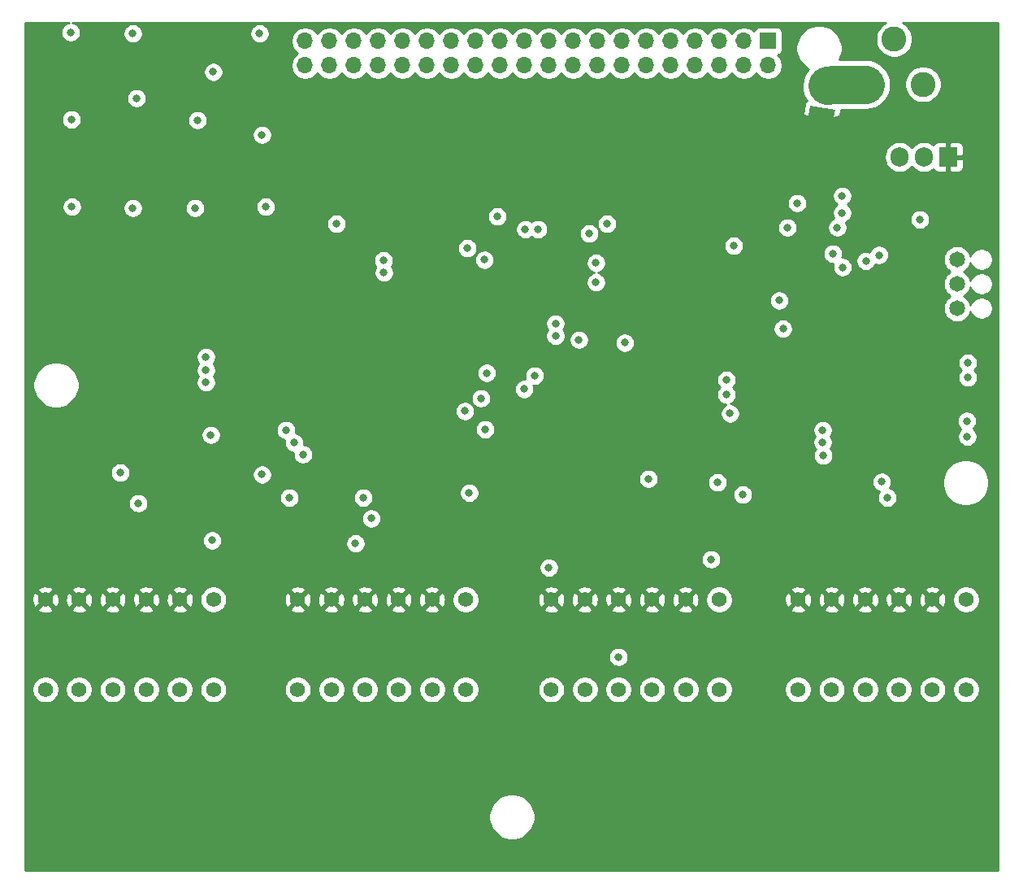
<source format=gbr>
G04 #@! TF.GenerationSoftware,KiCad,Pcbnew,5.1.5*
G04 #@! TF.CreationDate,2020-05-28T19:32:10-04:00*
G04 #@! TF.ProjectId,EVE-PCB-V4,4556452d-5043-4422-9d56-342e6b696361,rev?*
G04 #@! TF.SameCoordinates,Original*
G04 #@! TF.FileFunction,Copper,L3,Inr*
G04 #@! TF.FilePolarity,Positive*
%FSLAX46Y46*%
G04 Gerber Fmt 4.6, Leading zero omitted, Abs format (unit mm)*
G04 Created by KiCad (PCBNEW 5.1.5) date 2020-05-28 19:32:10*
%MOMM*%
%LPD*%
G04 APERTURE LIST*
%ADD10C,1.575000*%
%ADD11O,1.700000X1.700000*%
%ADD12R,1.700000X1.700000*%
%ADD13R,2.600000X2.600000*%
%ADD14C,2.600000*%
%ADD15R,1.905000X2.000000*%
%ADD16O,1.905000X2.000000*%
%ADD17C,1.650000*%
%ADD18C,0.100000*%
%ADD19C,2.600000*%
%ADD20C,0.800000*%
%ADD21C,3.000000*%
%ADD22C,4.000000*%
%ADD23C,0.254000*%
G04 APERTURE END LIST*
D10*
X108592346Y-95760000D03*
X108592346Y-105110000D03*
X105092346Y-95760000D03*
X105092346Y-105110000D03*
X101592346Y-95760000D03*
X101592346Y-105110000D03*
X98092346Y-95760000D03*
X98092346Y-105110000D03*
X94592346Y-95760000D03*
X94592346Y-105110000D03*
X91092346Y-95760000D03*
X91092346Y-105110000D03*
D11*
X118143346Y-40146769D03*
X118143346Y-37606769D03*
X120683346Y-40146769D03*
X120683346Y-37606769D03*
X123223346Y-40146769D03*
X123223346Y-37606769D03*
X125763346Y-40146769D03*
X125763346Y-37606769D03*
X128303346Y-40146769D03*
X128303346Y-37606769D03*
X130843346Y-40146769D03*
X130843346Y-37606769D03*
X133383346Y-40146769D03*
X133383346Y-37606769D03*
X135923346Y-40146769D03*
X135923346Y-37606769D03*
X138463346Y-40146769D03*
X138463346Y-37606769D03*
X141003346Y-40146769D03*
X141003346Y-37606769D03*
X143543346Y-40146769D03*
X143543346Y-37606769D03*
X146083346Y-40146769D03*
X146083346Y-37606769D03*
X148623346Y-40146769D03*
X148623346Y-37606769D03*
X151163346Y-40146769D03*
X151163346Y-37606769D03*
X153703346Y-40146769D03*
X153703346Y-37606769D03*
X156243346Y-40146769D03*
X156243346Y-37606769D03*
X158783346Y-40146769D03*
X158783346Y-37606769D03*
X161323346Y-40146769D03*
X161323346Y-37606769D03*
X163863346Y-40146769D03*
X163863346Y-37606769D03*
X166403346Y-40146769D03*
D12*
X166403346Y-37606769D03*
D10*
X187014846Y-95760000D03*
X187014846Y-105110000D03*
X183514846Y-95760000D03*
X183514846Y-105110000D03*
X180014846Y-95760000D03*
X180014846Y-105110000D03*
X176514846Y-95760000D03*
X176514846Y-105110000D03*
X173014846Y-95760000D03*
X173014846Y-105110000D03*
X169514846Y-95760000D03*
X169514846Y-105110000D03*
X161297346Y-95760000D03*
X161297346Y-105110000D03*
X157797346Y-95760000D03*
X157797346Y-105110000D03*
X154297346Y-95760000D03*
X154297346Y-105110000D03*
X150797346Y-95760000D03*
X150797346Y-105110000D03*
X147297346Y-95760000D03*
X147297346Y-105110000D03*
X143797346Y-95760000D03*
X143797346Y-105110000D03*
X134881346Y-95760000D03*
X134881346Y-105110000D03*
X131381346Y-95760000D03*
X131381346Y-105110000D03*
X127881346Y-95760000D03*
X127881346Y-105110000D03*
X124381346Y-95760000D03*
X124381346Y-105110000D03*
X120881346Y-95760000D03*
X120881346Y-105110000D03*
X117381346Y-95760000D03*
X117381346Y-105110000D03*
D13*
X176530000Y-42113200D03*
D14*
X182530000Y-42113200D03*
X179530000Y-37413200D03*
D15*
X185166000Y-49682400D03*
D16*
X182626000Y-49682400D03*
X180086000Y-49682400D03*
D17*
X186080400Y-65430400D03*
X186080400Y-62890400D03*
X186080400Y-60350400D03*
G04 #@! TA.AperFunction,ViaPad*
D18*
G36*
X172910907Y-47327593D02*
G01*
X170350407Y-46876107D01*
X170801893Y-44315607D01*
X173362393Y-44767093D01*
X172910907Y-47327593D01*
G37*
G04 #@! TD.AperFunction*
D19*
X172518000Y-42069482D02*
X172518000Y-42069482D01*
D20*
X93472000Y-40640000D03*
X99949000Y-40767000D03*
X113284000Y-40640000D03*
X100076000Y-49784000D03*
X106680000Y-49784000D03*
X94234000Y-49784000D03*
X106807000Y-58801000D03*
X113919000Y-50038000D03*
X94361000Y-59309000D03*
X100203000Y-59055000D03*
X114046000Y-58674000D03*
X172593000Y-69215000D03*
X105918000Y-82423000D03*
X113601500Y-68707000D03*
X99822000Y-121920000D03*
X126492000Y-121983500D03*
X152908000Y-121920000D03*
X178244500Y-121920000D03*
X168529000Y-79756000D03*
X106743500Y-40767000D03*
X139636500Y-87820500D03*
X139573000Y-83121500D03*
X148463000Y-83058000D03*
X151320500Y-87947500D03*
X138176000Y-55880000D03*
X151447500Y-69024500D03*
X108331000Y-78613000D03*
X136906000Y-78041500D03*
X108458000Y-89598500D03*
X136842500Y-60388500D03*
X160464500Y-91567000D03*
X187096400Y-77165200D03*
X174142400Y-61163200D03*
X162814000Y-58928000D03*
X149606000Y-56642000D03*
X121412000Y-56642000D03*
X125031500Y-87312500D03*
X135064500Y-59182000D03*
X147764500Y-57658000D03*
X100774500Y-85725000D03*
X116522500Y-85153500D03*
X178816000Y-85153500D03*
X137070500Y-72162000D03*
X146685000Y-68707000D03*
X163766500Y-84836000D03*
X182219600Y-56184800D03*
X93726000Y-36703000D03*
X172148500Y-80772000D03*
X100203000Y-36830000D03*
X172085000Y-79375000D03*
X113411000Y-36830000D03*
X172085000Y-78105000D03*
X106934000Y-45847000D03*
X162433000Y-76390500D03*
X162052000Y-72898000D03*
X108585000Y-40830500D03*
X100584000Y-43561000D03*
X162052000Y-74422000D03*
X113665000Y-47371000D03*
X117919500Y-80645000D03*
X114046000Y-54864000D03*
X117030500Y-79438500D03*
X93789500Y-45783500D03*
X116141500Y-78105000D03*
X107823000Y-70485000D03*
X100203000Y-54991000D03*
X107823000Y-71882000D03*
X106680000Y-54991000D03*
X107823000Y-73152000D03*
X93853000Y-54864000D03*
X173609000Y-57023000D03*
X169418000Y-54483000D03*
X177952400Y-59893200D03*
X187198000Y-71120000D03*
X174117000Y-53721000D03*
X174117000Y-55499000D03*
X124206000Y-85153500D03*
X123393200Y-89916000D03*
X135255000Y-84645500D03*
X168402000Y-57023000D03*
X148463000Y-60706000D03*
X144237000Y-67021000D03*
X126301500Y-60452000D03*
X142430500Y-57213500D03*
X173126400Y-59740800D03*
X148463000Y-62738000D03*
X144247351Y-68301351D03*
X126365000Y-61722000D03*
X141097000Y-57213500D03*
X167538400Y-64617600D03*
X187147200Y-78790800D03*
X167944800Y-67564000D03*
X187198000Y-72644000D03*
X153924000Y-83185000D03*
X150812500Y-101727000D03*
X143541500Y-92424500D03*
X178244500Y-83502500D03*
X142049500Y-72453500D03*
X161099500Y-83566000D03*
X140970000Y-73850500D03*
X113665000Y-82740500D03*
X134810500Y-76136500D03*
X98869500Y-82550000D03*
X136461500Y-74803000D03*
X176580800Y-60502800D03*
D21*
X170858400Y-47871600D02*
X169722800Y-46736000D01*
X171856400Y-47871600D02*
X171856400Y-49326800D01*
X172803600Y-47871600D02*
X173888400Y-46786800D01*
D22*
X173251378Y-42144708D02*
X172544068Y-42247993D01*
X176530000Y-42113200D02*
X173274857Y-42113200D01*
X173274857Y-42113200D02*
X173251378Y-42144708D01*
D23*
G36*
X93424102Y-35707774D02*
G01*
X93235744Y-35785795D01*
X93066226Y-35899063D01*
X92922063Y-36043226D01*
X92808795Y-36212744D01*
X92730774Y-36401102D01*
X92691000Y-36601061D01*
X92691000Y-36804939D01*
X92730774Y-37004898D01*
X92808795Y-37193256D01*
X92922063Y-37362774D01*
X93066226Y-37506937D01*
X93235744Y-37620205D01*
X93424102Y-37698226D01*
X93624061Y-37738000D01*
X93827939Y-37738000D01*
X94027898Y-37698226D01*
X94216256Y-37620205D01*
X94385774Y-37506937D01*
X94529937Y-37362774D01*
X94643205Y-37193256D01*
X94721226Y-37004898D01*
X94761000Y-36804939D01*
X94761000Y-36728061D01*
X99168000Y-36728061D01*
X99168000Y-36931939D01*
X99207774Y-37131898D01*
X99285795Y-37320256D01*
X99399063Y-37489774D01*
X99543226Y-37633937D01*
X99712744Y-37747205D01*
X99901102Y-37825226D01*
X100101061Y-37865000D01*
X100304939Y-37865000D01*
X100504898Y-37825226D01*
X100693256Y-37747205D01*
X100862774Y-37633937D01*
X101006937Y-37489774D01*
X101120205Y-37320256D01*
X101198226Y-37131898D01*
X101238000Y-36931939D01*
X101238000Y-36728061D01*
X112376000Y-36728061D01*
X112376000Y-36931939D01*
X112415774Y-37131898D01*
X112493795Y-37320256D01*
X112607063Y-37489774D01*
X112751226Y-37633937D01*
X112920744Y-37747205D01*
X113109102Y-37825226D01*
X113309061Y-37865000D01*
X113512939Y-37865000D01*
X113712898Y-37825226D01*
X113901256Y-37747205D01*
X114070774Y-37633937D01*
X114214937Y-37489774D01*
X114234491Y-37460509D01*
X116658346Y-37460509D01*
X116658346Y-37753029D01*
X116715414Y-38039927D01*
X116827356Y-38310180D01*
X116989871Y-38553401D01*
X117196714Y-38760244D01*
X117371106Y-38876769D01*
X117196714Y-38993294D01*
X116989871Y-39200137D01*
X116827356Y-39443358D01*
X116715414Y-39713611D01*
X116658346Y-40000509D01*
X116658346Y-40293029D01*
X116715414Y-40579927D01*
X116827356Y-40850180D01*
X116989871Y-41093401D01*
X117196714Y-41300244D01*
X117439935Y-41462759D01*
X117710188Y-41574701D01*
X117997086Y-41631769D01*
X118289606Y-41631769D01*
X118576504Y-41574701D01*
X118846757Y-41462759D01*
X119089978Y-41300244D01*
X119296821Y-41093401D01*
X119413346Y-40919009D01*
X119529871Y-41093401D01*
X119736714Y-41300244D01*
X119979935Y-41462759D01*
X120250188Y-41574701D01*
X120537086Y-41631769D01*
X120829606Y-41631769D01*
X121116504Y-41574701D01*
X121386757Y-41462759D01*
X121629978Y-41300244D01*
X121836821Y-41093401D01*
X121953346Y-40919009D01*
X122069871Y-41093401D01*
X122276714Y-41300244D01*
X122519935Y-41462759D01*
X122790188Y-41574701D01*
X123077086Y-41631769D01*
X123369606Y-41631769D01*
X123656504Y-41574701D01*
X123926757Y-41462759D01*
X124169978Y-41300244D01*
X124376821Y-41093401D01*
X124493346Y-40919009D01*
X124609871Y-41093401D01*
X124816714Y-41300244D01*
X125059935Y-41462759D01*
X125330188Y-41574701D01*
X125617086Y-41631769D01*
X125909606Y-41631769D01*
X126196504Y-41574701D01*
X126466757Y-41462759D01*
X126709978Y-41300244D01*
X126916821Y-41093401D01*
X127033346Y-40919009D01*
X127149871Y-41093401D01*
X127356714Y-41300244D01*
X127599935Y-41462759D01*
X127870188Y-41574701D01*
X128157086Y-41631769D01*
X128449606Y-41631769D01*
X128736504Y-41574701D01*
X129006757Y-41462759D01*
X129249978Y-41300244D01*
X129456821Y-41093401D01*
X129573346Y-40919009D01*
X129689871Y-41093401D01*
X129896714Y-41300244D01*
X130139935Y-41462759D01*
X130410188Y-41574701D01*
X130697086Y-41631769D01*
X130989606Y-41631769D01*
X131276504Y-41574701D01*
X131546757Y-41462759D01*
X131789978Y-41300244D01*
X131996821Y-41093401D01*
X132113346Y-40919009D01*
X132229871Y-41093401D01*
X132436714Y-41300244D01*
X132679935Y-41462759D01*
X132950188Y-41574701D01*
X133237086Y-41631769D01*
X133529606Y-41631769D01*
X133816504Y-41574701D01*
X134086757Y-41462759D01*
X134329978Y-41300244D01*
X134536821Y-41093401D01*
X134653346Y-40919009D01*
X134769871Y-41093401D01*
X134976714Y-41300244D01*
X135219935Y-41462759D01*
X135490188Y-41574701D01*
X135777086Y-41631769D01*
X136069606Y-41631769D01*
X136356504Y-41574701D01*
X136626757Y-41462759D01*
X136869978Y-41300244D01*
X137076821Y-41093401D01*
X137193346Y-40919009D01*
X137309871Y-41093401D01*
X137516714Y-41300244D01*
X137759935Y-41462759D01*
X138030188Y-41574701D01*
X138317086Y-41631769D01*
X138609606Y-41631769D01*
X138896504Y-41574701D01*
X139166757Y-41462759D01*
X139409978Y-41300244D01*
X139616821Y-41093401D01*
X139733346Y-40919009D01*
X139849871Y-41093401D01*
X140056714Y-41300244D01*
X140299935Y-41462759D01*
X140570188Y-41574701D01*
X140857086Y-41631769D01*
X141149606Y-41631769D01*
X141436504Y-41574701D01*
X141706757Y-41462759D01*
X141949978Y-41300244D01*
X142156821Y-41093401D01*
X142273346Y-40919009D01*
X142389871Y-41093401D01*
X142596714Y-41300244D01*
X142839935Y-41462759D01*
X143110188Y-41574701D01*
X143397086Y-41631769D01*
X143689606Y-41631769D01*
X143976504Y-41574701D01*
X144246757Y-41462759D01*
X144489978Y-41300244D01*
X144696821Y-41093401D01*
X144813346Y-40919009D01*
X144929871Y-41093401D01*
X145136714Y-41300244D01*
X145379935Y-41462759D01*
X145650188Y-41574701D01*
X145937086Y-41631769D01*
X146229606Y-41631769D01*
X146516504Y-41574701D01*
X146786757Y-41462759D01*
X147029978Y-41300244D01*
X147236821Y-41093401D01*
X147353346Y-40919009D01*
X147469871Y-41093401D01*
X147676714Y-41300244D01*
X147919935Y-41462759D01*
X148190188Y-41574701D01*
X148477086Y-41631769D01*
X148769606Y-41631769D01*
X149056504Y-41574701D01*
X149326757Y-41462759D01*
X149569978Y-41300244D01*
X149776821Y-41093401D01*
X149893346Y-40919009D01*
X150009871Y-41093401D01*
X150216714Y-41300244D01*
X150459935Y-41462759D01*
X150730188Y-41574701D01*
X151017086Y-41631769D01*
X151309606Y-41631769D01*
X151596504Y-41574701D01*
X151866757Y-41462759D01*
X152109978Y-41300244D01*
X152316821Y-41093401D01*
X152433346Y-40919009D01*
X152549871Y-41093401D01*
X152756714Y-41300244D01*
X152999935Y-41462759D01*
X153270188Y-41574701D01*
X153557086Y-41631769D01*
X153849606Y-41631769D01*
X154136504Y-41574701D01*
X154406757Y-41462759D01*
X154649978Y-41300244D01*
X154856821Y-41093401D01*
X154973346Y-40919009D01*
X155089871Y-41093401D01*
X155296714Y-41300244D01*
X155539935Y-41462759D01*
X155810188Y-41574701D01*
X156097086Y-41631769D01*
X156389606Y-41631769D01*
X156676504Y-41574701D01*
X156946757Y-41462759D01*
X157189978Y-41300244D01*
X157396821Y-41093401D01*
X157513346Y-40919009D01*
X157629871Y-41093401D01*
X157836714Y-41300244D01*
X158079935Y-41462759D01*
X158350188Y-41574701D01*
X158637086Y-41631769D01*
X158929606Y-41631769D01*
X159216504Y-41574701D01*
X159486757Y-41462759D01*
X159729978Y-41300244D01*
X159936821Y-41093401D01*
X160053346Y-40919009D01*
X160169871Y-41093401D01*
X160376714Y-41300244D01*
X160619935Y-41462759D01*
X160890188Y-41574701D01*
X161177086Y-41631769D01*
X161469606Y-41631769D01*
X161756504Y-41574701D01*
X162026757Y-41462759D01*
X162269978Y-41300244D01*
X162476821Y-41093401D01*
X162593346Y-40919009D01*
X162709871Y-41093401D01*
X162916714Y-41300244D01*
X163159935Y-41462759D01*
X163430188Y-41574701D01*
X163717086Y-41631769D01*
X164009606Y-41631769D01*
X164296504Y-41574701D01*
X164566757Y-41462759D01*
X164809978Y-41300244D01*
X165016821Y-41093401D01*
X165133346Y-40919009D01*
X165249871Y-41093401D01*
X165456714Y-41300244D01*
X165699935Y-41462759D01*
X165970188Y-41574701D01*
X166257086Y-41631769D01*
X166549606Y-41631769D01*
X166836504Y-41574701D01*
X167106757Y-41462759D01*
X167349978Y-41300244D01*
X167556821Y-41093401D01*
X167719336Y-40850180D01*
X167831278Y-40579927D01*
X167888346Y-40293029D01*
X167888346Y-40000509D01*
X167831278Y-39713611D01*
X167719336Y-39443358D01*
X167556821Y-39200137D01*
X167424966Y-39068282D01*
X167497526Y-39046271D01*
X167607840Y-38987306D01*
X167704531Y-38907954D01*
X167783883Y-38811263D01*
X167842848Y-38700949D01*
X167879158Y-38581251D01*
X167891418Y-38456769D01*
X167891418Y-38115818D01*
X169285701Y-38115818D01*
X169285701Y-38592182D01*
X169378635Y-39059392D01*
X169560931Y-39499494D01*
X169825585Y-39895576D01*
X170162424Y-40232415D01*
X170558506Y-40497069D01*
X170570257Y-40501937D01*
X170420950Y-40665925D01*
X170153098Y-41110523D01*
X169977131Y-41598835D01*
X169899810Y-42112093D01*
X169924105Y-42630573D01*
X170049085Y-43134351D01*
X170269945Y-43604067D01*
X170419650Y-43806878D01*
X170340973Y-43874372D01*
X170263748Y-43972771D01*
X170207204Y-44084345D01*
X170173514Y-44204807D01*
X170000417Y-45204182D01*
X170129189Y-45388087D01*
X171753383Y-45674476D01*
X171756856Y-45654780D01*
X172006997Y-45698887D01*
X172003524Y-45718583D01*
X173627718Y-46004972D01*
X173811623Y-45876200D01*
X173990771Y-44877893D01*
X174000313Y-44753173D01*
X173999713Y-44748200D01*
X176659442Y-44748200D01*
X177046550Y-44710073D01*
X177543250Y-44559401D01*
X178001011Y-44314723D01*
X178402241Y-43985441D01*
X178731523Y-43584211D01*
X178976201Y-43126450D01*
X179126873Y-42629750D01*
X179177749Y-42113200D01*
X179158979Y-41922619D01*
X180595000Y-41922619D01*
X180595000Y-42303781D01*
X180669361Y-42677619D01*
X180815225Y-43029766D01*
X181026987Y-43346691D01*
X181296509Y-43616213D01*
X181613434Y-43827975D01*
X181965581Y-43973839D01*
X182339419Y-44048200D01*
X182720581Y-44048200D01*
X183094419Y-43973839D01*
X183446566Y-43827975D01*
X183763491Y-43616213D01*
X184033013Y-43346691D01*
X184244775Y-43029766D01*
X184390639Y-42677619D01*
X184465000Y-42303781D01*
X184465000Y-41922619D01*
X184390639Y-41548781D01*
X184244775Y-41196634D01*
X184033013Y-40879709D01*
X183763491Y-40610187D01*
X183446566Y-40398425D01*
X183094419Y-40252561D01*
X182720581Y-40178200D01*
X182339419Y-40178200D01*
X181965581Y-40252561D01*
X181613434Y-40398425D01*
X181296509Y-40610187D01*
X181026987Y-40879709D01*
X180815225Y-41196634D01*
X180669361Y-41548781D01*
X180595000Y-41922619D01*
X179158979Y-41922619D01*
X179126873Y-41596650D01*
X178976201Y-41099950D01*
X178731523Y-40642189D01*
X178402241Y-40240959D01*
X178001011Y-39911677D01*
X177543250Y-39666999D01*
X177046550Y-39516327D01*
X176659442Y-39478200D01*
X173855889Y-39478200D01*
X174029365Y-39059392D01*
X174122299Y-38592182D01*
X174122299Y-38115818D01*
X174029365Y-37648608D01*
X173847069Y-37208506D01*
X173582415Y-36812424D01*
X173245576Y-36475585D01*
X172849494Y-36210931D01*
X172409392Y-36028635D01*
X171942182Y-35935701D01*
X171465818Y-35935701D01*
X170998608Y-36028635D01*
X170558506Y-36210931D01*
X170162424Y-36475585D01*
X169825585Y-36812424D01*
X169560931Y-37208506D01*
X169378635Y-37648608D01*
X169285701Y-38115818D01*
X167891418Y-38115818D01*
X167891418Y-36756769D01*
X167879158Y-36632287D01*
X167842848Y-36512589D01*
X167783883Y-36402275D01*
X167704531Y-36305584D01*
X167607840Y-36226232D01*
X167497526Y-36167267D01*
X167377828Y-36130957D01*
X167253346Y-36118697D01*
X165553346Y-36118697D01*
X165428864Y-36130957D01*
X165309166Y-36167267D01*
X165198852Y-36226232D01*
X165102161Y-36305584D01*
X165022809Y-36402275D01*
X164963844Y-36512589D01*
X164941833Y-36585149D01*
X164809978Y-36453294D01*
X164566757Y-36290779D01*
X164296504Y-36178837D01*
X164009606Y-36121769D01*
X163717086Y-36121769D01*
X163430188Y-36178837D01*
X163159935Y-36290779D01*
X162916714Y-36453294D01*
X162709871Y-36660137D01*
X162593346Y-36834529D01*
X162476821Y-36660137D01*
X162269978Y-36453294D01*
X162026757Y-36290779D01*
X161756504Y-36178837D01*
X161469606Y-36121769D01*
X161177086Y-36121769D01*
X160890188Y-36178837D01*
X160619935Y-36290779D01*
X160376714Y-36453294D01*
X160169871Y-36660137D01*
X160053346Y-36834529D01*
X159936821Y-36660137D01*
X159729978Y-36453294D01*
X159486757Y-36290779D01*
X159216504Y-36178837D01*
X158929606Y-36121769D01*
X158637086Y-36121769D01*
X158350188Y-36178837D01*
X158079935Y-36290779D01*
X157836714Y-36453294D01*
X157629871Y-36660137D01*
X157513346Y-36834529D01*
X157396821Y-36660137D01*
X157189978Y-36453294D01*
X156946757Y-36290779D01*
X156676504Y-36178837D01*
X156389606Y-36121769D01*
X156097086Y-36121769D01*
X155810188Y-36178837D01*
X155539935Y-36290779D01*
X155296714Y-36453294D01*
X155089871Y-36660137D01*
X154973346Y-36834529D01*
X154856821Y-36660137D01*
X154649978Y-36453294D01*
X154406757Y-36290779D01*
X154136504Y-36178837D01*
X153849606Y-36121769D01*
X153557086Y-36121769D01*
X153270188Y-36178837D01*
X152999935Y-36290779D01*
X152756714Y-36453294D01*
X152549871Y-36660137D01*
X152433346Y-36834529D01*
X152316821Y-36660137D01*
X152109978Y-36453294D01*
X151866757Y-36290779D01*
X151596504Y-36178837D01*
X151309606Y-36121769D01*
X151017086Y-36121769D01*
X150730188Y-36178837D01*
X150459935Y-36290779D01*
X150216714Y-36453294D01*
X150009871Y-36660137D01*
X149893346Y-36834529D01*
X149776821Y-36660137D01*
X149569978Y-36453294D01*
X149326757Y-36290779D01*
X149056504Y-36178837D01*
X148769606Y-36121769D01*
X148477086Y-36121769D01*
X148190188Y-36178837D01*
X147919935Y-36290779D01*
X147676714Y-36453294D01*
X147469871Y-36660137D01*
X147353346Y-36834529D01*
X147236821Y-36660137D01*
X147029978Y-36453294D01*
X146786757Y-36290779D01*
X146516504Y-36178837D01*
X146229606Y-36121769D01*
X145937086Y-36121769D01*
X145650188Y-36178837D01*
X145379935Y-36290779D01*
X145136714Y-36453294D01*
X144929871Y-36660137D01*
X144813346Y-36834529D01*
X144696821Y-36660137D01*
X144489978Y-36453294D01*
X144246757Y-36290779D01*
X143976504Y-36178837D01*
X143689606Y-36121769D01*
X143397086Y-36121769D01*
X143110188Y-36178837D01*
X142839935Y-36290779D01*
X142596714Y-36453294D01*
X142389871Y-36660137D01*
X142273346Y-36834529D01*
X142156821Y-36660137D01*
X141949978Y-36453294D01*
X141706757Y-36290779D01*
X141436504Y-36178837D01*
X141149606Y-36121769D01*
X140857086Y-36121769D01*
X140570188Y-36178837D01*
X140299935Y-36290779D01*
X140056714Y-36453294D01*
X139849871Y-36660137D01*
X139733346Y-36834529D01*
X139616821Y-36660137D01*
X139409978Y-36453294D01*
X139166757Y-36290779D01*
X138896504Y-36178837D01*
X138609606Y-36121769D01*
X138317086Y-36121769D01*
X138030188Y-36178837D01*
X137759935Y-36290779D01*
X137516714Y-36453294D01*
X137309871Y-36660137D01*
X137193346Y-36834529D01*
X137076821Y-36660137D01*
X136869978Y-36453294D01*
X136626757Y-36290779D01*
X136356504Y-36178837D01*
X136069606Y-36121769D01*
X135777086Y-36121769D01*
X135490188Y-36178837D01*
X135219935Y-36290779D01*
X134976714Y-36453294D01*
X134769871Y-36660137D01*
X134653346Y-36834529D01*
X134536821Y-36660137D01*
X134329978Y-36453294D01*
X134086757Y-36290779D01*
X133816504Y-36178837D01*
X133529606Y-36121769D01*
X133237086Y-36121769D01*
X132950188Y-36178837D01*
X132679935Y-36290779D01*
X132436714Y-36453294D01*
X132229871Y-36660137D01*
X132113346Y-36834529D01*
X131996821Y-36660137D01*
X131789978Y-36453294D01*
X131546757Y-36290779D01*
X131276504Y-36178837D01*
X130989606Y-36121769D01*
X130697086Y-36121769D01*
X130410188Y-36178837D01*
X130139935Y-36290779D01*
X129896714Y-36453294D01*
X129689871Y-36660137D01*
X129573346Y-36834529D01*
X129456821Y-36660137D01*
X129249978Y-36453294D01*
X129006757Y-36290779D01*
X128736504Y-36178837D01*
X128449606Y-36121769D01*
X128157086Y-36121769D01*
X127870188Y-36178837D01*
X127599935Y-36290779D01*
X127356714Y-36453294D01*
X127149871Y-36660137D01*
X127033346Y-36834529D01*
X126916821Y-36660137D01*
X126709978Y-36453294D01*
X126466757Y-36290779D01*
X126196504Y-36178837D01*
X125909606Y-36121769D01*
X125617086Y-36121769D01*
X125330188Y-36178837D01*
X125059935Y-36290779D01*
X124816714Y-36453294D01*
X124609871Y-36660137D01*
X124493346Y-36834529D01*
X124376821Y-36660137D01*
X124169978Y-36453294D01*
X123926757Y-36290779D01*
X123656504Y-36178837D01*
X123369606Y-36121769D01*
X123077086Y-36121769D01*
X122790188Y-36178837D01*
X122519935Y-36290779D01*
X122276714Y-36453294D01*
X122069871Y-36660137D01*
X121953346Y-36834529D01*
X121836821Y-36660137D01*
X121629978Y-36453294D01*
X121386757Y-36290779D01*
X121116504Y-36178837D01*
X120829606Y-36121769D01*
X120537086Y-36121769D01*
X120250188Y-36178837D01*
X119979935Y-36290779D01*
X119736714Y-36453294D01*
X119529871Y-36660137D01*
X119413346Y-36834529D01*
X119296821Y-36660137D01*
X119089978Y-36453294D01*
X118846757Y-36290779D01*
X118576504Y-36178837D01*
X118289606Y-36121769D01*
X117997086Y-36121769D01*
X117710188Y-36178837D01*
X117439935Y-36290779D01*
X117196714Y-36453294D01*
X116989871Y-36660137D01*
X116827356Y-36903358D01*
X116715414Y-37173611D01*
X116658346Y-37460509D01*
X114234491Y-37460509D01*
X114328205Y-37320256D01*
X114406226Y-37131898D01*
X114446000Y-36931939D01*
X114446000Y-36728061D01*
X114406226Y-36528102D01*
X114328205Y-36339744D01*
X114214937Y-36170226D01*
X114070774Y-36026063D01*
X113901256Y-35912795D01*
X113712898Y-35834774D01*
X113512939Y-35795000D01*
X113309061Y-35795000D01*
X113109102Y-35834774D01*
X112920744Y-35912795D01*
X112751226Y-36026063D01*
X112607063Y-36170226D01*
X112493795Y-36339744D01*
X112415774Y-36528102D01*
X112376000Y-36728061D01*
X101238000Y-36728061D01*
X101198226Y-36528102D01*
X101120205Y-36339744D01*
X101006937Y-36170226D01*
X100862774Y-36026063D01*
X100693256Y-35912795D01*
X100504898Y-35834774D01*
X100304939Y-35795000D01*
X100101061Y-35795000D01*
X99901102Y-35834774D01*
X99712744Y-35912795D01*
X99543226Y-36026063D01*
X99399063Y-36170226D01*
X99285795Y-36339744D01*
X99207774Y-36528102D01*
X99168000Y-36728061D01*
X94761000Y-36728061D01*
X94761000Y-36601061D01*
X94721226Y-36401102D01*
X94643205Y-36212744D01*
X94529937Y-36043226D01*
X94385774Y-35899063D01*
X94216256Y-35785795D01*
X94027898Y-35707774D01*
X93923459Y-35687000D01*
X178641016Y-35687000D01*
X178613434Y-35698425D01*
X178296509Y-35910187D01*
X178026987Y-36179709D01*
X177815225Y-36496634D01*
X177669361Y-36848781D01*
X177595000Y-37222619D01*
X177595000Y-37603781D01*
X177669361Y-37977619D01*
X177815225Y-38329766D01*
X178026987Y-38646691D01*
X178296509Y-38916213D01*
X178613434Y-39127975D01*
X178965581Y-39273839D01*
X179339419Y-39348200D01*
X179720581Y-39348200D01*
X180094419Y-39273839D01*
X180446566Y-39127975D01*
X180763491Y-38916213D01*
X181033013Y-38646691D01*
X181244775Y-38329766D01*
X181390639Y-37977619D01*
X181465000Y-37603781D01*
X181465000Y-37222619D01*
X181390639Y-36848781D01*
X181244775Y-36496634D01*
X181033013Y-36179709D01*
X180763491Y-35910187D01*
X180446566Y-35698425D01*
X180418984Y-35687000D01*
X190343347Y-35687000D01*
X190343346Y-123962269D01*
X89027000Y-123962269D01*
X89027000Y-118125818D01*
X137281701Y-118125818D01*
X137281701Y-118602182D01*
X137374635Y-119069392D01*
X137556931Y-119509494D01*
X137821585Y-119905576D01*
X138158424Y-120242415D01*
X138554506Y-120507069D01*
X138994608Y-120689365D01*
X139461818Y-120782299D01*
X139938182Y-120782299D01*
X140405392Y-120689365D01*
X140845494Y-120507069D01*
X141241576Y-120242415D01*
X141578415Y-119905576D01*
X141843069Y-119509494D01*
X142025365Y-119069392D01*
X142118299Y-118602182D01*
X142118299Y-118125818D01*
X142025365Y-117658608D01*
X141843069Y-117218506D01*
X141578415Y-116822424D01*
X141241576Y-116485585D01*
X140845494Y-116220931D01*
X140405392Y-116038635D01*
X139938182Y-115945701D01*
X139461818Y-115945701D01*
X138994608Y-116038635D01*
X138554506Y-116220931D01*
X138158424Y-116485585D01*
X137821585Y-116822424D01*
X137556931Y-117218506D01*
X137374635Y-117658608D01*
X137281701Y-118125818D01*
X89027000Y-118125818D01*
X89027000Y-104969896D01*
X89669846Y-104969896D01*
X89669846Y-105250104D01*
X89724512Y-105524928D01*
X89831743Y-105783806D01*
X89987418Y-106016791D01*
X90185555Y-106214928D01*
X90418540Y-106370603D01*
X90677418Y-106477834D01*
X90952242Y-106532500D01*
X91232450Y-106532500D01*
X91507274Y-106477834D01*
X91766152Y-106370603D01*
X91999137Y-106214928D01*
X92197274Y-106016791D01*
X92352949Y-105783806D01*
X92460180Y-105524928D01*
X92514846Y-105250104D01*
X92514846Y-104969896D01*
X93169846Y-104969896D01*
X93169846Y-105250104D01*
X93224512Y-105524928D01*
X93331743Y-105783806D01*
X93487418Y-106016791D01*
X93685555Y-106214928D01*
X93918540Y-106370603D01*
X94177418Y-106477834D01*
X94452242Y-106532500D01*
X94732450Y-106532500D01*
X95007274Y-106477834D01*
X95266152Y-106370603D01*
X95499137Y-106214928D01*
X95697274Y-106016791D01*
X95852949Y-105783806D01*
X95960180Y-105524928D01*
X96014846Y-105250104D01*
X96014846Y-104969896D01*
X96669846Y-104969896D01*
X96669846Y-105250104D01*
X96724512Y-105524928D01*
X96831743Y-105783806D01*
X96987418Y-106016791D01*
X97185555Y-106214928D01*
X97418540Y-106370603D01*
X97677418Y-106477834D01*
X97952242Y-106532500D01*
X98232450Y-106532500D01*
X98507274Y-106477834D01*
X98766152Y-106370603D01*
X98999137Y-106214928D01*
X99197274Y-106016791D01*
X99352949Y-105783806D01*
X99460180Y-105524928D01*
X99514846Y-105250104D01*
X99514846Y-104969896D01*
X100169846Y-104969896D01*
X100169846Y-105250104D01*
X100224512Y-105524928D01*
X100331743Y-105783806D01*
X100487418Y-106016791D01*
X100685555Y-106214928D01*
X100918540Y-106370603D01*
X101177418Y-106477834D01*
X101452242Y-106532500D01*
X101732450Y-106532500D01*
X102007274Y-106477834D01*
X102266152Y-106370603D01*
X102499137Y-106214928D01*
X102697274Y-106016791D01*
X102852949Y-105783806D01*
X102960180Y-105524928D01*
X103014846Y-105250104D01*
X103014846Y-104969896D01*
X103669846Y-104969896D01*
X103669846Y-105250104D01*
X103724512Y-105524928D01*
X103831743Y-105783806D01*
X103987418Y-106016791D01*
X104185555Y-106214928D01*
X104418540Y-106370603D01*
X104677418Y-106477834D01*
X104952242Y-106532500D01*
X105232450Y-106532500D01*
X105507274Y-106477834D01*
X105766152Y-106370603D01*
X105999137Y-106214928D01*
X106197274Y-106016791D01*
X106352949Y-105783806D01*
X106460180Y-105524928D01*
X106514846Y-105250104D01*
X106514846Y-104969896D01*
X107169846Y-104969896D01*
X107169846Y-105250104D01*
X107224512Y-105524928D01*
X107331743Y-105783806D01*
X107487418Y-106016791D01*
X107685555Y-106214928D01*
X107918540Y-106370603D01*
X108177418Y-106477834D01*
X108452242Y-106532500D01*
X108732450Y-106532500D01*
X109007274Y-106477834D01*
X109266152Y-106370603D01*
X109499137Y-106214928D01*
X109697274Y-106016791D01*
X109852949Y-105783806D01*
X109960180Y-105524928D01*
X110014846Y-105250104D01*
X110014846Y-104969896D01*
X115958846Y-104969896D01*
X115958846Y-105250104D01*
X116013512Y-105524928D01*
X116120743Y-105783806D01*
X116276418Y-106016791D01*
X116474555Y-106214928D01*
X116707540Y-106370603D01*
X116966418Y-106477834D01*
X117241242Y-106532500D01*
X117521450Y-106532500D01*
X117796274Y-106477834D01*
X118055152Y-106370603D01*
X118288137Y-106214928D01*
X118486274Y-106016791D01*
X118641949Y-105783806D01*
X118749180Y-105524928D01*
X118803846Y-105250104D01*
X118803846Y-104969896D01*
X119458846Y-104969896D01*
X119458846Y-105250104D01*
X119513512Y-105524928D01*
X119620743Y-105783806D01*
X119776418Y-106016791D01*
X119974555Y-106214928D01*
X120207540Y-106370603D01*
X120466418Y-106477834D01*
X120741242Y-106532500D01*
X121021450Y-106532500D01*
X121296274Y-106477834D01*
X121555152Y-106370603D01*
X121788137Y-106214928D01*
X121986274Y-106016791D01*
X122141949Y-105783806D01*
X122249180Y-105524928D01*
X122303846Y-105250104D01*
X122303846Y-104969896D01*
X122958846Y-104969896D01*
X122958846Y-105250104D01*
X123013512Y-105524928D01*
X123120743Y-105783806D01*
X123276418Y-106016791D01*
X123474555Y-106214928D01*
X123707540Y-106370603D01*
X123966418Y-106477834D01*
X124241242Y-106532500D01*
X124521450Y-106532500D01*
X124796274Y-106477834D01*
X125055152Y-106370603D01*
X125288137Y-106214928D01*
X125486274Y-106016791D01*
X125641949Y-105783806D01*
X125749180Y-105524928D01*
X125803846Y-105250104D01*
X125803846Y-104969896D01*
X126458846Y-104969896D01*
X126458846Y-105250104D01*
X126513512Y-105524928D01*
X126620743Y-105783806D01*
X126776418Y-106016791D01*
X126974555Y-106214928D01*
X127207540Y-106370603D01*
X127466418Y-106477834D01*
X127741242Y-106532500D01*
X128021450Y-106532500D01*
X128296274Y-106477834D01*
X128555152Y-106370603D01*
X128788137Y-106214928D01*
X128986274Y-106016791D01*
X129141949Y-105783806D01*
X129249180Y-105524928D01*
X129303846Y-105250104D01*
X129303846Y-104969896D01*
X129958846Y-104969896D01*
X129958846Y-105250104D01*
X130013512Y-105524928D01*
X130120743Y-105783806D01*
X130276418Y-106016791D01*
X130474555Y-106214928D01*
X130707540Y-106370603D01*
X130966418Y-106477834D01*
X131241242Y-106532500D01*
X131521450Y-106532500D01*
X131796274Y-106477834D01*
X132055152Y-106370603D01*
X132288137Y-106214928D01*
X132486274Y-106016791D01*
X132641949Y-105783806D01*
X132749180Y-105524928D01*
X132803846Y-105250104D01*
X132803846Y-104969896D01*
X133458846Y-104969896D01*
X133458846Y-105250104D01*
X133513512Y-105524928D01*
X133620743Y-105783806D01*
X133776418Y-106016791D01*
X133974555Y-106214928D01*
X134207540Y-106370603D01*
X134466418Y-106477834D01*
X134741242Y-106532500D01*
X135021450Y-106532500D01*
X135296274Y-106477834D01*
X135555152Y-106370603D01*
X135788137Y-106214928D01*
X135986274Y-106016791D01*
X136141949Y-105783806D01*
X136249180Y-105524928D01*
X136303846Y-105250104D01*
X136303846Y-104969896D01*
X142374846Y-104969896D01*
X142374846Y-105250104D01*
X142429512Y-105524928D01*
X142536743Y-105783806D01*
X142692418Y-106016791D01*
X142890555Y-106214928D01*
X143123540Y-106370603D01*
X143382418Y-106477834D01*
X143657242Y-106532500D01*
X143937450Y-106532500D01*
X144212274Y-106477834D01*
X144471152Y-106370603D01*
X144704137Y-106214928D01*
X144902274Y-106016791D01*
X145057949Y-105783806D01*
X145165180Y-105524928D01*
X145219846Y-105250104D01*
X145219846Y-104969896D01*
X145874846Y-104969896D01*
X145874846Y-105250104D01*
X145929512Y-105524928D01*
X146036743Y-105783806D01*
X146192418Y-106016791D01*
X146390555Y-106214928D01*
X146623540Y-106370603D01*
X146882418Y-106477834D01*
X147157242Y-106532500D01*
X147437450Y-106532500D01*
X147712274Y-106477834D01*
X147971152Y-106370603D01*
X148204137Y-106214928D01*
X148402274Y-106016791D01*
X148557949Y-105783806D01*
X148665180Y-105524928D01*
X148719846Y-105250104D01*
X148719846Y-104969896D01*
X149374846Y-104969896D01*
X149374846Y-105250104D01*
X149429512Y-105524928D01*
X149536743Y-105783806D01*
X149692418Y-106016791D01*
X149890555Y-106214928D01*
X150123540Y-106370603D01*
X150382418Y-106477834D01*
X150657242Y-106532500D01*
X150937450Y-106532500D01*
X151212274Y-106477834D01*
X151471152Y-106370603D01*
X151704137Y-106214928D01*
X151902274Y-106016791D01*
X152057949Y-105783806D01*
X152165180Y-105524928D01*
X152219846Y-105250104D01*
X152219846Y-104969896D01*
X152874846Y-104969896D01*
X152874846Y-105250104D01*
X152929512Y-105524928D01*
X153036743Y-105783806D01*
X153192418Y-106016791D01*
X153390555Y-106214928D01*
X153623540Y-106370603D01*
X153882418Y-106477834D01*
X154157242Y-106532500D01*
X154437450Y-106532500D01*
X154712274Y-106477834D01*
X154971152Y-106370603D01*
X155204137Y-106214928D01*
X155402274Y-106016791D01*
X155557949Y-105783806D01*
X155665180Y-105524928D01*
X155719846Y-105250104D01*
X155719846Y-104969896D01*
X156374846Y-104969896D01*
X156374846Y-105250104D01*
X156429512Y-105524928D01*
X156536743Y-105783806D01*
X156692418Y-106016791D01*
X156890555Y-106214928D01*
X157123540Y-106370603D01*
X157382418Y-106477834D01*
X157657242Y-106532500D01*
X157937450Y-106532500D01*
X158212274Y-106477834D01*
X158471152Y-106370603D01*
X158704137Y-106214928D01*
X158902274Y-106016791D01*
X159057949Y-105783806D01*
X159165180Y-105524928D01*
X159219846Y-105250104D01*
X159219846Y-104969896D01*
X159874846Y-104969896D01*
X159874846Y-105250104D01*
X159929512Y-105524928D01*
X160036743Y-105783806D01*
X160192418Y-106016791D01*
X160390555Y-106214928D01*
X160623540Y-106370603D01*
X160882418Y-106477834D01*
X161157242Y-106532500D01*
X161437450Y-106532500D01*
X161712274Y-106477834D01*
X161971152Y-106370603D01*
X162204137Y-106214928D01*
X162402274Y-106016791D01*
X162557949Y-105783806D01*
X162665180Y-105524928D01*
X162719846Y-105250104D01*
X162719846Y-104969896D01*
X168092346Y-104969896D01*
X168092346Y-105250104D01*
X168147012Y-105524928D01*
X168254243Y-105783806D01*
X168409918Y-106016791D01*
X168608055Y-106214928D01*
X168841040Y-106370603D01*
X169099918Y-106477834D01*
X169374742Y-106532500D01*
X169654950Y-106532500D01*
X169929774Y-106477834D01*
X170188652Y-106370603D01*
X170421637Y-106214928D01*
X170619774Y-106016791D01*
X170775449Y-105783806D01*
X170882680Y-105524928D01*
X170937346Y-105250104D01*
X170937346Y-104969896D01*
X171592346Y-104969896D01*
X171592346Y-105250104D01*
X171647012Y-105524928D01*
X171754243Y-105783806D01*
X171909918Y-106016791D01*
X172108055Y-106214928D01*
X172341040Y-106370603D01*
X172599918Y-106477834D01*
X172874742Y-106532500D01*
X173154950Y-106532500D01*
X173429774Y-106477834D01*
X173688652Y-106370603D01*
X173921637Y-106214928D01*
X174119774Y-106016791D01*
X174275449Y-105783806D01*
X174382680Y-105524928D01*
X174437346Y-105250104D01*
X174437346Y-104969896D01*
X175092346Y-104969896D01*
X175092346Y-105250104D01*
X175147012Y-105524928D01*
X175254243Y-105783806D01*
X175409918Y-106016791D01*
X175608055Y-106214928D01*
X175841040Y-106370603D01*
X176099918Y-106477834D01*
X176374742Y-106532500D01*
X176654950Y-106532500D01*
X176929774Y-106477834D01*
X177188652Y-106370603D01*
X177421637Y-106214928D01*
X177619774Y-106016791D01*
X177775449Y-105783806D01*
X177882680Y-105524928D01*
X177937346Y-105250104D01*
X177937346Y-104969896D01*
X178592346Y-104969896D01*
X178592346Y-105250104D01*
X178647012Y-105524928D01*
X178754243Y-105783806D01*
X178909918Y-106016791D01*
X179108055Y-106214928D01*
X179341040Y-106370603D01*
X179599918Y-106477834D01*
X179874742Y-106532500D01*
X180154950Y-106532500D01*
X180429774Y-106477834D01*
X180688652Y-106370603D01*
X180921637Y-106214928D01*
X181119774Y-106016791D01*
X181275449Y-105783806D01*
X181382680Y-105524928D01*
X181437346Y-105250104D01*
X181437346Y-104969896D01*
X182092346Y-104969896D01*
X182092346Y-105250104D01*
X182147012Y-105524928D01*
X182254243Y-105783806D01*
X182409918Y-106016791D01*
X182608055Y-106214928D01*
X182841040Y-106370603D01*
X183099918Y-106477834D01*
X183374742Y-106532500D01*
X183654950Y-106532500D01*
X183929774Y-106477834D01*
X184188652Y-106370603D01*
X184421637Y-106214928D01*
X184619774Y-106016791D01*
X184775449Y-105783806D01*
X184882680Y-105524928D01*
X184937346Y-105250104D01*
X184937346Y-104969896D01*
X185592346Y-104969896D01*
X185592346Y-105250104D01*
X185647012Y-105524928D01*
X185754243Y-105783806D01*
X185909918Y-106016791D01*
X186108055Y-106214928D01*
X186341040Y-106370603D01*
X186599918Y-106477834D01*
X186874742Y-106532500D01*
X187154950Y-106532500D01*
X187429774Y-106477834D01*
X187688652Y-106370603D01*
X187921637Y-106214928D01*
X188119774Y-106016791D01*
X188275449Y-105783806D01*
X188382680Y-105524928D01*
X188437346Y-105250104D01*
X188437346Y-104969896D01*
X188382680Y-104695072D01*
X188275449Y-104436194D01*
X188119774Y-104203209D01*
X187921637Y-104005072D01*
X187688652Y-103849397D01*
X187429774Y-103742166D01*
X187154950Y-103687500D01*
X186874742Y-103687500D01*
X186599918Y-103742166D01*
X186341040Y-103849397D01*
X186108055Y-104005072D01*
X185909918Y-104203209D01*
X185754243Y-104436194D01*
X185647012Y-104695072D01*
X185592346Y-104969896D01*
X184937346Y-104969896D01*
X184882680Y-104695072D01*
X184775449Y-104436194D01*
X184619774Y-104203209D01*
X184421637Y-104005072D01*
X184188652Y-103849397D01*
X183929774Y-103742166D01*
X183654950Y-103687500D01*
X183374742Y-103687500D01*
X183099918Y-103742166D01*
X182841040Y-103849397D01*
X182608055Y-104005072D01*
X182409918Y-104203209D01*
X182254243Y-104436194D01*
X182147012Y-104695072D01*
X182092346Y-104969896D01*
X181437346Y-104969896D01*
X181382680Y-104695072D01*
X181275449Y-104436194D01*
X181119774Y-104203209D01*
X180921637Y-104005072D01*
X180688652Y-103849397D01*
X180429774Y-103742166D01*
X180154950Y-103687500D01*
X179874742Y-103687500D01*
X179599918Y-103742166D01*
X179341040Y-103849397D01*
X179108055Y-104005072D01*
X178909918Y-104203209D01*
X178754243Y-104436194D01*
X178647012Y-104695072D01*
X178592346Y-104969896D01*
X177937346Y-104969896D01*
X177882680Y-104695072D01*
X177775449Y-104436194D01*
X177619774Y-104203209D01*
X177421637Y-104005072D01*
X177188652Y-103849397D01*
X176929774Y-103742166D01*
X176654950Y-103687500D01*
X176374742Y-103687500D01*
X176099918Y-103742166D01*
X175841040Y-103849397D01*
X175608055Y-104005072D01*
X175409918Y-104203209D01*
X175254243Y-104436194D01*
X175147012Y-104695072D01*
X175092346Y-104969896D01*
X174437346Y-104969896D01*
X174382680Y-104695072D01*
X174275449Y-104436194D01*
X174119774Y-104203209D01*
X173921637Y-104005072D01*
X173688652Y-103849397D01*
X173429774Y-103742166D01*
X173154950Y-103687500D01*
X172874742Y-103687500D01*
X172599918Y-103742166D01*
X172341040Y-103849397D01*
X172108055Y-104005072D01*
X171909918Y-104203209D01*
X171754243Y-104436194D01*
X171647012Y-104695072D01*
X171592346Y-104969896D01*
X170937346Y-104969896D01*
X170882680Y-104695072D01*
X170775449Y-104436194D01*
X170619774Y-104203209D01*
X170421637Y-104005072D01*
X170188652Y-103849397D01*
X169929774Y-103742166D01*
X169654950Y-103687500D01*
X169374742Y-103687500D01*
X169099918Y-103742166D01*
X168841040Y-103849397D01*
X168608055Y-104005072D01*
X168409918Y-104203209D01*
X168254243Y-104436194D01*
X168147012Y-104695072D01*
X168092346Y-104969896D01*
X162719846Y-104969896D01*
X162665180Y-104695072D01*
X162557949Y-104436194D01*
X162402274Y-104203209D01*
X162204137Y-104005072D01*
X161971152Y-103849397D01*
X161712274Y-103742166D01*
X161437450Y-103687500D01*
X161157242Y-103687500D01*
X160882418Y-103742166D01*
X160623540Y-103849397D01*
X160390555Y-104005072D01*
X160192418Y-104203209D01*
X160036743Y-104436194D01*
X159929512Y-104695072D01*
X159874846Y-104969896D01*
X159219846Y-104969896D01*
X159165180Y-104695072D01*
X159057949Y-104436194D01*
X158902274Y-104203209D01*
X158704137Y-104005072D01*
X158471152Y-103849397D01*
X158212274Y-103742166D01*
X157937450Y-103687500D01*
X157657242Y-103687500D01*
X157382418Y-103742166D01*
X157123540Y-103849397D01*
X156890555Y-104005072D01*
X156692418Y-104203209D01*
X156536743Y-104436194D01*
X156429512Y-104695072D01*
X156374846Y-104969896D01*
X155719846Y-104969896D01*
X155665180Y-104695072D01*
X155557949Y-104436194D01*
X155402274Y-104203209D01*
X155204137Y-104005072D01*
X154971152Y-103849397D01*
X154712274Y-103742166D01*
X154437450Y-103687500D01*
X154157242Y-103687500D01*
X153882418Y-103742166D01*
X153623540Y-103849397D01*
X153390555Y-104005072D01*
X153192418Y-104203209D01*
X153036743Y-104436194D01*
X152929512Y-104695072D01*
X152874846Y-104969896D01*
X152219846Y-104969896D01*
X152165180Y-104695072D01*
X152057949Y-104436194D01*
X151902274Y-104203209D01*
X151704137Y-104005072D01*
X151471152Y-103849397D01*
X151212274Y-103742166D01*
X150937450Y-103687500D01*
X150657242Y-103687500D01*
X150382418Y-103742166D01*
X150123540Y-103849397D01*
X149890555Y-104005072D01*
X149692418Y-104203209D01*
X149536743Y-104436194D01*
X149429512Y-104695072D01*
X149374846Y-104969896D01*
X148719846Y-104969896D01*
X148665180Y-104695072D01*
X148557949Y-104436194D01*
X148402274Y-104203209D01*
X148204137Y-104005072D01*
X147971152Y-103849397D01*
X147712274Y-103742166D01*
X147437450Y-103687500D01*
X147157242Y-103687500D01*
X146882418Y-103742166D01*
X146623540Y-103849397D01*
X146390555Y-104005072D01*
X146192418Y-104203209D01*
X146036743Y-104436194D01*
X145929512Y-104695072D01*
X145874846Y-104969896D01*
X145219846Y-104969896D01*
X145165180Y-104695072D01*
X145057949Y-104436194D01*
X144902274Y-104203209D01*
X144704137Y-104005072D01*
X144471152Y-103849397D01*
X144212274Y-103742166D01*
X143937450Y-103687500D01*
X143657242Y-103687500D01*
X143382418Y-103742166D01*
X143123540Y-103849397D01*
X142890555Y-104005072D01*
X142692418Y-104203209D01*
X142536743Y-104436194D01*
X142429512Y-104695072D01*
X142374846Y-104969896D01*
X136303846Y-104969896D01*
X136249180Y-104695072D01*
X136141949Y-104436194D01*
X135986274Y-104203209D01*
X135788137Y-104005072D01*
X135555152Y-103849397D01*
X135296274Y-103742166D01*
X135021450Y-103687500D01*
X134741242Y-103687500D01*
X134466418Y-103742166D01*
X134207540Y-103849397D01*
X133974555Y-104005072D01*
X133776418Y-104203209D01*
X133620743Y-104436194D01*
X133513512Y-104695072D01*
X133458846Y-104969896D01*
X132803846Y-104969896D01*
X132749180Y-104695072D01*
X132641949Y-104436194D01*
X132486274Y-104203209D01*
X132288137Y-104005072D01*
X132055152Y-103849397D01*
X131796274Y-103742166D01*
X131521450Y-103687500D01*
X131241242Y-103687500D01*
X130966418Y-103742166D01*
X130707540Y-103849397D01*
X130474555Y-104005072D01*
X130276418Y-104203209D01*
X130120743Y-104436194D01*
X130013512Y-104695072D01*
X129958846Y-104969896D01*
X129303846Y-104969896D01*
X129249180Y-104695072D01*
X129141949Y-104436194D01*
X128986274Y-104203209D01*
X128788137Y-104005072D01*
X128555152Y-103849397D01*
X128296274Y-103742166D01*
X128021450Y-103687500D01*
X127741242Y-103687500D01*
X127466418Y-103742166D01*
X127207540Y-103849397D01*
X126974555Y-104005072D01*
X126776418Y-104203209D01*
X126620743Y-104436194D01*
X126513512Y-104695072D01*
X126458846Y-104969896D01*
X125803846Y-104969896D01*
X125749180Y-104695072D01*
X125641949Y-104436194D01*
X125486274Y-104203209D01*
X125288137Y-104005072D01*
X125055152Y-103849397D01*
X124796274Y-103742166D01*
X124521450Y-103687500D01*
X124241242Y-103687500D01*
X123966418Y-103742166D01*
X123707540Y-103849397D01*
X123474555Y-104005072D01*
X123276418Y-104203209D01*
X123120743Y-104436194D01*
X123013512Y-104695072D01*
X122958846Y-104969896D01*
X122303846Y-104969896D01*
X122249180Y-104695072D01*
X122141949Y-104436194D01*
X121986274Y-104203209D01*
X121788137Y-104005072D01*
X121555152Y-103849397D01*
X121296274Y-103742166D01*
X121021450Y-103687500D01*
X120741242Y-103687500D01*
X120466418Y-103742166D01*
X120207540Y-103849397D01*
X119974555Y-104005072D01*
X119776418Y-104203209D01*
X119620743Y-104436194D01*
X119513512Y-104695072D01*
X119458846Y-104969896D01*
X118803846Y-104969896D01*
X118749180Y-104695072D01*
X118641949Y-104436194D01*
X118486274Y-104203209D01*
X118288137Y-104005072D01*
X118055152Y-103849397D01*
X117796274Y-103742166D01*
X117521450Y-103687500D01*
X117241242Y-103687500D01*
X116966418Y-103742166D01*
X116707540Y-103849397D01*
X116474555Y-104005072D01*
X116276418Y-104203209D01*
X116120743Y-104436194D01*
X116013512Y-104695072D01*
X115958846Y-104969896D01*
X110014846Y-104969896D01*
X109960180Y-104695072D01*
X109852949Y-104436194D01*
X109697274Y-104203209D01*
X109499137Y-104005072D01*
X109266152Y-103849397D01*
X109007274Y-103742166D01*
X108732450Y-103687500D01*
X108452242Y-103687500D01*
X108177418Y-103742166D01*
X107918540Y-103849397D01*
X107685555Y-104005072D01*
X107487418Y-104203209D01*
X107331743Y-104436194D01*
X107224512Y-104695072D01*
X107169846Y-104969896D01*
X106514846Y-104969896D01*
X106460180Y-104695072D01*
X106352949Y-104436194D01*
X106197274Y-104203209D01*
X105999137Y-104005072D01*
X105766152Y-103849397D01*
X105507274Y-103742166D01*
X105232450Y-103687500D01*
X104952242Y-103687500D01*
X104677418Y-103742166D01*
X104418540Y-103849397D01*
X104185555Y-104005072D01*
X103987418Y-104203209D01*
X103831743Y-104436194D01*
X103724512Y-104695072D01*
X103669846Y-104969896D01*
X103014846Y-104969896D01*
X102960180Y-104695072D01*
X102852949Y-104436194D01*
X102697274Y-104203209D01*
X102499137Y-104005072D01*
X102266152Y-103849397D01*
X102007274Y-103742166D01*
X101732450Y-103687500D01*
X101452242Y-103687500D01*
X101177418Y-103742166D01*
X100918540Y-103849397D01*
X100685555Y-104005072D01*
X100487418Y-104203209D01*
X100331743Y-104436194D01*
X100224512Y-104695072D01*
X100169846Y-104969896D01*
X99514846Y-104969896D01*
X99460180Y-104695072D01*
X99352949Y-104436194D01*
X99197274Y-104203209D01*
X98999137Y-104005072D01*
X98766152Y-103849397D01*
X98507274Y-103742166D01*
X98232450Y-103687500D01*
X97952242Y-103687500D01*
X97677418Y-103742166D01*
X97418540Y-103849397D01*
X97185555Y-104005072D01*
X96987418Y-104203209D01*
X96831743Y-104436194D01*
X96724512Y-104695072D01*
X96669846Y-104969896D01*
X96014846Y-104969896D01*
X95960180Y-104695072D01*
X95852949Y-104436194D01*
X95697274Y-104203209D01*
X95499137Y-104005072D01*
X95266152Y-103849397D01*
X95007274Y-103742166D01*
X94732450Y-103687500D01*
X94452242Y-103687500D01*
X94177418Y-103742166D01*
X93918540Y-103849397D01*
X93685555Y-104005072D01*
X93487418Y-104203209D01*
X93331743Y-104436194D01*
X93224512Y-104695072D01*
X93169846Y-104969896D01*
X92514846Y-104969896D01*
X92460180Y-104695072D01*
X92352949Y-104436194D01*
X92197274Y-104203209D01*
X91999137Y-104005072D01*
X91766152Y-103849397D01*
X91507274Y-103742166D01*
X91232450Y-103687500D01*
X90952242Y-103687500D01*
X90677418Y-103742166D01*
X90418540Y-103849397D01*
X90185555Y-104005072D01*
X89987418Y-104203209D01*
X89831743Y-104436194D01*
X89724512Y-104695072D01*
X89669846Y-104969896D01*
X89027000Y-104969896D01*
X89027000Y-101625061D01*
X149777500Y-101625061D01*
X149777500Y-101828939D01*
X149817274Y-102028898D01*
X149895295Y-102217256D01*
X150008563Y-102386774D01*
X150152726Y-102530937D01*
X150322244Y-102644205D01*
X150510602Y-102722226D01*
X150710561Y-102762000D01*
X150914439Y-102762000D01*
X151114398Y-102722226D01*
X151302756Y-102644205D01*
X151472274Y-102530937D01*
X151616437Y-102386774D01*
X151729705Y-102217256D01*
X151807726Y-102028898D01*
X151847500Y-101828939D01*
X151847500Y-101625061D01*
X151807726Y-101425102D01*
X151729705Y-101236744D01*
X151616437Y-101067226D01*
X151472274Y-100923063D01*
X151302756Y-100809795D01*
X151114398Y-100731774D01*
X150914439Y-100692000D01*
X150710561Y-100692000D01*
X150510602Y-100731774D01*
X150322244Y-100809795D01*
X150152726Y-100923063D01*
X150008563Y-101067226D01*
X149895295Y-101236744D01*
X149817274Y-101425102D01*
X149777500Y-101625061D01*
X89027000Y-101625061D01*
X89027000Y-96743776D01*
X90288175Y-96743776D01*
X90358244Y-96986470D01*
X90611622Y-97106121D01*
X90883474Y-97174040D01*
X91163354Y-97187619D01*
X91440503Y-97146334D01*
X91704274Y-97051774D01*
X91826448Y-96986470D01*
X91896517Y-96743776D01*
X93788175Y-96743776D01*
X93858244Y-96986470D01*
X94111622Y-97106121D01*
X94383474Y-97174040D01*
X94663354Y-97187619D01*
X94940503Y-97146334D01*
X95204274Y-97051774D01*
X95326448Y-96986470D01*
X95396517Y-96743776D01*
X97288175Y-96743776D01*
X97358244Y-96986470D01*
X97611622Y-97106121D01*
X97883474Y-97174040D01*
X98163354Y-97187619D01*
X98440503Y-97146334D01*
X98704274Y-97051774D01*
X98826448Y-96986470D01*
X98896517Y-96743776D01*
X100788175Y-96743776D01*
X100858244Y-96986470D01*
X101111622Y-97106121D01*
X101383474Y-97174040D01*
X101663354Y-97187619D01*
X101940503Y-97146334D01*
X102204274Y-97051774D01*
X102326448Y-96986470D01*
X102396517Y-96743776D01*
X104288175Y-96743776D01*
X104358244Y-96986470D01*
X104611622Y-97106121D01*
X104883474Y-97174040D01*
X105163354Y-97187619D01*
X105440503Y-97146334D01*
X105704274Y-97051774D01*
X105826448Y-96986470D01*
X105896517Y-96743776D01*
X105092346Y-95939605D01*
X104288175Y-96743776D01*
X102396517Y-96743776D01*
X101592346Y-95939605D01*
X100788175Y-96743776D01*
X98896517Y-96743776D01*
X98092346Y-95939605D01*
X97288175Y-96743776D01*
X95396517Y-96743776D01*
X94592346Y-95939605D01*
X93788175Y-96743776D01*
X91896517Y-96743776D01*
X91092346Y-95939605D01*
X90288175Y-96743776D01*
X89027000Y-96743776D01*
X89027000Y-95831008D01*
X89664727Y-95831008D01*
X89706012Y-96108157D01*
X89800572Y-96371928D01*
X89865876Y-96494102D01*
X90108570Y-96564171D01*
X90912741Y-95760000D01*
X91271951Y-95760000D01*
X92076122Y-96564171D01*
X92318816Y-96494102D01*
X92438467Y-96240724D01*
X92506386Y-95968872D01*
X92513074Y-95831008D01*
X93164727Y-95831008D01*
X93206012Y-96108157D01*
X93300572Y-96371928D01*
X93365876Y-96494102D01*
X93608570Y-96564171D01*
X94412741Y-95760000D01*
X94771951Y-95760000D01*
X95576122Y-96564171D01*
X95818816Y-96494102D01*
X95938467Y-96240724D01*
X96006386Y-95968872D01*
X96013074Y-95831008D01*
X96664727Y-95831008D01*
X96706012Y-96108157D01*
X96800572Y-96371928D01*
X96865876Y-96494102D01*
X97108570Y-96564171D01*
X97912741Y-95760000D01*
X98271951Y-95760000D01*
X99076122Y-96564171D01*
X99318816Y-96494102D01*
X99438467Y-96240724D01*
X99506386Y-95968872D01*
X99513074Y-95831008D01*
X100164727Y-95831008D01*
X100206012Y-96108157D01*
X100300572Y-96371928D01*
X100365876Y-96494102D01*
X100608570Y-96564171D01*
X101412741Y-95760000D01*
X101771951Y-95760000D01*
X102576122Y-96564171D01*
X102818816Y-96494102D01*
X102938467Y-96240724D01*
X103006386Y-95968872D01*
X103013074Y-95831008D01*
X103664727Y-95831008D01*
X103706012Y-96108157D01*
X103800572Y-96371928D01*
X103865876Y-96494102D01*
X104108570Y-96564171D01*
X104912741Y-95760000D01*
X105271951Y-95760000D01*
X106076122Y-96564171D01*
X106318816Y-96494102D01*
X106438467Y-96240724D01*
X106506386Y-95968872D01*
X106519965Y-95688992D01*
X106509673Y-95619896D01*
X107169846Y-95619896D01*
X107169846Y-95900104D01*
X107224512Y-96174928D01*
X107331743Y-96433806D01*
X107487418Y-96666791D01*
X107685555Y-96864928D01*
X107918540Y-97020603D01*
X108177418Y-97127834D01*
X108452242Y-97182500D01*
X108732450Y-97182500D01*
X109007274Y-97127834D01*
X109266152Y-97020603D01*
X109499137Y-96864928D01*
X109620289Y-96743776D01*
X116577175Y-96743776D01*
X116647244Y-96986470D01*
X116900622Y-97106121D01*
X117172474Y-97174040D01*
X117452354Y-97187619D01*
X117729503Y-97146334D01*
X117993274Y-97051774D01*
X118115448Y-96986470D01*
X118185517Y-96743776D01*
X120077175Y-96743776D01*
X120147244Y-96986470D01*
X120400622Y-97106121D01*
X120672474Y-97174040D01*
X120952354Y-97187619D01*
X121229503Y-97146334D01*
X121493274Y-97051774D01*
X121615448Y-96986470D01*
X121685517Y-96743776D01*
X123577175Y-96743776D01*
X123647244Y-96986470D01*
X123900622Y-97106121D01*
X124172474Y-97174040D01*
X124452354Y-97187619D01*
X124729503Y-97146334D01*
X124993274Y-97051774D01*
X125115448Y-96986470D01*
X125185517Y-96743776D01*
X127077175Y-96743776D01*
X127147244Y-96986470D01*
X127400622Y-97106121D01*
X127672474Y-97174040D01*
X127952354Y-97187619D01*
X128229503Y-97146334D01*
X128493274Y-97051774D01*
X128615448Y-96986470D01*
X128685517Y-96743776D01*
X130577175Y-96743776D01*
X130647244Y-96986470D01*
X130900622Y-97106121D01*
X131172474Y-97174040D01*
X131452354Y-97187619D01*
X131729503Y-97146334D01*
X131993274Y-97051774D01*
X132115448Y-96986470D01*
X132185517Y-96743776D01*
X131381346Y-95939605D01*
X130577175Y-96743776D01*
X128685517Y-96743776D01*
X127881346Y-95939605D01*
X127077175Y-96743776D01*
X125185517Y-96743776D01*
X124381346Y-95939605D01*
X123577175Y-96743776D01*
X121685517Y-96743776D01*
X120881346Y-95939605D01*
X120077175Y-96743776D01*
X118185517Y-96743776D01*
X117381346Y-95939605D01*
X116577175Y-96743776D01*
X109620289Y-96743776D01*
X109697274Y-96666791D01*
X109852949Y-96433806D01*
X109960180Y-96174928D01*
X110014846Y-95900104D01*
X110014846Y-95831008D01*
X115953727Y-95831008D01*
X115995012Y-96108157D01*
X116089572Y-96371928D01*
X116154876Y-96494102D01*
X116397570Y-96564171D01*
X117201741Y-95760000D01*
X117560951Y-95760000D01*
X118365122Y-96564171D01*
X118607816Y-96494102D01*
X118727467Y-96240724D01*
X118795386Y-95968872D01*
X118802074Y-95831008D01*
X119453727Y-95831008D01*
X119495012Y-96108157D01*
X119589572Y-96371928D01*
X119654876Y-96494102D01*
X119897570Y-96564171D01*
X120701741Y-95760000D01*
X121060951Y-95760000D01*
X121865122Y-96564171D01*
X122107816Y-96494102D01*
X122227467Y-96240724D01*
X122295386Y-95968872D01*
X122302074Y-95831008D01*
X122953727Y-95831008D01*
X122995012Y-96108157D01*
X123089572Y-96371928D01*
X123154876Y-96494102D01*
X123397570Y-96564171D01*
X124201741Y-95760000D01*
X124560951Y-95760000D01*
X125365122Y-96564171D01*
X125607816Y-96494102D01*
X125727467Y-96240724D01*
X125795386Y-95968872D01*
X125802074Y-95831008D01*
X126453727Y-95831008D01*
X126495012Y-96108157D01*
X126589572Y-96371928D01*
X126654876Y-96494102D01*
X126897570Y-96564171D01*
X127701741Y-95760000D01*
X128060951Y-95760000D01*
X128865122Y-96564171D01*
X129107816Y-96494102D01*
X129227467Y-96240724D01*
X129295386Y-95968872D01*
X129302074Y-95831008D01*
X129953727Y-95831008D01*
X129995012Y-96108157D01*
X130089572Y-96371928D01*
X130154876Y-96494102D01*
X130397570Y-96564171D01*
X131201741Y-95760000D01*
X131560951Y-95760000D01*
X132365122Y-96564171D01*
X132607816Y-96494102D01*
X132727467Y-96240724D01*
X132795386Y-95968872D01*
X132808965Y-95688992D01*
X132798673Y-95619896D01*
X133458846Y-95619896D01*
X133458846Y-95900104D01*
X133513512Y-96174928D01*
X133620743Y-96433806D01*
X133776418Y-96666791D01*
X133974555Y-96864928D01*
X134207540Y-97020603D01*
X134466418Y-97127834D01*
X134741242Y-97182500D01*
X135021450Y-97182500D01*
X135296274Y-97127834D01*
X135555152Y-97020603D01*
X135788137Y-96864928D01*
X135909289Y-96743776D01*
X142993175Y-96743776D01*
X143063244Y-96986470D01*
X143316622Y-97106121D01*
X143588474Y-97174040D01*
X143868354Y-97187619D01*
X144145503Y-97146334D01*
X144409274Y-97051774D01*
X144531448Y-96986470D01*
X144601517Y-96743776D01*
X146493175Y-96743776D01*
X146563244Y-96986470D01*
X146816622Y-97106121D01*
X147088474Y-97174040D01*
X147368354Y-97187619D01*
X147645503Y-97146334D01*
X147909274Y-97051774D01*
X148031448Y-96986470D01*
X148101517Y-96743776D01*
X149993175Y-96743776D01*
X150063244Y-96986470D01*
X150316622Y-97106121D01*
X150588474Y-97174040D01*
X150868354Y-97187619D01*
X151145503Y-97146334D01*
X151409274Y-97051774D01*
X151531448Y-96986470D01*
X151601517Y-96743776D01*
X153493175Y-96743776D01*
X153563244Y-96986470D01*
X153816622Y-97106121D01*
X154088474Y-97174040D01*
X154368354Y-97187619D01*
X154645503Y-97146334D01*
X154909274Y-97051774D01*
X155031448Y-96986470D01*
X155101517Y-96743776D01*
X156993175Y-96743776D01*
X157063244Y-96986470D01*
X157316622Y-97106121D01*
X157588474Y-97174040D01*
X157868354Y-97187619D01*
X158145503Y-97146334D01*
X158409274Y-97051774D01*
X158531448Y-96986470D01*
X158601517Y-96743776D01*
X157797346Y-95939605D01*
X156993175Y-96743776D01*
X155101517Y-96743776D01*
X154297346Y-95939605D01*
X153493175Y-96743776D01*
X151601517Y-96743776D01*
X150797346Y-95939605D01*
X149993175Y-96743776D01*
X148101517Y-96743776D01*
X147297346Y-95939605D01*
X146493175Y-96743776D01*
X144601517Y-96743776D01*
X143797346Y-95939605D01*
X142993175Y-96743776D01*
X135909289Y-96743776D01*
X135986274Y-96666791D01*
X136141949Y-96433806D01*
X136249180Y-96174928D01*
X136303846Y-95900104D01*
X136303846Y-95831008D01*
X142369727Y-95831008D01*
X142411012Y-96108157D01*
X142505572Y-96371928D01*
X142570876Y-96494102D01*
X142813570Y-96564171D01*
X143617741Y-95760000D01*
X143976951Y-95760000D01*
X144781122Y-96564171D01*
X145023816Y-96494102D01*
X145143467Y-96240724D01*
X145211386Y-95968872D01*
X145218074Y-95831008D01*
X145869727Y-95831008D01*
X145911012Y-96108157D01*
X146005572Y-96371928D01*
X146070876Y-96494102D01*
X146313570Y-96564171D01*
X147117741Y-95760000D01*
X147476951Y-95760000D01*
X148281122Y-96564171D01*
X148523816Y-96494102D01*
X148643467Y-96240724D01*
X148711386Y-95968872D01*
X148718074Y-95831008D01*
X149369727Y-95831008D01*
X149411012Y-96108157D01*
X149505572Y-96371928D01*
X149570876Y-96494102D01*
X149813570Y-96564171D01*
X150617741Y-95760000D01*
X150976951Y-95760000D01*
X151781122Y-96564171D01*
X152023816Y-96494102D01*
X152143467Y-96240724D01*
X152211386Y-95968872D01*
X152218074Y-95831008D01*
X152869727Y-95831008D01*
X152911012Y-96108157D01*
X153005572Y-96371928D01*
X153070876Y-96494102D01*
X153313570Y-96564171D01*
X154117741Y-95760000D01*
X154476951Y-95760000D01*
X155281122Y-96564171D01*
X155523816Y-96494102D01*
X155643467Y-96240724D01*
X155711386Y-95968872D01*
X155718074Y-95831008D01*
X156369727Y-95831008D01*
X156411012Y-96108157D01*
X156505572Y-96371928D01*
X156570876Y-96494102D01*
X156813570Y-96564171D01*
X157617741Y-95760000D01*
X157976951Y-95760000D01*
X158781122Y-96564171D01*
X159023816Y-96494102D01*
X159143467Y-96240724D01*
X159211386Y-95968872D01*
X159224965Y-95688992D01*
X159214673Y-95619896D01*
X159874846Y-95619896D01*
X159874846Y-95900104D01*
X159929512Y-96174928D01*
X160036743Y-96433806D01*
X160192418Y-96666791D01*
X160390555Y-96864928D01*
X160623540Y-97020603D01*
X160882418Y-97127834D01*
X161157242Y-97182500D01*
X161437450Y-97182500D01*
X161712274Y-97127834D01*
X161971152Y-97020603D01*
X162204137Y-96864928D01*
X162325289Y-96743776D01*
X168710675Y-96743776D01*
X168780744Y-96986470D01*
X169034122Y-97106121D01*
X169305974Y-97174040D01*
X169585854Y-97187619D01*
X169863003Y-97146334D01*
X170126774Y-97051774D01*
X170248948Y-96986470D01*
X170319017Y-96743776D01*
X172210675Y-96743776D01*
X172280744Y-96986470D01*
X172534122Y-97106121D01*
X172805974Y-97174040D01*
X173085854Y-97187619D01*
X173363003Y-97146334D01*
X173626774Y-97051774D01*
X173748948Y-96986470D01*
X173819017Y-96743776D01*
X175710675Y-96743776D01*
X175780744Y-96986470D01*
X176034122Y-97106121D01*
X176305974Y-97174040D01*
X176585854Y-97187619D01*
X176863003Y-97146334D01*
X177126774Y-97051774D01*
X177248948Y-96986470D01*
X177319017Y-96743776D01*
X179210675Y-96743776D01*
X179280744Y-96986470D01*
X179534122Y-97106121D01*
X179805974Y-97174040D01*
X180085854Y-97187619D01*
X180363003Y-97146334D01*
X180626774Y-97051774D01*
X180748948Y-96986470D01*
X180819017Y-96743776D01*
X182710675Y-96743776D01*
X182780744Y-96986470D01*
X183034122Y-97106121D01*
X183305974Y-97174040D01*
X183585854Y-97187619D01*
X183863003Y-97146334D01*
X184126774Y-97051774D01*
X184248948Y-96986470D01*
X184319017Y-96743776D01*
X183514846Y-95939605D01*
X182710675Y-96743776D01*
X180819017Y-96743776D01*
X180014846Y-95939605D01*
X179210675Y-96743776D01*
X177319017Y-96743776D01*
X176514846Y-95939605D01*
X175710675Y-96743776D01*
X173819017Y-96743776D01*
X173014846Y-95939605D01*
X172210675Y-96743776D01*
X170319017Y-96743776D01*
X169514846Y-95939605D01*
X168710675Y-96743776D01*
X162325289Y-96743776D01*
X162402274Y-96666791D01*
X162557949Y-96433806D01*
X162665180Y-96174928D01*
X162719846Y-95900104D01*
X162719846Y-95831008D01*
X168087227Y-95831008D01*
X168128512Y-96108157D01*
X168223072Y-96371928D01*
X168288376Y-96494102D01*
X168531070Y-96564171D01*
X169335241Y-95760000D01*
X169694451Y-95760000D01*
X170498622Y-96564171D01*
X170741316Y-96494102D01*
X170860967Y-96240724D01*
X170928886Y-95968872D01*
X170935574Y-95831008D01*
X171587227Y-95831008D01*
X171628512Y-96108157D01*
X171723072Y-96371928D01*
X171788376Y-96494102D01*
X172031070Y-96564171D01*
X172835241Y-95760000D01*
X173194451Y-95760000D01*
X173998622Y-96564171D01*
X174241316Y-96494102D01*
X174360967Y-96240724D01*
X174428886Y-95968872D01*
X174435574Y-95831008D01*
X175087227Y-95831008D01*
X175128512Y-96108157D01*
X175223072Y-96371928D01*
X175288376Y-96494102D01*
X175531070Y-96564171D01*
X176335241Y-95760000D01*
X176694451Y-95760000D01*
X177498622Y-96564171D01*
X177741316Y-96494102D01*
X177860967Y-96240724D01*
X177928886Y-95968872D01*
X177935574Y-95831008D01*
X178587227Y-95831008D01*
X178628512Y-96108157D01*
X178723072Y-96371928D01*
X178788376Y-96494102D01*
X179031070Y-96564171D01*
X179835241Y-95760000D01*
X180194451Y-95760000D01*
X180998622Y-96564171D01*
X181241316Y-96494102D01*
X181360967Y-96240724D01*
X181428886Y-95968872D01*
X181435574Y-95831008D01*
X182087227Y-95831008D01*
X182128512Y-96108157D01*
X182223072Y-96371928D01*
X182288376Y-96494102D01*
X182531070Y-96564171D01*
X183335241Y-95760000D01*
X183694451Y-95760000D01*
X184498622Y-96564171D01*
X184741316Y-96494102D01*
X184860967Y-96240724D01*
X184928886Y-95968872D01*
X184942465Y-95688992D01*
X184932173Y-95619896D01*
X185592346Y-95619896D01*
X185592346Y-95900104D01*
X185647012Y-96174928D01*
X185754243Y-96433806D01*
X185909918Y-96666791D01*
X186108055Y-96864928D01*
X186341040Y-97020603D01*
X186599918Y-97127834D01*
X186874742Y-97182500D01*
X187154950Y-97182500D01*
X187429774Y-97127834D01*
X187688652Y-97020603D01*
X187921637Y-96864928D01*
X188119774Y-96666791D01*
X188275449Y-96433806D01*
X188382680Y-96174928D01*
X188437346Y-95900104D01*
X188437346Y-95619896D01*
X188382680Y-95345072D01*
X188275449Y-95086194D01*
X188119774Y-94853209D01*
X187921637Y-94655072D01*
X187688652Y-94499397D01*
X187429774Y-94392166D01*
X187154950Y-94337500D01*
X186874742Y-94337500D01*
X186599918Y-94392166D01*
X186341040Y-94499397D01*
X186108055Y-94655072D01*
X185909918Y-94853209D01*
X185754243Y-95086194D01*
X185647012Y-95345072D01*
X185592346Y-95619896D01*
X184932173Y-95619896D01*
X184901180Y-95411843D01*
X184806620Y-95148072D01*
X184741316Y-95025898D01*
X184498622Y-94955829D01*
X183694451Y-95760000D01*
X183335241Y-95760000D01*
X182531070Y-94955829D01*
X182288376Y-95025898D01*
X182168725Y-95279276D01*
X182100806Y-95551128D01*
X182087227Y-95831008D01*
X181435574Y-95831008D01*
X181442465Y-95688992D01*
X181401180Y-95411843D01*
X181306620Y-95148072D01*
X181241316Y-95025898D01*
X180998622Y-94955829D01*
X180194451Y-95760000D01*
X179835241Y-95760000D01*
X179031070Y-94955829D01*
X178788376Y-95025898D01*
X178668725Y-95279276D01*
X178600806Y-95551128D01*
X178587227Y-95831008D01*
X177935574Y-95831008D01*
X177942465Y-95688992D01*
X177901180Y-95411843D01*
X177806620Y-95148072D01*
X177741316Y-95025898D01*
X177498622Y-94955829D01*
X176694451Y-95760000D01*
X176335241Y-95760000D01*
X175531070Y-94955829D01*
X175288376Y-95025898D01*
X175168725Y-95279276D01*
X175100806Y-95551128D01*
X175087227Y-95831008D01*
X174435574Y-95831008D01*
X174442465Y-95688992D01*
X174401180Y-95411843D01*
X174306620Y-95148072D01*
X174241316Y-95025898D01*
X173998622Y-94955829D01*
X173194451Y-95760000D01*
X172835241Y-95760000D01*
X172031070Y-94955829D01*
X171788376Y-95025898D01*
X171668725Y-95279276D01*
X171600806Y-95551128D01*
X171587227Y-95831008D01*
X170935574Y-95831008D01*
X170942465Y-95688992D01*
X170901180Y-95411843D01*
X170806620Y-95148072D01*
X170741316Y-95025898D01*
X170498622Y-94955829D01*
X169694451Y-95760000D01*
X169335241Y-95760000D01*
X168531070Y-94955829D01*
X168288376Y-95025898D01*
X168168725Y-95279276D01*
X168100806Y-95551128D01*
X168087227Y-95831008D01*
X162719846Y-95831008D01*
X162719846Y-95619896D01*
X162665180Y-95345072D01*
X162557949Y-95086194D01*
X162402274Y-94853209D01*
X162325289Y-94776224D01*
X168710675Y-94776224D01*
X169514846Y-95580395D01*
X170319017Y-94776224D01*
X172210675Y-94776224D01*
X173014846Y-95580395D01*
X173819017Y-94776224D01*
X175710675Y-94776224D01*
X176514846Y-95580395D01*
X177319017Y-94776224D01*
X179210675Y-94776224D01*
X180014846Y-95580395D01*
X180819017Y-94776224D01*
X182710675Y-94776224D01*
X183514846Y-95580395D01*
X184319017Y-94776224D01*
X184248948Y-94533530D01*
X183995570Y-94413879D01*
X183723718Y-94345960D01*
X183443838Y-94332381D01*
X183166689Y-94373666D01*
X182902918Y-94468226D01*
X182780744Y-94533530D01*
X182710675Y-94776224D01*
X180819017Y-94776224D01*
X180748948Y-94533530D01*
X180495570Y-94413879D01*
X180223718Y-94345960D01*
X179943838Y-94332381D01*
X179666689Y-94373666D01*
X179402918Y-94468226D01*
X179280744Y-94533530D01*
X179210675Y-94776224D01*
X177319017Y-94776224D01*
X177248948Y-94533530D01*
X176995570Y-94413879D01*
X176723718Y-94345960D01*
X176443838Y-94332381D01*
X176166689Y-94373666D01*
X175902918Y-94468226D01*
X175780744Y-94533530D01*
X175710675Y-94776224D01*
X173819017Y-94776224D01*
X173748948Y-94533530D01*
X173495570Y-94413879D01*
X173223718Y-94345960D01*
X172943838Y-94332381D01*
X172666689Y-94373666D01*
X172402918Y-94468226D01*
X172280744Y-94533530D01*
X172210675Y-94776224D01*
X170319017Y-94776224D01*
X170248948Y-94533530D01*
X169995570Y-94413879D01*
X169723718Y-94345960D01*
X169443838Y-94332381D01*
X169166689Y-94373666D01*
X168902918Y-94468226D01*
X168780744Y-94533530D01*
X168710675Y-94776224D01*
X162325289Y-94776224D01*
X162204137Y-94655072D01*
X161971152Y-94499397D01*
X161712274Y-94392166D01*
X161437450Y-94337500D01*
X161157242Y-94337500D01*
X160882418Y-94392166D01*
X160623540Y-94499397D01*
X160390555Y-94655072D01*
X160192418Y-94853209D01*
X160036743Y-95086194D01*
X159929512Y-95345072D01*
X159874846Y-95619896D01*
X159214673Y-95619896D01*
X159183680Y-95411843D01*
X159089120Y-95148072D01*
X159023816Y-95025898D01*
X158781122Y-94955829D01*
X157976951Y-95760000D01*
X157617741Y-95760000D01*
X156813570Y-94955829D01*
X156570876Y-95025898D01*
X156451225Y-95279276D01*
X156383306Y-95551128D01*
X156369727Y-95831008D01*
X155718074Y-95831008D01*
X155724965Y-95688992D01*
X155683680Y-95411843D01*
X155589120Y-95148072D01*
X155523816Y-95025898D01*
X155281122Y-94955829D01*
X154476951Y-95760000D01*
X154117741Y-95760000D01*
X153313570Y-94955829D01*
X153070876Y-95025898D01*
X152951225Y-95279276D01*
X152883306Y-95551128D01*
X152869727Y-95831008D01*
X152218074Y-95831008D01*
X152224965Y-95688992D01*
X152183680Y-95411843D01*
X152089120Y-95148072D01*
X152023816Y-95025898D01*
X151781122Y-94955829D01*
X150976951Y-95760000D01*
X150617741Y-95760000D01*
X149813570Y-94955829D01*
X149570876Y-95025898D01*
X149451225Y-95279276D01*
X149383306Y-95551128D01*
X149369727Y-95831008D01*
X148718074Y-95831008D01*
X148724965Y-95688992D01*
X148683680Y-95411843D01*
X148589120Y-95148072D01*
X148523816Y-95025898D01*
X148281122Y-94955829D01*
X147476951Y-95760000D01*
X147117741Y-95760000D01*
X146313570Y-94955829D01*
X146070876Y-95025898D01*
X145951225Y-95279276D01*
X145883306Y-95551128D01*
X145869727Y-95831008D01*
X145218074Y-95831008D01*
X145224965Y-95688992D01*
X145183680Y-95411843D01*
X145089120Y-95148072D01*
X145023816Y-95025898D01*
X144781122Y-94955829D01*
X143976951Y-95760000D01*
X143617741Y-95760000D01*
X142813570Y-94955829D01*
X142570876Y-95025898D01*
X142451225Y-95279276D01*
X142383306Y-95551128D01*
X142369727Y-95831008D01*
X136303846Y-95831008D01*
X136303846Y-95619896D01*
X136249180Y-95345072D01*
X136141949Y-95086194D01*
X135986274Y-94853209D01*
X135909289Y-94776224D01*
X142993175Y-94776224D01*
X143797346Y-95580395D01*
X144601517Y-94776224D01*
X146493175Y-94776224D01*
X147297346Y-95580395D01*
X148101517Y-94776224D01*
X149993175Y-94776224D01*
X150797346Y-95580395D01*
X151601517Y-94776224D01*
X153493175Y-94776224D01*
X154297346Y-95580395D01*
X155101517Y-94776224D01*
X156993175Y-94776224D01*
X157797346Y-95580395D01*
X158601517Y-94776224D01*
X158531448Y-94533530D01*
X158278070Y-94413879D01*
X158006218Y-94345960D01*
X157726338Y-94332381D01*
X157449189Y-94373666D01*
X157185418Y-94468226D01*
X157063244Y-94533530D01*
X156993175Y-94776224D01*
X155101517Y-94776224D01*
X155031448Y-94533530D01*
X154778070Y-94413879D01*
X154506218Y-94345960D01*
X154226338Y-94332381D01*
X153949189Y-94373666D01*
X153685418Y-94468226D01*
X153563244Y-94533530D01*
X153493175Y-94776224D01*
X151601517Y-94776224D01*
X151531448Y-94533530D01*
X151278070Y-94413879D01*
X151006218Y-94345960D01*
X150726338Y-94332381D01*
X150449189Y-94373666D01*
X150185418Y-94468226D01*
X150063244Y-94533530D01*
X149993175Y-94776224D01*
X148101517Y-94776224D01*
X148031448Y-94533530D01*
X147778070Y-94413879D01*
X147506218Y-94345960D01*
X147226338Y-94332381D01*
X146949189Y-94373666D01*
X146685418Y-94468226D01*
X146563244Y-94533530D01*
X146493175Y-94776224D01*
X144601517Y-94776224D01*
X144531448Y-94533530D01*
X144278070Y-94413879D01*
X144006218Y-94345960D01*
X143726338Y-94332381D01*
X143449189Y-94373666D01*
X143185418Y-94468226D01*
X143063244Y-94533530D01*
X142993175Y-94776224D01*
X135909289Y-94776224D01*
X135788137Y-94655072D01*
X135555152Y-94499397D01*
X135296274Y-94392166D01*
X135021450Y-94337500D01*
X134741242Y-94337500D01*
X134466418Y-94392166D01*
X134207540Y-94499397D01*
X133974555Y-94655072D01*
X133776418Y-94853209D01*
X133620743Y-95086194D01*
X133513512Y-95345072D01*
X133458846Y-95619896D01*
X132798673Y-95619896D01*
X132767680Y-95411843D01*
X132673120Y-95148072D01*
X132607816Y-95025898D01*
X132365122Y-94955829D01*
X131560951Y-95760000D01*
X131201741Y-95760000D01*
X130397570Y-94955829D01*
X130154876Y-95025898D01*
X130035225Y-95279276D01*
X129967306Y-95551128D01*
X129953727Y-95831008D01*
X129302074Y-95831008D01*
X129308965Y-95688992D01*
X129267680Y-95411843D01*
X129173120Y-95148072D01*
X129107816Y-95025898D01*
X128865122Y-94955829D01*
X128060951Y-95760000D01*
X127701741Y-95760000D01*
X126897570Y-94955829D01*
X126654876Y-95025898D01*
X126535225Y-95279276D01*
X126467306Y-95551128D01*
X126453727Y-95831008D01*
X125802074Y-95831008D01*
X125808965Y-95688992D01*
X125767680Y-95411843D01*
X125673120Y-95148072D01*
X125607816Y-95025898D01*
X125365122Y-94955829D01*
X124560951Y-95760000D01*
X124201741Y-95760000D01*
X123397570Y-94955829D01*
X123154876Y-95025898D01*
X123035225Y-95279276D01*
X122967306Y-95551128D01*
X122953727Y-95831008D01*
X122302074Y-95831008D01*
X122308965Y-95688992D01*
X122267680Y-95411843D01*
X122173120Y-95148072D01*
X122107816Y-95025898D01*
X121865122Y-94955829D01*
X121060951Y-95760000D01*
X120701741Y-95760000D01*
X119897570Y-94955829D01*
X119654876Y-95025898D01*
X119535225Y-95279276D01*
X119467306Y-95551128D01*
X119453727Y-95831008D01*
X118802074Y-95831008D01*
X118808965Y-95688992D01*
X118767680Y-95411843D01*
X118673120Y-95148072D01*
X118607816Y-95025898D01*
X118365122Y-94955829D01*
X117560951Y-95760000D01*
X117201741Y-95760000D01*
X116397570Y-94955829D01*
X116154876Y-95025898D01*
X116035225Y-95279276D01*
X115967306Y-95551128D01*
X115953727Y-95831008D01*
X110014846Y-95831008D01*
X110014846Y-95619896D01*
X109960180Y-95345072D01*
X109852949Y-95086194D01*
X109697274Y-94853209D01*
X109620289Y-94776224D01*
X116577175Y-94776224D01*
X117381346Y-95580395D01*
X118185517Y-94776224D01*
X120077175Y-94776224D01*
X120881346Y-95580395D01*
X121685517Y-94776224D01*
X123577175Y-94776224D01*
X124381346Y-95580395D01*
X125185517Y-94776224D01*
X127077175Y-94776224D01*
X127881346Y-95580395D01*
X128685517Y-94776224D01*
X130577175Y-94776224D01*
X131381346Y-95580395D01*
X132185517Y-94776224D01*
X132115448Y-94533530D01*
X131862070Y-94413879D01*
X131590218Y-94345960D01*
X131310338Y-94332381D01*
X131033189Y-94373666D01*
X130769418Y-94468226D01*
X130647244Y-94533530D01*
X130577175Y-94776224D01*
X128685517Y-94776224D01*
X128615448Y-94533530D01*
X128362070Y-94413879D01*
X128090218Y-94345960D01*
X127810338Y-94332381D01*
X127533189Y-94373666D01*
X127269418Y-94468226D01*
X127147244Y-94533530D01*
X127077175Y-94776224D01*
X125185517Y-94776224D01*
X125115448Y-94533530D01*
X124862070Y-94413879D01*
X124590218Y-94345960D01*
X124310338Y-94332381D01*
X124033189Y-94373666D01*
X123769418Y-94468226D01*
X123647244Y-94533530D01*
X123577175Y-94776224D01*
X121685517Y-94776224D01*
X121615448Y-94533530D01*
X121362070Y-94413879D01*
X121090218Y-94345960D01*
X120810338Y-94332381D01*
X120533189Y-94373666D01*
X120269418Y-94468226D01*
X120147244Y-94533530D01*
X120077175Y-94776224D01*
X118185517Y-94776224D01*
X118115448Y-94533530D01*
X117862070Y-94413879D01*
X117590218Y-94345960D01*
X117310338Y-94332381D01*
X117033189Y-94373666D01*
X116769418Y-94468226D01*
X116647244Y-94533530D01*
X116577175Y-94776224D01*
X109620289Y-94776224D01*
X109499137Y-94655072D01*
X109266152Y-94499397D01*
X109007274Y-94392166D01*
X108732450Y-94337500D01*
X108452242Y-94337500D01*
X108177418Y-94392166D01*
X107918540Y-94499397D01*
X107685555Y-94655072D01*
X107487418Y-94853209D01*
X107331743Y-95086194D01*
X107224512Y-95345072D01*
X107169846Y-95619896D01*
X106509673Y-95619896D01*
X106478680Y-95411843D01*
X106384120Y-95148072D01*
X106318816Y-95025898D01*
X106076122Y-94955829D01*
X105271951Y-95760000D01*
X104912741Y-95760000D01*
X104108570Y-94955829D01*
X103865876Y-95025898D01*
X103746225Y-95279276D01*
X103678306Y-95551128D01*
X103664727Y-95831008D01*
X103013074Y-95831008D01*
X103019965Y-95688992D01*
X102978680Y-95411843D01*
X102884120Y-95148072D01*
X102818816Y-95025898D01*
X102576122Y-94955829D01*
X101771951Y-95760000D01*
X101412741Y-95760000D01*
X100608570Y-94955829D01*
X100365876Y-95025898D01*
X100246225Y-95279276D01*
X100178306Y-95551128D01*
X100164727Y-95831008D01*
X99513074Y-95831008D01*
X99519965Y-95688992D01*
X99478680Y-95411843D01*
X99384120Y-95148072D01*
X99318816Y-95025898D01*
X99076122Y-94955829D01*
X98271951Y-95760000D01*
X97912741Y-95760000D01*
X97108570Y-94955829D01*
X96865876Y-95025898D01*
X96746225Y-95279276D01*
X96678306Y-95551128D01*
X96664727Y-95831008D01*
X96013074Y-95831008D01*
X96019965Y-95688992D01*
X95978680Y-95411843D01*
X95884120Y-95148072D01*
X95818816Y-95025898D01*
X95576122Y-94955829D01*
X94771951Y-95760000D01*
X94412741Y-95760000D01*
X93608570Y-94955829D01*
X93365876Y-95025898D01*
X93246225Y-95279276D01*
X93178306Y-95551128D01*
X93164727Y-95831008D01*
X92513074Y-95831008D01*
X92519965Y-95688992D01*
X92478680Y-95411843D01*
X92384120Y-95148072D01*
X92318816Y-95025898D01*
X92076122Y-94955829D01*
X91271951Y-95760000D01*
X90912741Y-95760000D01*
X90108570Y-94955829D01*
X89865876Y-95025898D01*
X89746225Y-95279276D01*
X89678306Y-95551128D01*
X89664727Y-95831008D01*
X89027000Y-95831008D01*
X89027000Y-94776224D01*
X90288175Y-94776224D01*
X91092346Y-95580395D01*
X91896517Y-94776224D01*
X93788175Y-94776224D01*
X94592346Y-95580395D01*
X95396517Y-94776224D01*
X97288175Y-94776224D01*
X98092346Y-95580395D01*
X98896517Y-94776224D01*
X100788175Y-94776224D01*
X101592346Y-95580395D01*
X102396517Y-94776224D01*
X104288175Y-94776224D01*
X105092346Y-95580395D01*
X105896517Y-94776224D01*
X105826448Y-94533530D01*
X105573070Y-94413879D01*
X105301218Y-94345960D01*
X105021338Y-94332381D01*
X104744189Y-94373666D01*
X104480418Y-94468226D01*
X104358244Y-94533530D01*
X104288175Y-94776224D01*
X102396517Y-94776224D01*
X102326448Y-94533530D01*
X102073070Y-94413879D01*
X101801218Y-94345960D01*
X101521338Y-94332381D01*
X101244189Y-94373666D01*
X100980418Y-94468226D01*
X100858244Y-94533530D01*
X100788175Y-94776224D01*
X98896517Y-94776224D01*
X98826448Y-94533530D01*
X98573070Y-94413879D01*
X98301218Y-94345960D01*
X98021338Y-94332381D01*
X97744189Y-94373666D01*
X97480418Y-94468226D01*
X97358244Y-94533530D01*
X97288175Y-94776224D01*
X95396517Y-94776224D01*
X95326448Y-94533530D01*
X95073070Y-94413879D01*
X94801218Y-94345960D01*
X94521338Y-94332381D01*
X94244189Y-94373666D01*
X93980418Y-94468226D01*
X93858244Y-94533530D01*
X93788175Y-94776224D01*
X91896517Y-94776224D01*
X91826448Y-94533530D01*
X91573070Y-94413879D01*
X91301218Y-94345960D01*
X91021338Y-94332381D01*
X90744189Y-94373666D01*
X90480418Y-94468226D01*
X90358244Y-94533530D01*
X90288175Y-94776224D01*
X89027000Y-94776224D01*
X89027000Y-92322561D01*
X142506500Y-92322561D01*
X142506500Y-92526439D01*
X142546274Y-92726398D01*
X142624295Y-92914756D01*
X142737563Y-93084274D01*
X142881726Y-93228437D01*
X143051244Y-93341705D01*
X143239602Y-93419726D01*
X143439561Y-93459500D01*
X143643439Y-93459500D01*
X143843398Y-93419726D01*
X144031756Y-93341705D01*
X144201274Y-93228437D01*
X144345437Y-93084274D01*
X144458705Y-92914756D01*
X144536726Y-92726398D01*
X144576500Y-92526439D01*
X144576500Y-92322561D01*
X144536726Y-92122602D01*
X144458705Y-91934244D01*
X144345437Y-91764726D01*
X144201274Y-91620563D01*
X144031756Y-91507295D01*
X143929795Y-91465061D01*
X159429500Y-91465061D01*
X159429500Y-91668939D01*
X159469274Y-91868898D01*
X159547295Y-92057256D01*
X159660563Y-92226774D01*
X159804726Y-92370937D01*
X159974244Y-92484205D01*
X160162602Y-92562226D01*
X160362561Y-92602000D01*
X160566439Y-92602000D01*
X160766398Y-92562226D01*
X160954756Y-92484205D01*
X161124274Y-92370937D01*
X161268437Y-92226774D01*
X161381705Y-92057256D01*
X161459726Y-91868898D01*
X161499500Y-91668939D01*
X161499500Y-91465061D01*
X161459726Y-91265102D01*
X161381705Y-91076744D01*
X161268437Y-90907226D01*
X161124274Y-90763063D01*
X160954756Y-90649795D01*
X160766398Y-90571774D01*
X160566439Y-90532000D01*
X160362561Y-90532000D01*
X160162602Y-90571774D01*
X159974244Y-90649795D01*
X159804726Y-90763063D01*
X159660563Y-90907226D01*
X159547295Y-91076744D01*
X159469274Y-91265102D01*
X159429500Y-91465061D01*
X143929795Y-91465061D01*
X143843398Y-91429274D01*
X143643439Y-91389500D01*
X143439561Y-91389500D01*
X143239602Y-91429274D01*
X143051244Y-91507295D01*
X142881726Y-91620563D01*
X142737563Y-91764726D01*
X142624295Y-91934244D01*
X142546274Y-92122602D01*
X142506500Y-92322561D01*
X89027000Y-92322561D01*
X89027000Y-89496561D01*
X107423000Y-89496561D01*
X107423000Y-89700439D01*
X107462774Y-89900398D01*
X107540795Y-90088756D01*
X107654063Y-90258274D01*
X107798226Y-90402437D01*
X107967744Y-90515705D01*
X108156102Y-90593726D01*
X108356061Y-90633500D01*
X108559939Y-90633500D01*
X108759898Y-90593726D01*
X108948256Y-90515705D01*
X109117774Y-90402437D01*
X109261937Y-90258274D01*
X109375205Y-90088756D01*
X109453226Y-89900398D01*
X109470399Y-89814061D01*
X122358200Y-89814061D01*
X122358200Y-90017939D01*
X122397974Y-90217898D01*
X122475995Y-90406256D01*
X122589263Y-90575774D01*
X122733426Y-90719937D01*
X122902944Y-90833205D01*
X123091302Y-90911226D01*
X123291261Y-90951000D01*
X123495139Y-90951000D01*
X123695098Y-90911226D01*
X123883456Y-90833205D01*
X124052974Y-90719937D01*
X124197137Y-90575774D01*
X124310405Y-90406256D01*
X124388426Y-90217898D01*
X124428200Y-90017939D01*
X124428200Y-89814061D01*
X124388426Y-89614102D01*
X124310405Y-89425744D01*
X124197137Y-89256226D01*
X124052974Y-89112063D01*
X123883456Y-88998795D01*
X123695098Y-88920774D01*
X123495139Y-88881000D01*
X123291261Y-88881000D01*
X123091302Y-88920774D01*
X122902944Y-88998795D01*
X122733426Y-89112063D01*
X122589263Y-89256226D01*
X122475995Y-89425744D01*
X122397974Y-89614102D01*
X122358200Y-89814061D01*
X109470399Y-89814061D01*
X109493000Y-89700439D01*
X109493000Y-89496561D01*
X109453226Y-89296602D01*
X109375205Y-89108244D01*
X109261937Y-88938726D01*
X109117774Y-88794563D01*
X108948256Y-88681295D01*
X108759898Y-88603274D01*
X108559939Y-88563500D01*
X108356061Y-88563500D01*
X108156102Y-88603274D01*
X107967744Y-88681295D01*
X107798226Y-88794563D01*
X107654063Y-88938726D01*
X107540795Y-89108244D01*
X107462774Y-89296602D01*
X107423000Y-89496561D01*
X89027000Y-89496561D01*
X89027000Y-87210561D01*
X123996500Y-87210561D01*
X123996500Y-87414439D01*
X124036274Y-87614398D01*
X124114295Y-87802756D01*
X124227563Y-87972274D01*
X124371726Y-88116437D01*
X124541244Y-88229705D01*
X124729602Y-88307726D01*
X124929561Y-88347500D01*
X125133439Y-88347500D01*
X125333398Y-88307726D01*
X125521756Y-88229705D01*
X125691274Y-88116437D01*
X125835437Y-87972274D01*
X125948705Y-87802756D01*
X126026726Y-87614398D01*
X126066500Y-87414439D01*
X126066500Y-87210561D01*
X126026726Y-87010602D01*
X125948705Y-86822244D01*
X125835437Y-86652726D01*
X125691274Y-86508563D01*
X125521756Y-86395295D01*
X125333398Y-86317274D01*
X125133439Y-86277500D01*
X124929561Y-86277500D01*
X124729602Y-86317274D01*
X124541244Y-86395295D01*
X124371726Y-86508563D01*
X124227563Y-86652726D01*
X124114295Y-86822244D01*
X124036274Y-87010602D01*
X123996500Y-87210561D01*
X89027000Y-87210561D01*
X89027000Y-85623061D01*
X99739500Y-85623061D01*
X99739500Y-85826939D01*
X99779274Y-86026898D01*
X99857295Y-86215256D01*
X99970563Y-86384774D01*
X100114726Y-86528937D01*
X100284244Y-86642205D01*
X100472602Y-86720226D01*
X100672561Y-86760000D01*
X100876439Y-86760000D01*
X101076398Y-86720226D01*
X101264756Y-86642205D01*
X101434274Y-86528937D01*
X101578437Y-86384774D01*
X101691705Y-86215256D01*
X101769726Y-86026898D01*
X101809500Y-85826939D01*
X101809500Y-85623061D01*
X101769726Y-85423102D01*
X101691705Y-85234744D01*
X101578437Y-85065226D01*
X101564772Y-85051561D01*
X115487500Y-85051561D01*
X115487500Y-85255439D01*
X115527274Y-85455398D01*
X115605295Y-85643756D01*
X115718563Y-85813274D01*
X115862726Y-85957437D01*
X116032244Y-86070705D01*
X116220602Y-86148726D01*
X116420561Y-86188500D01*
X116624439Y-86188500D01*
X116824398Y-86148726D01*
X117012756Y-86070705D01*
X117182274Y-85957437D01*
X117326437Y-85813274D01*
X117439705Y-85643756D01*
X117517726Y-85455398D01*
X117557500Y-85255439D01*
X117557500Y-85051561D01*
X123171000Y-85051561D01*
X123171000Y-85255439D01*
X123210774Y-85455398D01*
X123288795Y-85643756D01*
X123402063Y-85813274D01*
X123546226Y-85957437D01*
X123715744Y-86070705D01*
X123904102Y-86148726D01*
X124104061Y-86188500D01*
X124307939Y-86188500D01*
X124507898Y-86148726D01*
X124696256Y-86070705D01*
X124865774Y-85957437D01*
X125009937Y-85813274D01*
X125123205Y-85643756D01*
X125201226Y-85455398D01*
X125241000Y-85255439D01*
X125241000Y-85051561D01*
X125201226Y-84851602D01*
X125123205Y-84663244D01*
X125043236Y-84543561D01*
X134220000Y-84543561D01*
X134220000Y-84747439D01*
X134259774Y-84947398D01*
X134337795Y-85135756D01*
X134451063Y-85305274D01*
X134595226Y-85449437D01*
X134764744Y-85562705D01*
X134953102Y-85640726D01*
X135153061Y-85680500D01*
X135356939Y-85680500D01*
X135556898Y-85640726D01*
X135745256Y-85562705D01*
X135914774Y-85449437D01*
X136058937Y-85305274D01*
X136172205Y-85135756D01*
X136250226Y-84947398D01*
X136290000Y-84747439D01*
X136290000Y-84734061D01*
X162731500Y-84734061D01*
X162731500Y-84937939D01*
X162771274Y-85137898D01*
X162849295Y-85326256D01*
X162962563Y-85495774D01*
X163106726Y-85639937D01*
X163276244Y-85753205D01*
X163464602Y-85831226D01*
X163664561Y-85871000D01*
X163868439Y-85871000D01*
X164068398Y-85831226D01*
X164256756Y-85753205D01*
X164426274Y-85639937D01*
X164570437Y-85495774D01*
X164683705Y-85326256D01*
X164761726Y-85137898D01*
X164801500Y-84937939D01*
X164801500Y-84734061D01*
X164761726Y-84534102D01*
X164683705Y-84345744D01*
X164570437Y-84176226D01*
X164426274Y-84032063D01*
X164256756Y-83918795D01*
X164068398Y-83840774D01*
X163868439Y-83801000D01*
X163664561Y-83801000D01*
X163464602Y-83840774D01*
X163276244Y-83918795D01*
X163106726Y-84032063D01*
X162962563Y-84176226D01*
X162849295Y-84345744D01*
X162771274Y-84534102D01*
X162731500Y-84734061D01*
X136290000Y-84734061D01*
X136290000Y-84543561D01*
X136250226Y-84343602D01*
X136172205Y-84155244D01*
X136058937Y-83985726D01*
X135914774Y-83841563D01*
X135745256Y-83728295D01*
X135556898Y-83650274D01*
X135356939Y-83610500D01*
X135153061Y-83610500D01*
X134953102Y-83650274D01*
X134764744Y-83728295D01*
X134595226Y-83841563D01*
X134451063Y-83985726D01*
X134337795Y-84155244D01*
X134259774Y-84343602D01*
X134220000Y-84543561D01*
X125043236Y-84543561D01*
X125009937Y-84493726D01*
X124865774Y-84349563D01*
X124696256Y-84236295D01*
X124507898Y-84158274D01*
X124307939Y-84118500D01*
X124104061Y-84118500D01*
X123904102Y-84158274D01*
X123715744Y-84236295D01*
X123546226Y-84349563D01*
X123402063Y-84493726D01*
X123288795Y-84663244D01*
X123210774Y-84851602D01*
X123171000Y-85051561D01*
X117557500Y-85051561D01*
X117517726Y-84851602D01*
X117439705Y-84663244D01*
X117326437Y-84493726D01*
X117182274Y-84349563D01*
X117012756Y-84236295D01*
X116824398Y-84158274D01*
X116624439Y-84118500D01*
X116420561Y-84118500D01*
X116220602Y-84158274D01*
X116032244Y-84236295D01*
X115862726Y-84349563D01*
X115718563Y-84493726D01*
X115605295Y-84663244D01*
X115527274Y-84851602D01*
X115487500Y-85051561D01*
X101564772Y-85051561D01*
X101434274Y-84921063D01*
X101264756Y-84807795D01*
X101076398Y-84729774D01*
X100876439Y-84690000D01*
X100672561Y-84690000D01*
X100472602Y-84729774D01*
X100284244Y-84807795D01*
X100114726Y-84921063D01*
X99970563Y-85065226D01*
X99857295Y-85234744D01*
X99779274Y-85423102D01*
X99739500Y-85623061D01*
X89027000Y-85623061D01*
X89027000Y-82448061D01*
X97834500Y-82448061D01*
X97834500Y-82651939D01*
X97874274Y-82851898D01*
X97952295Y-83040256D01*
X98065563Y-83209774D01*
X98209726Y-83353937D01*
X98379244Y-83467205D01*
X98567602Y-83545226D01*
X98767561Y-83585000D01*
X98971439Y-83585000D01*
X99171398Y-83545226D01*
X99359756Y-83467205D01*
X99529274Y-83353937D01*
X99673437Y-83209774D01*
X99786705Y-83040256D01*
X99864726Y-82851898D01*
X99904500Y-82651939D01*
X99904500Y-82638561D01*
X112630000Y-82638561D01*
X112630000Y-82842439D01*
X112669774Y-83042398D01*
X112747795Y-83230756D01*
X112861063Y-83400274D01*
X113005226Y-83544437D01*
X113174744Y-83657705D01*
X113363102Y-83735726D01*
X113563061Y-83775500D01*
X113766939Y-83775500D01*
X113966898Y-83735726D01*
X114155256Y-83657705D01*
X114324774Y-83544437D01*
X114468937Y-83400274D01*
X114582205Y-83230756D01*
X114643382Y-83083061D01*
X152889000Y-83083061D01*
X152889000Y-83286939D01*
X152928774Y-83486898D01*
X153006795Y-83675256D01*
X153120063Y-83844774D01*
X153264226Y-83988937D01*
X153433744Y-84102205D01*
X153622102Y-84180226D01*
X153822061Y-84220000D01*
X154025939Y-84220000D01*
X154225898Y-84180226D01*
X154414256Y-84102205D01*
X154583774Y-83988937D01*
X154727937Y-83844774D01*
X154841205Y-83675256D01*
X154919226Y-83486898D01*
X154923768Y-83464061D01*
X160064500Y-83464061D01*
X160064500Y-83667939D01*
X160104274Y-83867898D01*
X160182295Y-84056256D01*
X160295563Y-84225774D01*
X160439726Y-84369937D01*
X160609244Y-84483205D01*
X160797602Y-84561226D01*
X160997561Y-84601000D01*
X161201439Y-84601000D01*
X161401398Y-84561226D01*
X161589756Y-84483205D01*
X161759274Y-84369937D01*
X161903437Y-84225774D01*
X162016705Y-84056256D01*
X162094726Y-83867898D01*
X162134500Y-83667939D01*
X162134500Y-83464061D01*
X162121870Y-83400561D01*
X177209500Y-83400561D01*
X177209500Y-83604439D01*
X177249274Y-83804398D01*
X177327295Y-83992756D01*
X177440563Y-84162274D01*
X177584726Y-84306437D01*
X177754244Y-84419705D01*
X177942602Y-84497726D01*
X178001555Y-84509452D01*
X177898795Y-84663244D01*
X177820774Y-84851602D01*
X177781000Y-85051561D01*
X177781000Y-85255439D01*
X177820774Y-85455398D01*
X177898795Y-85643756D01*
X178012063Y-85813274D01*
X178156226Y-85957437D01*
X178325744Y-86070705D01*
X178514102Y-86148726D01*
X178714061Y-86188500D01*
X178917939Y-86188500D01*
X179117898Y-86148726D01*
X179306256Y-86070705D01*
X179475774Y-85957437D01*
X179619937Y-85813274D01*
X179733205Y-85643756D01*
X179811226Y-85455398D01*
X179851000Y-85255439D01*
X179851000Y-85051561D01*
X179811226Y-84851602D01*
X179733205Y-84663244D01*
X179619937Y-84493726D01*
X179475774Y-84349563D01*
X179306256Y-84236295D01*
X179117898Y-84158274D01*
X179058945Y-84146548D01*
X179161705Y-83992756D01*
X179239726Y-83804398D01*
X179279500Y-83604439D01*
X179279500Y-83400561D01*
X179269725Y-83351418D01*
X184576501Y-83351418D01*
X184576501Y-83827782D01*
X184669435Y-84294992D01*
X184851731Y-84735094D01*
X185116385Y-85131176D01*
X185453224Y-85468015D01*
X185849306Y-85732669D01*
X186289408Y-85914965D01*
X186756618Y-86007899D01*
X187232982Y-86007899D01*
X187700192Y-85914965D01*
X188140294Y-85732669D01*
X188536376Y-85468015D01*
X188873215Y-85131176D01*
X189137869Y-84735094D01*
X189320165Y-84294992D01*
X189413099Y-83827782D01*
X189413099Y-83351418D01*
X189320165Y-82884208D01*
X189137869Y-82444106D01*
X188873215Y-82048024D01*
X188536376Y-81711185D01*
X188140294Y-81446531D01*
X187700192Y-81264235D01*
X187232982Y-81171301D01*
X186756618Y-81171301D01*
X186289408Y-81264235D01*
X185849306Y-81446531D01*
X185453224Y-81711185D01*
X185116385Y-82048024D01*
X184851731Y-82444106D01*
X184669435Y-82884208D01*
X184576501Y-83351418D01*
X179269725Y-83351418D01*
X179239726Y-83200602D01*
X179161705Y-83012244D01*
X179048437Y-82842726D01*
X178904274Y-82698563D01*
X178734756Y-82585295D01*
X178546398Y-82507274D01*
X178346439Y-82467500D01*
X178142561Y-82467500D01*
X177942602Y-82507274D01*
X177754244Y-82585295D01*
X177584726Y-82698563D01*
X177440563Y-82842726D01*
X177327295Y-83012244D01*
X177249274Y-83200602D01*
X177209500Y-83400561D01*
X162121870Y-83400561D01*
X162094726Y-83264102D01*
X162016705Y-83075744D01*
X161903437Y-82906226D01*
X161759274Y-82762063D01*
X161589756Y-82648795D01*
X161401398Y-82570774D01*
X161201439Y-82531000D01*
X160997561Y-82531000D01*
X160797602Y-82570774D01*
X160609244Y-82648795D01*
X160439726Y-82762063D01*
X160295563Y-82906226D01*
X160182295Y-83075744D01*
X160104274Y-83264102D01*
X160064500Y-83464061D01*
X154923768Y-83464061D01*
X154959000Y-83286939D01*
X154959000Y-83083061D01*
X154919226Y-82883102D01*
X154841205Y-82694744D01*
X154727937Y-82525226D01*
X154583774Y-82381063D01*
X154414256Y-82267795D01*
X154225898Y-82189774D01*
X154025939Y-82150000D01*
X153822061Y-82150000D01*
X153622102Y-82189774D01*
X153433744Y-82267795D01*
X153264226Y-82381063D01*
X153120063Y-82525226D01*
X153006795Y-82694744D01*
X152928774Y-82883102D01*
X152889000Y-83083061D01*
X114643382Y-83083061D01*
X114660226Y-83042398D01*
X114700000Y-82842439D01*
X114700000Y-82638561D01*
X114660226Y-82438602D01*
X114582205Y-82250244D01*
X114468937Y-82080726D01*
X114324774Y-81936563D01*
X114155256Y-81823295D01*
X113966898Y-81745274D01*
X113766939Y-81705500D01*
X113563061Y-81705500D01*
X113363102Y-81745274D01*
X113174744Y-81823295D01*
X113005226Y-81936563D01*
X112861063Y-82080726D01*
X112747795Y-82250244D01*
X112669774Y-82438602D01*
X112630000Y-82638561D01*
X99904500Y-82638561D01*
X99904500Y-82448061D01*
X99864726Y-82248102D01*
X99786705Y-82059744D01*
X99673437Y-81890226D01*
X99529274Y-81746063D01*
X99359756Y-81632795D01*
X99171398Y-81554774D01*
X98971439Y-81515000D01*
X98767561Y-81515000D01*
X98567602Y-81554774D01*
X98379244Y-81632795D01*
X98209726Y-81746063D01*
X98065563Y-81890226D01*
X97952295Y-82059744D01*
X97874274Y-82248102D01*
X97834500Y-82448061D01*
X89027000Y-82448061D01*
X89027000Y-78511061D01*
X107296000Y-78511061D01*
X107296000Y-78714939D01*
X107335774Y-78914898D01*
X107413795Y-79103256D01*
X107527063Y-79272774D01*
X107671226Y-79416937D01*
X107840744Y-79530205D01*
X108029102Y-79608226D01*
X108229061Y-79648000D01*
X108432939Y-79648000D01*
X108632898Y-79608226D01*
X108821256Y-79530205D01*
X108990774Y-79416937D01*
X109134937Y-79272774D01*
X109248205Y-79103256D01*
X109326226Y-78914898D01*
X109366000Y-78714939D01*
X109366000Y-78511061D01*
X109326226Y-78311102D01*
X109248205Y-78122744D01*
X109168236Y-78003061D01*
X115106500Y-78003061D01*
X115106500Y-78206939D01*
X115146274Y-78406898D01*
X115224295Y-78595256D01*
X115337563Y-78764774D01*
X115481726Y-78908937D01*
X115651244Y-79022205D01*
X115839602Y-79100226D01*
X116034787Y-79139050D01*
X115995500Y-79336561D01*
X115995500Y-79540439D01*
X116035274Y-79740398D01*
X116113295Y-79928756D01*
X116226563Y-80098274D01*
X116370726Y-80242437D01*
X116540244Y-80355705D01*
X116728602Y-80433726D01*
X116899487Y-80467717D01*
X116884500Y-80543061D01*
X116884500Y-80746939D01*
X116924274Y-80946898D01*
X117002295Y-81135256D01*
X117115563Y-81304774D01*
X117259726Y-81448937D01*
X117429244Y-81562205D01*
X117617602Y-81640226D01*
X117817561Y-81680000D01*
X118021439Y-81680000D01*
X118221398Y-81640226D01*
X118409756Y-81562205D01*
X118579274Y-81448937D01*
X118723437Y-81304774D01*
X118836705Y-81135256D01*
X118914726Y-80946898D01*
X118954500Y-80746939D01*
X118954500Y-80543061D01*
X118914726Y-80343102D01*
X118836705Y-80154744D01*
X118723437Y-79985226D01*
X118579274Y-79841063D01*
X118409756Y-79727795D01*
X118221398Y-79649774D01*
X118050513Y-79615783D01*
X118065500Y-79540439D01*
X118065500Y-79336561D01*
X118025726Y-79136602D01*
X117947705Y-78948244D01*
X117834437Y-78778726D01*
X117690274Y-78634563D01*
X117520756Y-78521295D01*
X117332398Y-78443274D01*
X117137213Y-78404450D01*
X117176500Y-78206939D01*
X117176500Y-78003061D01*
X117163870Y-77939561D01*
X135871000Y-77939561D01*
X135871000Y-78143439D01*
X135910774Y-78343398D01*
X135988795Y-78531756D01*
X136102063Y-78701274D01*
X136246226Y-78845437D01*
X136415744Y-78958705D01*
X136604102Y-79036726D01*
X136804061Y-79076500D01*
X137007939Y-79076500D01*
X137207898Y-79036726D01*
X137396256Y-78958705D01*
X137565774Y-78845437D01*
X137709937Y-78701274D01*
X137823205Y-78531756D01*
X137901226Y-78343398D01*
X137941000Y-78143439D01*
X137941000Y-78003061D01*
X171050000Y-78003061D01*
X171050000Y-78206939D01*
X171089774Y-78406898D01*
X171167795Y-78595256D01*
X171264510Y-78740000D01*
X171167795Y-78884744D01*
X171089774Y-79073102D01*
X171050000Y-79273061D01*
X171050000Y-79476939D01*
X171089774Y-79676898D01*
X171167795Y-79865256D01*
X171281063Y-80034774D01*
X171351539Y-80105250D01*
X171344563Y-80112226D01*
X171231295Y-80281744D01*
X171153274Y-80470102D01*
X171113500Y-80670061D01*
X171113500Y-80873939D01*
X171153274Y-81073898D01*
X171231295Y-81262256D01*
X171344563Y-81431774D01*
X171488726Y-81575937D01*
X171658244Y-81689205D01*
X171846602Y-81767226D01*
X172046561Y-81807000D01*
X172250439Y-81807000D01*
X172450398Y-81767226D01*
X172638756Y-81689205D01*
X172808274Y-81575937D01*
X172952437Y-81431774D01*
X173065705Y-81262256D01*
X173143726Y-81073898D01*
X173183500Y-80873939D01*
X173183500Y-80670061D01*
X173143726Y-80470102D01*
X173065705Y-80281744D01*
X172952437Y-80112226D01*
X172881961Y-80041750D01*
X172888937Y-80034774D01*
X173002205Y-79865256D01*
X173080226Y-79676898D01*
X173120000Y-79476939D01*
X173120000Y-79273061D01*
X173080226Y-79073102D01*
X173002205Y-78884744D01*
X172905490Y-78740000D01*
X173002205Y-78595256D01*
X173080226Y-78406898D01*
X173120000Y-78206939D01*
X173120000Y-78003061D01*
X173080226Y-77803102D01*
X173002205Y-77614744D01*
X172888937Y-77445226D01*
X172744774Y-77301063D01*
X172575256Y-77187795D01*
X172386898Y-77109774D01*
X172186939Y-77070000D01*
X171983061Y-77070000D01*
X171783102Y-77109774D01*
X171594744Y-77187795D01*
X171425226Y-77301063D01*
X171281063Y-77445226D01*
X171167795Y-77614744D01*
X171089774Y-77803102D01*
X171050000Y-78003061D01*
X137941000Y-78003061D01*
X137941000Y-77939561D01*
X137901226Y-77739602D01*
X137823205Y-77551244D01*
X137709937Y-77381726D01*
X137565774Y-77237563D01*
X137396256Y-77124295D01*
X137207898Y-77046274D01*
X137007939Y-77006500D01*
X136804061Y-77006500D01*
X136604102Y-77046274D01*
X136415744Y-77124295D01*
X136246226Y-77237563D01*
X136102063Y-77381726D01*
X135988795Y-77551244D01*
X135910774Y-77739602D01*
X135871000Y-77939561D01*
X117163870Y-77939561D01*
X117136726Y-77803102D01*
X117058705Y-77614744D01*
X116945437Y-77445226D01*
X116801274Y-77301063D01*
X116631756Y-77187795D01*
X116443398Y-77109774D01*
X116243439Y-77070000D01*
X116039561Y-77070000D01*
X115839602Y-77109774D01*
X115651244Y-77187795D01*
X115481726Y-77301063D01*
X115337563Y-77445226D01*
X115224295Y-77614744D01*
X115146274Y-77803102D01*
X115106500Y-78003061D01*
X109168236Y-78003061D01*
X109134937Y-77953226D01*
X108990774Y-77809063D01*
X108821256Y-77695795D01*
X108632898Y-77617774D01*
X108432939Y-77578000D01*
X108229061Y-77578000D01*
X108029102Y-77617774D01*
X107840744Y-77695795D01*
X107671226Y-77809063D01*
X107527063Y-77953226D01*
X107413795Y-78122744D01*
X107335774Y-78311102D01*
X107296000Y-78511061D01*
X89027000Y-78511061D01*
X89027000Y-76034561D01*
X133775500Y-76034561D01*
X133775500Y-76238439D01*
X133815274Y-76438398D01*
X133893295Y-76626756D01*
X134006563Y-76796274D01*
X134150726Y-76940437D01*
X134320244Y-77053705D01*
X134508602Y-77131726D01*
X134708561Y-77171500D01*
X134912439Y-77171500D01*
X135112398Y-77131726D01*
X135300756Y-77053705D01*
X135470274Y-76940437D01*
X135614437Y-76796274D01*
X135727705Y-76626756D01*
X135805726Y-76438398D01*
X135845500Y-76238439D01*
X135845500Y-76034561D01*
X135805726Y-75834602D01*
X135727705Y-75646244D01*
X135614437Y-75476726D01*
X135470274Y-75332563D01*
X135300756Y-75219295D01*
X135112398Y-75141274D01*
X134912439Y-75101500D01*
X134708561Y-75101500D01*
X134508602Y-75141274D01*
X134320244Y-75219295D01*
X134150726Y-75332563D01*
X134006563Y-75476726D01*
X133893295Y-75646244D01*
X133815274Y-75834602D01*
X133775500Y-76034561D01*
X89027000Y-76034561D01*
X89027000Y-73167818D01*
X89783701Y-73167818D01*
X89783701Y-73644182D01*
X89876635Y-74111392D01*
X90058931Y-74551494D01*
X90323585Y-74947576D01*
X90660424Y-75284415D01*
X91056506Y-75549069D01*
X91496608Y-75731365D01*
X91963818Y-75824299D01*
X92440182Y-75824299D01*
X92907392Y-75731365D01*
X93347494Y-75549069D01*
X93743576Y-75284415D01*
X94080415Y-74947576D01*
X94245131Y-74701061D01*
X135426500Y-74701061D01*
X135426500Y-74904939D01*
X135466274Y-75104898D01*
X135544295Y-75293256D01*
X135657563Y-75462774D01*
X135801726Y-75606937D01*
X135971244Y-75720205D01*
X136159602Y-75798226D01*
X136359561Y-75838000D01*
X136563439Y-75838000D01*
X136763398Y-75798226D01*
X136951756Y-75720205D01*
X137121274Y-75606937D01*
X137265437Y-75462774D01*
X137378705Y-75293256D01*
X137456726Y-75104898D01*
X137496500Y-74904939D01*
X137496500Y-74701061D01*
X137456726Y-74501102D01*
X137378705Y-74312744D01*
X137265437Y-74143226D01*
X137121274Y-73999063D01*
X136951756Y-73885795D01*
X136763398Y-73807774D01*
X136563439Y-73768000D01*
X136359561Y-73768000D01*
X136159602Y-73807774D01*
X135971244Y-73885795D01*
X135801726Y-73999063D01*
X135657563Y-74143226D01*
X135544295Y-74312744D01*
X135466274Y-74501102D01*
X135426500Y-74701061D01*
X94245131Y-74701061D01*
X94345069Y-74551494D01*
X94527365Y-74111392D01*
X94620299Y-73644182D01*
X94620299Y-73167818D01*
X94527365Y-72700608D01*
X94345069Y-72260506D01*
X94080415Y-71864424D01*
X93743576Y-71527585D01*
X93347494Y-71262931D01*
X92907392Y-71080635D01*
X92440182Y-70987701D01*
X91963818Y-70987701D01*
X91496608Y-71080635D01*
X91056506Y-71262931D01*
X90660424Y-71527585D01*
X90323585Y-71864424D01*
X90058931Y-72260506D01*
X89876635Y-72700608D01*
X89783701Y-73167818D01*
X89027000Y-73167818D01*
X89027000Y-70383061D01*
X106788000Y-70383061D01*
X106788000Y-70586939D01*
X106827774Y-70786898D01*
X106905795Y-70975256D01*
X107019063Y-71144774D01*
X107057789Y-71183500D01*
X107019063Y-71222226D01*
X106905795Y-71391744D01*
X106827774Y-71580102D01*
X106788000Y-71780061D01*
X106788000Y-71983939D01*
X106827774Y-72183898D01*
X106905795Y-72372256D01*
X107002510Y-72517000D01*
X106905795Y-72661744D01*
X106827774Y-72850102D01*
X106788000Y-73050061D01*
X106788000Y-73253939D01*
X106827774Y-73453898D01*
X106905795Y-73642256D01*
X107019063Y-73811774D01*
X107163226Y-73955937D01*
X107332744Y-74069205D01*
X107521102Y-74147226D01*
X107721061Y-74187000D01*
X107924939Y-74187000D01*
X108124898Y-74147226D01*
X108313256Y-74069205D01*
X108482774Y-73955937D01*
X108626937Y-73811774D01*
X108669174Y-73748561D01*
X139935000Y-73748561D01*
X139935000Y-73952439D01*
X139974774Y-74152398D01*
X140052795Y-74340756D01*
X140166063Y-74510274D01*
X140310226Y-74654437D01*
X140479744Y-74767705D01*
X140668102Y-74845726D01*
X140868061Y-74885500D01*
X141071939Y-74885500D01*
X141271898Y-74845726D01*
X141460256Y-74767705D01*
X141629774Y-74654437D01*
X141773937Y-74510274D01*
X141887205Y-74340756D01*
X141965226Y-74152398D01*
X142005000Y-73952439D01*
X142005000Y-73748561D01*
X141965226Y-73548602D01*
X141939682Y-73486933D01*
X141947561Y-73488500D01*
X142151439Y-73488500D01*
X142351398Y-73448726D01*
X142539756Y-73370705D01*
X142709274Y-73257437D01*
X142853437Y-73113274D01*
X142966705Y-72943756D01*
X143027882Y-72796061D01*
X161017000Y-72796061D01*
X161017000Y-72999939D01*
X161056774Y-73199898D01*
X161134795Y-73388256D01*
X161248063Y-73557774D01*
X161350289Y-73660000D01*
X161248063Y-73762226D01*
X161134795Y-73931744D01*
X161056774Y-74120102D01*
X161017000Y-74320061D01*
X161017000Y-74523939D01*
X161056774Y-74723898D01*
X161134795Y-74912256D01*
X161248063Y-75081774D01*
X161392226Y-75225937D01*
X161561744Y-75339205D01*
X161750102Y-75417226D01*
X161950061Y-75457000D01*
X161982083Y-75457000D01*
X161942744Y-75473295D01*
X161773226Y-75586563D01*
X161629063Y-75730726D01*
X161515795Y-75900244D01*
X161437774Y-76088602D01*
X161398000Y-76288561D01*
X161398000Y-76492439D01*
X161437774Y-76692398D01*
X161515795Y-76880756D01*
X161629063Y-77050274D01*
X161773226Y-77194437D01*
X161942744Y-77307705D01*
X162131102Y-77385726D01*
X162331061Y-77425500D01*
X162534939Y-77425500D01*
X162734898Y-77385726D01*
X162923256Y-77307705D01*
X163092774Y-77194437D01*
X163223950Y-77063261D01*
X186061400Y-77063261D01*
X186061400Y-77267139D01*
X186101174Y-77467098D01*
X186179195Y-77655456D01*
X186292463Y-77824974D01*
X186436626Y-77969137D01*
X186477704Y-77996585D01*
X186343263Y-78131026D01*
X186229995Y-78300544D01*
X186151974Y-78488902D01*
X186112200Y-78688861D01*
X186112200Y-78892739D01*
X186151974Y-79092698D01*
X186229995Y-79281056D01*
X186343263Y-79450574D01*
X186487426Y-79594737D01*
X186656944Y-79708005D01*
X186845302Y-79786026D01*
X187045261Y-79825800D01*
X187249139Y-79825800D01*
X187449098Y-79786026D01*
X187637456Y-79708005D01*
X187806974Y-79594737D01*
X187951137Y-79450574D01*
X188064405Y-79281056D01*
X188142426Y-79092698D01*
X188182200Y-78892739D01*
X188182200Y-78688861D01*
X188142426Y-78488902D01*
X188064405Y-78300544D01*
X187951137Y-78131026D01*
X187806974Y-77986863D01*
X187765896Y-77959415D01*
X187900337Y-77824974D01*
X188013605Y-77655456D01*
X188091626Y-77467098D01*
X188131400Y-77267139D01*
X188131400Y-77063261D01*
X188091626Y-76863302D01*
X188013605Y-76674944D01*
X187900337Y-76505426D01*
X187756174Y-76361263D01*
X187586656Y-76247995D01*
X187398298Y-76169974D01*
X187198339Y-76130200D01*
X186994461Y-76130200D01*
X186794502Y-76169974D01*
X186606144Y-76247995D01*
X186436626Y-76361263D01*
X186292463Y-76505426D01*
X186179195Y-76674944D01*
X186101174Y-76863302D01*
X186061400Y-77063261D01*
X163223950Y-77063261D01*
X163236937Y-77050274D01*
X163350205Y-76880756D01*
X163428226Y-76692398D01*
X163468000Y-76492439D01*
X163468000Y-76288561D01*
X163428226Y-76088602D01*
X163350205Y-75900244D01*
X163236937Y-75730726D01*
X163092774Y-75586563D01*
X162923256Y-75473295D01*
X162734898Y-75395274D01*
X162534939Y-75355500D01*
X162502917Y-75355500D01*
X162542256Y-75339205D01*
X162711774Y-75225937D01*
X162855937Y-75081774D01*
X162969205Y-74912256D01*
X163047226Y-74723898D01*
X163087000Y-74523939D01*
X163087000Y-74320061D01*
X163047226Y-74120102D01*
X162969205Y-73931744D01*
X162855937Y-73762226D01*
X162753711Y-73660000D01*
X162855937Y-73557774D01*
X162969205Y-73388256D01*
X163047226Y-73199898D01*
X163087000Y-72999939D01*
X163087000Y-72796061D01*
X163047226Y-72596102D01*
X162969205Y-72407744D01*
X162855937Y-72238226D01*
X162711774Y-72094063D01*
X162542256Y-71980795D01*
X162353898Y-71902774D01*
X162153939Y-71863000D01*
X161950061Y-71863000D01*
X161750102Y-71902774D01*
X161561744Y-71980795D01*
X161392226Y-72094063D01*
X161248063Y-72238226D01*
X161134795Y-72407744D01*
X161056774Y-72596102D01*
X161017000Y-72796061D01*
X143027882Y-72796061D01*
X143044726Y-72755398D01*
X143084500Y-72555439D01*
X143084500Y-72351561D01*
X143044726Y-72151602D01*
X142966705Y-71963244D01*
X142853437Y-71793726D01*
X142709274Y-71649563D01*
X142539756Y-71536295D01*
X142351398Y-71458274D01*
X142151439Y-71418500D01*
X141947561Y-71418500D01*
X141747602Y-71458274D01*
X141559244Y-71536295D01*
X141389726Y-71649563D01*
X141245563Y-71793726D01*
X141132295Y-71963244D01*
X141054274Y-72151602D01*
X141014500Y-72351561D01*
X141014500Y-72555439D01*
X141054274Y-72755398D01*
X141079818Y-72817067D01*
X141071939Y-72815500D01*
X140868061Y-72815500D01*
X140668102Y-72855274D01*
X140479744Y-72933295D01*
X140310226Y-73046563D01*
X140166063Y-73190726D01*
X140052795Y-73360244D01*
X139974774Y-73548602D01*
X139935000Y-73748561D01*
X108669174Y-73748561D01*
X108740205Y-73642256D01*
X108818226Y-73453898D01*
X108858000Y-73253939D01*
X108858000Y-73050061D01*
X108818226Y-72850102D01*
X108740205Y-72661744D01*
X108643490Y-72517000D01*
X108740205Y-72372256D01*
X108818226Y-72183898D01*
X108842858Y-72060061D01*
X136035500Y-72060061D01*
X136035500Y-72263939D01*
X136075274Y-72463898D01*
X136153295Y-72652256D01*
X136266563Y-72821774D01*
X136410726Y-72965937D01*
X136580244Y-73079205D01*
X136768602Y-73157226D01*
X136968561Y-73197000D01*
X137172439Y-73197000D01*
X137372398Y-73157226D01*
X137560756Y-73079205D01*
X137730274Y-72965937D01*
X137874437Y-72821774D01*
X137987705Y-72652256D01*
X138065726Y-72463898D01*
X138105500Y-72263939D01*
X138105500Y-72060061D01*
X138065726Y-71860102D01*
X137987705Y-71671744D01*
X137874437Y-71502226D01*
X137730274Y-71358063D01*
X137560756Y-71244795D01*
X137372398Y-71166774D01*
X137172439Y-71127000D01*
X136968561Y-71127000D01*
X136768602Y-71166774D01*
X136580244Y-71244795D01*
X136410726Y-71358063D01*
X136266563Y-71502226D01*
X136153295Y-71671744D01*
X136075274Y-71860102D01*
X136035500Y-72060061D01*
X108842858Y-72060061D01*
X108858000Y-71983939D01*
X108858000Y-71780061D01*
X108818226Y-71580102D01*
X108740205Y-71391744D01*
X108626937Y-71222226D01*
X108588211Y-71183500D01*
X108626937Y-71144774D01*
X108711603Y-71018061D01*
X186163000Y-71018061D01*
X186163000Y-71221939D01*
X186202774Y-71421898D01*
X186280795Y-71610256D01*
X186394063Y-71779774D01*
X186496289Y-71882000D01*
X186394063Y-71984226D01*
X186280795Y-72153744D01*
X186202774Y-72342102D01*
X186163000Y-72542061D01*
X186163000Y-72745939D01*
X186202774Y-72945898D01*
X186280795Y-73134256D01*
X186394063Y-73303774D01*
X186538226Y-73447937D01*
X186707744Y-73561205D01*
X186896102Y-73639226D01*
X187096061Y-73679000D01*
X187299939Y-73679000D01*
X187499898Y-73639226D01*
X187688256Y-73561205D01*
X187857774Y-73447937D01*
X188001937Y-73303774D01*
X188115205Y-73134256D01*
X188193226Y-72945898D01*
X188233000Y-72745939D01*
X188233000Y-72542061D01*
X188193226Y-72342102D01*
X188115205Y-72153744D01*
X188001937Y-71984226D01*
X187899711Y-71882000D01*
X188001937Y-71779774D01*
X188115205Y-71610256D01*
X188193226Y-71421898D01*
X188233000Y-71221939D01*
X188233000Y-71018061D01*
X188193226Y-70818102D01*
X188115205Y-70629744D01*
X188001937Y-70460226D01*
X187857774Y-70316063D01*
X187688256Y-70202795D01*
X187499898Y-70124774D01*
X187299939Y-70085000D01*
X187096061Y-70085000D01*
X186896102Y-70124774D01*
X186707744Y-70202795D01*
X186538226Y-70316063D01*
X186394063Y-70460226D01*
X186280795Y-70629744D01*
X186202774Y-70818102D01*
X186163000Y-71018061D01*
X108711603Y-71018061D01*
X108740205Y-70975256D01*
X108818226Y-70786898D01*
X108858000Y-70586939D01*
X108858000Y-70383061D01*
X108818226Y-70183102D01*
X108740205Y-69994744D01*
X108626937Y-69825226D01*
X108482774Y-69681063D01*
X108313256Y-69567795D01*
X108124898Y-69489774D01*
X107924939Y-69450000D01*
X107721061Y-69450000D01*
X107521102Y-69489774D01*
X107332744Y-69567795D01*
X107163226Y-69681063D01*
X107019063Y-69825226D01*
X106905795Y-69994744D01*
X106827774Y-70183102D01*
X106788000Y-70383061D01*
X89027000Y-70383061D01*
X89027000Y-66919061D01*
X143202000Y-66919061D01*
X143202000Y-67122939D01*
X143241774Y-67322898D01*
X143319795Y-67511256D01*
X143425143Y-67668921D01*
X143330146Y-67811095D01*
X143252125Y-67999453D01*
X143212351Y-68199412D01*
X143212351Y-68403290D01*
X143252125Y-68603249D01*
X143330146Y-68791607D01*
X143443414Y-68961125D01*
X143587577Y-69105288D01*
X143757095Y-69218556D01*
X143945453Y-69296577D01*
X144145412Y-69336351D01*
X144349290Y-69336351D01*
X144549249Y-69296577D01*
X144737607Y-69218556D01*
X144907125Y-69105288D01*
X145051288Y-68961125D01*
X145164556Y-68791607D01*
X145241826Y-68605061D01*
X145650000Y-68605061D01*
X145650000Y-68808939D01*
X145689774Y-69008898D01*
X145767795Y-69197256D01*
X145881063Y-69366774D01*
X146025226Y-69510937D01*
X146194744Y-69624205D01*
X146383102Y-69702226D01*
X146583061Y-69742000D01*
X146786939Y-69742000D01*
X146986898Y-69702226D01*
X147175256Y-69624205D01*
X147344774Y-69510937D01*
X147488937Y-69366774D01*
X147602205Y-69197256D01*
X147680226Y-69008898D01*
X147697399Y-68922561D01*
X150412500Y-68922561D01*
X150412500Y-69126439D01*
X150452274Y-69326398D01*
X150530295Y-69514756D01*
X150643563Y-69684274D01*
X150787726Y-69828437D01*
X150957244Y-69941705D01*
X151145602Y-70019726D01*
X151345561Y-70059500D01*
X151549439Y-70059500D01*
X151749398Y-70019726D01*
X151937756Y-69941705D01*
X152107274Y-69828437D01*
X152251437Y-69684274D01*
X152364705Y-69514756D01*
X152442726Y-69326398D01*
X152482500Y-69126439D01*
X152482500Y-68922561D01*
X152442726Y-68722602D01*
X152364705Y-68534244D01*
X152251437Y-68364726D01*
X152107274Y-68220563D01*
X151937756Y-68107295D01*
X151749398Y-68029274D01*
X151549439Y-67989500D01*
X151345561Y-67989500D01*
X151145602Y-68029274D01*
X150957244Y-68107295D01*
X150787726Y-68220563D01*
X150643563Y-68364726D01*
X150530295Y-68534244D01*
X150452274Y-68722602D01*
X150412500Y-68922561D01*
X147697399Y-68922561D01*
X147720000Y-68808939D01*
X147720000Y-68605061D01*
X147680226Y-68405102D01*
X147602205Y-68216744D01*
X147488937Y-68047226D01*
X147344774Y-67903063D01*
X147175256Y-67789795D01*
X146986898Y-67711774D01*
X146786939Y-67672000D01*
X146583061Y-67672000D01*
X146383102Y-67711774D01*
X146194744Y-67789795D01*
X146025226Y-67903063D01*
X145881063Y-68047226D01*
X145767795Y-68216744D01*
X145689774Y-68405102D01*
X145650000Y-68605061D01*
X145241826Y-68605061D01*
X145242577Y-68603249D01*
X145282351Y-68403290D01*
X145282351Y-68199412D01*
X145242577Y-67999453D01*
X145164556Y-67811095D01*
X145059208Y-67653430D01*
X145154205Y-67511256D01*
X145174582Y-67462061D01*
X166909800Y-67462061D01*
X166909800Y-67665939D01*
X166949574Y-67865898D01*
X167027595Y-68054256D01*
X167140863Y-68223774D01*
X167285026Y-68367937D01*
X167454544Y-68481205D01*
X167642902Y-68559226D01*
X167842861Y-68599000D01*
X168046739Y-68599000D01*
X168246698Y-68559226D01*
X168435056Y-68481205D01*
X168604574Y-68367937D01*
X168748737Y-68223774D01*
X168862005Y-68054256D01*
X168940026Y-67865898D01*
X168979800Y-67665939D01*
X168979800Y-67462061D01*
X168940026Y-67262102D01*
X168862005Y-67073744D01*
X168748737Y-66904226D01*
X168604574Y-66760063D01*
X168435056Y-66646795D01*
X168246698Y-66568774D01*
X168046739Y-66529000D01*
X167842861Y-66529000D01*
X167642902Y-66568774D01*
X167454544Y-66646795D01*
X167285026Y-66760063D01*
X167140863Y-66904226D01*
X167027595Y-67073744D01*
X166949574Y-67262102D01*
X166909800Y-67462061D01*
X145174582Y-67462061D01*
X145232226Y-67322898D01*
X145272000Y-67122939D01*
X145272000Y-66919061D01*
X145232226Y-66719102D01*
X145154205Y-66530744D01*
X145040937Y-66361226D01*
X144896774Y-66217063D01*
X144727256Y-66103795D01*
X144538898Y-66025774D01*
X144338939Y-65986000D01*
X144135061Y-65986000D01*
X143935102Y-66025774D01*
X143746744Y-66103795D01*
X143577226Y-66217063D01*
X143433063Y-66361226D01*
X143319795Y-66530744D01*
X143241774Y-66719102D01*
X143202000Y-66919061D01*
X89027000Y-66919061D01*
X89027000Y-64515661D01*
X166503400Y-64515661D01*
X166503400Y-64719539D01*
X166543174Y-64919498D01*
X166621195Y-65107856D01*
X166734463Y-65277374D01*
X166878626Y-65421537D01*
X167048144Y-65534805D01*
X167236502Y-65612826D01*
X167436461Y-65652600D01*
X167640339Y-65652600D01*
X167840298Y-65612826D01*
X168028656Y-65534805D01*
X168198174Y-65421537D01*
X168342337Y-65277374D01*
X168455605Y-65107856D01*
X168533626Y-64919498D01*
X168573400Y-64719539D01*
X168573400Y-64515661D01*
X168533626Y-64315702D01*
X168455605Y-64127344D01*
X168342337Y-63957826D01*
X168198174Y-63813663D01*
X168028656Y-63700395D01*
X167840298Y-63622374D01*
X167640339Y-63582600D01*
X167436461Y-63582600D01*
X167236502Y-63622374D01*
X167048144Y-63700395D01*
X166878626Y-63813663D01*
X166734463Y-63957826D01*
X166621195Y-64127344D01*
X166543174Y-64315702D01*
X166503400Y-64515661D01*
X89027000Y-64515661D01*
X89027000Y-60350061D01*
X125266500Y-60350061D01*
X125266500Y-60553939D01*
X125306274Y-60753898D01*
X125384295Y-60942256D01*
X125497563Y-61111774D01*
X125515782Y-61129993D01*
X125447795Y-61231744D01*
X125369774Y-61420102D01*
X125330000Y-61620061D01*
X125330000Y-61823939D01*
X125369774Y-62023898D01*
X125447795Y-62212256D01*
X125561063Y-62381774D01*
X125705226Y-62525937D01*
X125874744Y-62639205D01*
X126063102Y-62717226D01*
X126263061Y-62757000D01*
X126466939Y-62757000D01*
X126666898Y-62717226D01*
X126855256Y-62639205D01*
X127024774Y-62525937D01*
X127168937Y-62381774D01*
X127282205Y-62212256D01*
X127360226Y-62023898D01*
X127400000Y-61823939D01*
X127400000Y-61620061D01*
X127360226Y-61420102D01*
X127282205Y-61231744D01*
X127168937Y-61062226D01*
X127150718Y-61044007D01*
X127218705Y-60942256D01*
X127296726Y-60753898D01*
X127336500Y-60553939D01*
X127336500Y-60350061D01*
X127323870Y-60286561D01*
X135807500Y-60286561D01*
X135807500Y-60490439D01*
X135847274Y-60690398D01*
X135925295Y-60878756D01*
X136038563Y-61048274D01*
X136182726Y-61192437D01*
X136352244Y-61305705D01*
X136540602Y-61383726D01*
X136740561Y-61423500D01*
X136944439Y-61423500D01*
X137144398Y-61383726D01*
X137332756Y-61305705D01*
X137502274Y-61192437D01*
X137646437Y-61048274D01*
X137759705Y-60878756D01*
X137837726Y-60690398D01*
X137854899Y-60604061D01*
X147428000Y-60604061D01*
X147428000Y-60807939D01*
X147467774Y-61007898D01*
X147545795Y-61196256D01*
X147659063Y-61365774D01*
X147803226Y-61509937D01*
X147972744Y-61623205D01*
X148161102Y-61701226D01*
X148265541Y-61722000D01*
X148161102Y-61742774D01*
X147972744Y-61820795D01*
X147803226Y-61934063D01*
X147659063Y-62078226D01*
X147545795Y-62247744D01*
X147467774Y-62436102D01*
X147428000Y-62636061D01*
X147428000Y-62839939D01*
X147467774Y-63039898D01*
X147545795Y-63228256D01*
X147659063Y-63397774D01*
X147803226Y-63541937D01*
X147972744Y-63655205D01*
X148161102Y-63733226D01*
X148361061Y-63773000D01*
X148564939Y-63773000D01*
X148764898Y-63733226D01*
X148953256Y-63655205D01*
X149122774Y-63541937D01*
X149266937Y-63397774D01*
X149380205Y-63228256D01*
X149458226Y-63039898D01*
X149498000Y-62839939D01*
X149498000Y-62636061D01*
X149458226Y-62436102D01*
X149380205Y-62247744D01*
X149266937Y-62078226D01*
X149122774Y-61934063D01*
X148953256Y-61820795D01*
X148764898Y-61742774D01*
X148660459Y-61722000D01*
X148764898Y-61701226D01*
X148953256Y-61623205D01*
X149122774Y-61509937D01*
X149266937Y-61365774D01*
X149380205Y-61196256D01*
X149458226Y-61007898D01*
X149498000Y-60807939D01*
X149498000Y-60604061D01*
X149458226Y-60404102D01*
X149380205Y-60215744D01*
X149266937Y-60046226D01*
X149122774Y-59902063D01*
X148953256Y-59788795D01*
X148764898Y-59710774D01*
X148564939Y-59671000D01*
X148361061Y-59671000D01*
X148161102Y-59710774D01*
X147972744Y-59788795D01*
X147803226Y-59902063D01*
X147659063Y-60046226D01*
X147545795Y-60215744D01*
X147467774Y-60404102D01*
X147428000Y-60604061D01*
X137854899Y-60604061D01*
X137877500Y-60490439D01*
X137877500Y-60286561D01*
X137837726Y-60086602D01*
X137759705Y-59898244D01*
X137646437Y-59728726D01*
X137502274Y-59584563D01*
X137332756Y-59471295D01*
X137144398Y-59393274D01*
X136944439Y-59353500D01*
X136740561Y-59353500D01*
X136540602Y-59393274D01*
X136352244Y-59471295D01*
X136182726Y-59584563D01*
X136038563Y-59728726D01*
X135925295Y-59898244D01*
X135847274Y-60086602D01*
X135807500Y-60286561D01*
X127323870Y-60286561D01*
X127296726Y-60150102D01*
X127218705Y-59961744D01*
X127105437Y-59792226D01*
X126961274Y-59648063D01*
X126791756Y-59534795D01*
X126603398Y-59456774D01*
X126403439Y-59417000D01*
X126199561Y-59417000D01*
X125999602Y-59456774D01*
X125811244Y-59534795D01*
X125641726Y-59648063D01*
X125497563Y-59792226D01*
X125384295Y-59961744D01*
X125306274Y-60150102D01*
X125266500Y-60350061D01*
X89027000Y-60350061D01*
X89027000Y-59080061D01*
X134029500Y-59080061D01*
X134029500Y-59283939D01*
X134069274Y-59483898D01*
X134147295Y-59672256D01*
X134260563Y-59841774D01*
X134404726Y-59985937D01*
X134574244Y-60099205D01*
X134762602Y-60177226D01*
X134962561Y-60217000D01*
X135166439Y-60217000D01*
X135366398Y-60177226D01*
X135554756Y-60099205D01*
X135724274Y-59985937D01*
X135868437Y-59841774D01*
X135981705Y-59672256D01*
X136059726Y-59483898D01*
X136099500Y-59283939D01*
X136099500Y-59080061D01*
X136059726Y-58880102D01*
X136037342Y-58826061D01*
X161779000Y-58826061D01*
X161779000Y-59029939D01*
X161818774Y-59229898D01*
X161896795Y-59418256D01*
X162010063Y-59587774D01*
X162154226Y-59731937D01*
X162323744Y-59845205D01*
X162512102Y-59923226D01*
X162712061Y-59963000D01*
X162915939Y-59963000D01*
X163115898Y-59923226D01*
X163304256Y-59845205D01*
X163473774Y-59731937D01*
X163566850Y-59638861D01*
X172091400Y-59638861D01*
X172091400Y-59842739D01*
X172131174Y-60042698D01*
X172209195Y-60231056D01*
X172322463Y-60400574D01*
X172466626Y-60544737D01*
X172636144Y-60658005D01*
X172824502Y-60736026D01*
X173024461Y-60775800D01*
X173182590Y-60775800D01*
X173147174Y-60861302D01*
X173107400Y-61061261D01*
X173107400Y-61265139D01*
X173147174Y-61465098D01*
X173225195Y-61653456D01*
X173338463Y-61822974D01*
X173482626Y-61967137D01*
X173652144Y-62080405D01*
X173840502Y-62158426D01*
X174040461Y-62198200D01*
X174244339Y-62198200D01*
X174444298Y-62158426D01*
X174632656Y-62080405D01*
X174802174Y-61967137D01*
X174946337Y-61822974D01*
X175059605Y-61653456D01*
X175137626Y-61465098D01*
X175177400Y-61265139D01*
X175177400Y-61061261D01*
X175137626Y-60861302D01*
X175059605Y-60672944D01*
X174946337Y-60503426D01*
X174843772Y-60400861D01*
X175545800Y-60400861D01*
X175545800Y-60604739D01*
X175585574Y-60804698D01*
X175663595Y-60993056D01*
X175776863Y-61162574D01*
X175921026Y-61306737D01*
X176090544Y-61420005D01*
X176278902Y-61498026D01*
X176478861Y-61537800D01*
X176682739Y-61537800D01*
X176882698Y-61498026D01*
X177071056Y-61420005D01*
X177240574Y-61306737D01*
X177384737Y-61162574D01*
X177498005Y-60993056D01*
X177557330Y-60849833D01*
X177650502Y-60888426D01*
X177850461Y-60928200D01*
X178054339Y-60928200D01*
X178254298Y-60888426D01*
X178442656Y-60810405D01*
X178612174Y-60697137D01*
X178756337Y-60552974D01*
X178869605Y-60383456D01*
X178942860Y-60206603D01*
X184620400Y-60206603D01*
X184620400Y-60494197D01*
X184676507Y-60776266D01*
X184786565Y-61041969D01*
X184946344Y-61281096D01*
X185149704Y-61484456D01*
X185353159Y-61620400D01*
X185149704Y-61756344D01*
X184946344Y-61959704D01*
X184786565Y-62198831D01*
X184676507Y-62464534D01*
X184620400Y-62746603D01*
X184620400Y-63034197D01*
X184676507Y-63316266D01*
X184786565Y-63581969D01*
X184946344Y-63821096D01*
X185149704Y-64024456D01*
X185353159Y-64160400D01*
X185149704Y-64296344D01*
X184946344Y-64499704D01*
X184786565Y-64738831D01*
X184676507Y-65004534D01*
X184620400Y-65286603D01*
X184620400Y-65574197D01*
X184676507Y-65856266D01*
X184786565Y-66121969D01*
X184946344Y-66361096D01*
X185149704Y-66564456D01*
X185388831Y-66724235D01*
X185654534Y-66834293D01*
X185936603Y-66890400D01*
X186224197Y-66890400D01*
X186506266Y-66834293D01*
X186771969Y-66724235D01*
X187011096Y-66564456D01*
X187214456Y-66361096D01*
X187374235Y-66121969D01*
X187484293Y-65856266D01*
X187493984Y-65807546D01*
X187570266Y-65991708D01*
X187699950Y-66185794D01*
X187865006Y-66350850D01*
X188059092Y-66480534D01*
X188274748Y-66569861D01*
X188503688Y-66615400D01*
X188737112Y-66615400D01*
X188966052Y-66569861D01*
X189181708Y-66480534D01*
X189375794Y-66350850D01*
X189540850Y-66185794D01*
X189670534Y-65991708D01*
X189759861Y-65776052D01*
X189805400Y-65547112D01*
X189805400Y-65313688D01*
X189759861Y-65084748D01*
X189670534Y-64869092D01*
X189540850Y-64675006D01*
X189375794Y-64509950D01*
X189181708Y-64380266D01*
X188966052Y-64290939D01*
X188737112Y-64245400D01*
X188503688Y-64245400D01*
X188274748Y-64290939D01*
X188059092Y-64380266D01*
X187865006Y-64509950D01*
X187699950Y-64675006D01*
X187570266Y-64869092D01*
X187493984Y-65053254D01*
X187484293Y-65004534D01*
X187374235Y-64738831D01*
X187214456Y-64499704D01*
X187011096Y-64296344D01*
X186807641Y-64160400D01*
X187011096Y-64024456D01*
X187214456Y-63821096D01*
X187374235Y-63581969D01*
X187484293Y-63316266D01*
X187493984Y-63267546D01*
X187570266Y-63451708D01*
X187699950Y-63645794D01*
X187865006Y-63810850D01*
X188059092Y-63940534D01*
X188274748Y-64029861D01*
X188503688Y-64075400D01*
X188737112Y-64075400D01*
X188966052Y-64029861D01*
X189181708Y-63940534D01*
X189375794Y-63810850D01*
X189540850Y-63645794D01*
X189670534Y-63451708D01*
X189759861Y-63236052D01*
X189805400Y-63007112D01*
X189805400Y-62773688D01*
X189759861Y-62544748D01*
X189670534Y-62329092D01*
X189540850Y-62135006D01*
X189375794Y-61969950D01*
X189181708Y-61840266D01*
X188966052Y-61750939D01*
X188737112Y-61705400D01*
X188503688Y-61705400D01*
X188274748Y-61750939D01*
X188059092Y-61840266D01*
X187865006Y-61969950D01*
X187699950Y-62135006D01*
X187570266Y-62329092D01*
X187493984Y-62513254D01*
X187484293Y-62464534D01*
X187374235Y-62198831D01*
X187214456Y-61959704D01*
X187011096Y-61756344D01*
X186807641Y-61620400D01*
X187011096Y-61484456D01*
X187214456Y-61281096D01*
X187374235Y-61041969D01*
X187484293Y-60776266D01*
X187493984Y-60727546D01*
X187570266Y-60911708D01*
X187699950Y-61105794D01*
X187865006Y-61270850D01*
X188059092Y-61400534D01*
X188274748Y-61489861D01*
X188503688Y-61535400D01*
X188737112Y-61535400D01*
X188966052Y-61489861D01*
X189181708Y-61400534D01*
X189375794Y-61270850D01*
X189540850Y-61105794D01*
X189670534Y-60911708D01*
X189759861Y-60696052D01*
X189805400Y-60467112D01*
X189805400Y-60233688D01*
X189759861Y-60004748D01*
X189670534Y-59789092D01*
X189540850Y-59595006D01*
X189375794Y-59429950D01*
X189181708Y-59300266D01*
X188966052Y-59210939D01*
X188737112Y-59165400D01*
X188503688Y-59165400D01*
X188274748Y-59210939D01*
X188059092Y-59300266D01*
X187865006Y-59429950D01*
X187699950Y-59595006D01*
X187570266Y-59789092D01*
X187493984Y-59973254D01*
X187484293Y-59924534D01*
X187374235Y-59658831D01*
X187214456Y-59419704D01*
X187011096Y-59216344D01*
X186771969Y-59056565D01*
X186506266Y-58946507D01*
X186224197Y-58890400D01*
X185936603Y-58890400D01*
X185654534Y-58946507D01*
X185388831Y-59056565D01*
X185149704Y-59216344D01*
X184946344Y-59419704D01*
X184786565Y-59658831D01*
X184676507Y-59924534D01*
X184620400Y-60206603D01*
X178942860Y-60206603D01*
X178947626Y-60195098D01*
X178987400Y-59995139D01*
X178987400Y-59791261D01*
X178947626Y-59591302D01*
X178869605Y-59402944D01*
X178756337Y-59233426D01*
X178612174Y-59089263D01*
X178442656Y-58975995D01*
X178254298Y-58897974D01*
X178054339Y-58858200D01*
X177850461Y-58858200D01*
X177650502Y-58897974D01*
X177462144Y-58975995D01*
X177292626Y-59089263D01*
X177148463Y-59233426D01*
X177035195Y-59402944D01*
X176975870Y-59546167D01*
X176882698Y-59507574D01*
X176682739Y-59467800D01*
X176478861Y-59467800D01*
X176278902Y-59507574D01*
X176090544Y-59585595D01*
X175921026Y-59698863D01*
X175776863Y-59843026D01*
X175663595Y-60012544D01*
X175585574Y-60200902D01*
X175545800Y-60400861D01*
X174843772Y-60400861D01*
X174802174Y-60359263D01*
X174632656Y-60245995D01*
X174444298Y-60167974D01*
X174244339Y-60128200D01*
X174086210Y-60128200D01*
X174121626Y-60042698D01*
X174161400Y-59842739D01*
X174161400Y-59638861D01*
X174121626Y-59438902D01*
X174043605Y-59250544D01*
X173930337Y-59081026D01*
X173786174Y-58936863D01*
X173616656Y-58823595D01*
X173428298Y-58745574D01*
X173228339Y-58705800D01*
X173024461Y-58705800D01*
X172824502Y-58745574D01*
X172636144Y-58823595D01*
X172466626Y-58936863D01*
X172322463Y-59081026D01*
X172209195Y-59250544D01*
X172131174Y-59438902D01*
X172091400Y-59638861D01*
X163566850Y-59638861D01*
X163617937Y-59587774D01*
X163731205Y-59418256D01*
X163809226Y-59229898D01*
X163849000Y-59029939D01*
X163849000Y-58826061D01*
X163809226Y-58626102D01*
X163731205Y-58437744D01*
X163617937Y-58268226D01*
X163473774Y-58124063D01*
X163304256Y-58010795D01*
X163115898Y-57932774D01*
X162915939Y-57893000D01*
X162712061Y-57893000D01*
X162512102Y-57932774D01*
X162323744Y-58010795D01*
X162154226Y-58124063D01*
X162010063Y-58268226D01*
X161896795Y-58437744D01*
X161818774Y-58626102D01*
X161779000Y-58826061D01*
X136037342Y-58826061D01*
X135981705Y-58691744D01*
X135868437Y-58522226D01*
X135724274Y-58378063D01*
X135554756Y-58264795D01*
X135366398Y-58186774D01*
X135166439Y-58147000D01*
X134962561Y-58147000D01*
X134762602Y-58186774D01*
X134574244Y-58264795D01*
X134404726Y-58378063D01*
X134260563Y-58522226D01*
X134147295Y-58691744D01*
X134069274Y-58880102D01*
X134029500Y-59080061D01*
X89027000Y-59080061D01*
X89027000Y-56540061D01*
X120377000Y-56540061D01*
X120377000Y-56743939D01*
X120416774Y-56943898D01*
X120494795Y-57132256D01*
X120608063Y-57301774D01*
X120752226Y-57445937D01*
X120921744Y-57559205D01*
X121110102Y-57637226D01*
X121310061Y-57677000D01*
X121513939Y-57677000D01*
X121713898Y-57637226D01*
X121902256Y-57559205D01*
X122071774Y-57445937D01*
X122215937Y-57301774D01*
X122329205Y-57132256D01*
X122337777Y-57111561D01*
X140062000Y-57111561D01*
X140062000Y-57315439D01*
X140101774Y-57515398D01*
X140179795Y-57703756D01*
X140293063Y-57873274D01*
X140437226Y-58017437D01*
X140606744Y-58130705D01*
X140795102Y-58208726D01*
X140995061Y-58248500D01*
X141198939Y-58248500D01*
X141398898Y-58208726D01*
X141587256Y-58130705D01*
X141756774Y-58017437D01*
X141763750Y-58010461D01*
X141770726Y-58017437D01*
X141940244Y-58130705D01*
X142128602Y-58208726D01*
X142328561Y-58248500D01*
X142532439Y-58248500D01*
X142732398Y-58208726D01*
X142920756Y-58130705D01*
X143090274Y-58017437D01*
X143234437Y-57873274D01*
X143347705Y-57703756D01*
X143408882Y-57556061D01*
X146729500Y-57556061D01*
X146729500Y-57759939D01*
X146769274Y-57959898D01*
X146847295Y-58148256D01*
X146960563Y-58317774D01*
X147104726Y-58461937D01*
X147274244Y-58575205D01*
X147462602Y-58653226D01*
X147662561Y-58693000D01*
X147866439Y-58693000D01*
X148066398Y-58653226D01*
X148254756Y-58575205D01*
X148424274Y-58461937D01*
X148568437Y-58317774D01*
X148681705Y-58148256D01*
X148759726Y-57959898D01*
X148799500Y-57759939D01*
X148799500Y-57556061D01*
X148759726Y-57356102D01*
X148681705Y-57167744D01*
X148568437Y-56998226D01*
X148424274Y-56854063D01*
X148254756Y-56740795D01*
X148066398Y-56662774D01*
X147866439Y-56623000D01*
X147662561Y-56623000D01*
X147462602Y-56662774D01*
X147274244Y-56740795D01*
X147104726Y-56854063D01*
X146960563Y-56998226D01*
X146847295Y-57167744D01*
X146769274Y-57356102D01*
X146729500Y-57556061D01*
X143408882Y-57556061D01*
X143425726Y-57515398D01*
X143465500Y-57315439D01*
X143465500Y-57111561D01*
X143425726Y-56911602D01*
X143347705Y-56723244D01*
X143234437Y-56553726D01*
X143220772Y-56540061D01*
X148571000Y-56540061D01*
X148571000Y-56743939D01*
X148610774Y-56943898D01*
X148688795Y-57132256D01*
X148802063Y-57301774D01*
X148946226Y-57445937D01*
X149115744Y-57559205D01*
X149304102Y-57637226D01*
X149504061Y-57677000D01*
X149707939Y-57677000D01*
X149907898Y-57637226D01*
X150096256Y-57559205D01*
X150265774Y-57445937D01*
X150409937Y-57301774D01*
X150523205Y-57132256D01*
X150601226Y-56943898D01*
X150605768Y-56921061D01*
X167367000Y-56921061D01*
X167367000Y-57124939D01*
X167406774Y-57324898D01*
X167484795Y-57513256D01*
X167598063Y-57682774D01*
X167742226Y-57826937D01*
X167911744Y-57940205D01*
X168100102Y-58018226D01*
X168300061Y-58058000D01*
X168503939Y-58058000D01*
X168703898Y-58018226D01*
X168892256Y-57940205D01*
X169061774Y-57826937D01*
X169205937Y-57682774D01*
X169319205Y-57513256D01*
X169397226Y-57324898D01*
X169437000Y-57124939D01*
X169437000Y-56921061D01*
X172574000Y-56921061D01*
X172574000Y-57124939D01*
X172613774Y-57324898D01*
X172691795Y-57513256D01*
X172805063Y-57682774D01*
X172949226Y-57826937D01*
X173118744Y-57940205D01*
X173307102Y-58018226D01*
X173507061Y-58058000D01*
X173710939Y-58058000D01*
X173910898Y-58018226D01*
X174099256Y-57940205D01*
X174268774Y-57826937D01*
X174412937Y-57682774D01*
X174526205Y-57513256D01*
X174604226Y-57324898D01*
X174644000Y-57124939D01*
X174644000Y-56921061D01*
X174604226Y-56721102D01*
X174526205Y-56532744D01*
X174482786Y-56467763D01*
X174607256Y-56416205D01*
X174776774Y-56302937D01*
X174920937Y-56158774D01*
X174971660Y-56082861D01*
X181184600Y-56082861D01*
X181184600Y-56286739D01*
X181224374Y-56486698D01*
X181302395Y-56675056D01*
X181415663Y-56844574D01*
X181559826Y-56988737D01*
X181729344Y-57102005D01*
X181917702Y-57180026D01*
X182117661Y-57219800D01*
X182321539Y-57219800D01*
X182521498Y-57180026D01*
X182709856Y-57102005D01*
X182879374Y-56988737D01*
X183023537Y-56844574D01*
X183136805Y-56675056D01*
X183214826Y-56486698D01*
X183254600Y-56286739D01*
X183254600Y-56082861D01*
X183214826Y-55882902D01*
X183136805Y-55694544D01*
X183023537Y-55525026D01*
X182879374Y-55380863D01*
X182709856Y-55267595D01*
X182521498Y-55189574D01*
X182321539Y-55149800D01*
X182117661Y-55149800D01*
X181917702Y-55189574D01*
X181729344Y-55267595D01*
X181559826Y-55380863D01*
X181415663Y-55525026D01*
X181302395Y-55694544D01*
X181224374Y-55882902D01*
X181184600Y-56082861D01*
X174971660Y-56082861D01*
X175034205Y-55989256D01*
X175112226Y-55800898D01*
X175152000Y-55600939D01*
X175152000Y-55397061D01*
X175112226Y-55197102D01*
X175034205Y-55008744D01*
X174920937Y-54839226D01*
X174776774Y-54695063D01*
X174649468Y-54610000D01*
X174776774Y-54524937D01*
X174920937Y-54380774D01*
X175034205Y-54211256D01*
X175112226Y-54022898D01*
X175152000Y-53822939D01*
X175152000Y-53619061D01*
X175112226Y-53419102D01*
X175034205Y-53230744D01*
X174920937Y-53061226D01*
X174776774Y-52917063D01*
X174607256Y-52803795D01*
X174418898Y-52725774D01*
X174218939Y-52686000D01*
X174015061Y-52686000D01*
X173815102Y-52725774D01*
X173626744Y-52803795D01*
X173457226Y-52917063D01*
X173313063Y-53061226D01*
X173199795Y-53230744D01*
X173121774Y-53419102D01*
X173082000Y-53619061D01*
X173082000Y-53822939D01*
X173121774Y-54022898D01*
X173199795Y-54211256D01*
X173313063Y-54380774D01*
X173457226Y-54524937D01*
X173584532Y-54610000D01*
X173457226Y-54695063D01*
X173313063Y-54839226D01*
X173199795Y-55008744D01*
X173121774Y-55197102D01*
X173082000Y-55397061D01*
X173082000Y-55600939D01*
X173121774Y-55800898D01*
X173199795Y-55989256D01*
X173243214Y-56054237D01*
X173118744Y-56105795D01*
X172949226Y-56219063D01*
X172805063Y-56363226D01*
X172691795Y-56532744D01*
X172613774Y-56721102D01*
X172574000Y-56921061D01*
X169437000Y-56921061D01*
X169397226Y-56721102D01*
X169319205Y-56532744D01*
X169205937Y-56363226D01*
X169061774Y-56219063D01*
X168892256Y-56105795D01*
X168703898Y-56027774D01*
X168503939Y-55988000D01*
X168300061Y-55988000D01*
X168100102Y-56027774D01*
X167911744Y-56105795D01*
X167742226Y-56219063D01*
X167598063Y-56363226D01*
X167484795Y-56532744D01*
X167406774Y-56721102D01*
X167367000Y-56921061D01*
X150605768Y-56921061D01*
X150641000Y-56743939D01*
X150641000Y-56540061D01*
X150601226Y-56340102D01*
X150523205Y-56151744D01*
X150409937Y-55982226D01*
X150265774Y-55838063D01*
X150096256Y-55724795D01*
X149907898Y-55646774D01*
X149707939Y-55607000D01*
X149504061Y-55607000D01*
X149304102Y-55646774D01*
X149115744Y-55724795D01*
X148946226Y-55838063D01*
X148802063Y-55982226D01*
X148688795Y-56151744D01*
X148610774Y-56340102D01*
X148571000Y-56540061D01*
X143220772Y-56540061D01*
X143090274Y-56409563D01*
X142920756Y-56296295D01*
X142732398Y-56218274D01*
X142532439Y-56178500D01*
X142328561Y-56178500D01*
X142128602Y-56218274D01*
X141940244Y-56296295D01*
X141770726Y-56409563D01*
X141763750Y-56416539D01*
X141756774Y-56409563D01*
X141587256Y-56296295D01*
X141398898Y-56218274D01*
X141198939Y-56178500D01*
X140995061Y-56178500D01*
X140795102Y-56218274D01*
X140606744Y-56296295D01*
X140437226Y-56409563D01*
X140293063Y-56553726D01*
X140179795Y-56723244D01*
X140101774Y-56911602D01*
X140062000Y-57111561D01*
X122337777Y-57111561D01*
X122407226Y-56943898D01*
X122447000Y-56743939D01*
X122447000Y-56540061D01*
X122407226Y-56340102D01*
X122329205Y-56151744D01*
X122215937Y-55982226D01*
X122071774Y-55838063D01*
X121981975Y-55778061D01*
X137141000Y-55778061D01*
X137141000Y-55981939D01*
X137180774Y-56181898D01*
X137258795Y-56370256D01*
X137372063Y-56539774D01*
X137516226Y-56683937D01*
X137685744Y-56797205D01*
X137874102Y-56875226D01*
X138074061Y-56915000D01*
X138277939Y-56915000D01*
X138477898Y-56875226D01*
X138666256Y-56797205D01*
X138835774Y-56683937D01*
X138979937Y-56539774D01*
X139093205Y-56370256D01*
X139171226Y-56181898D01*
X139211000Y-55981939D01*
X139211000Y-55778061D01*
X139171226Y-55578102D01*
X139093205Y-55389744D01*
X138979937Y-55220226D01*
X138835774Y-55076063D01*
X138666256Y-54962795D01*
X138477898Y-54884774D01*
X138277939Y-54845000D01*
X138074061Y-54845000D01*
X137874102Y-54884774D01*
X137685744Y-54962795D01*
X137516226Y-55076063D01*
X137372063Y-55220226D01*
X137258795Y-55389744D01*
X137180774Y-55578102D01*
X137141000Y-55778061D01*
X121981975Y-55778061D01*
X121902256Y-55724795D01*
X121713898Y-55646774D01*
X121513939Y-55607000D01*
X121310061Y-55607000D01*
X121110102Y-55646774D01*
X120921744Y-55724795D01*
X120752226Y-55838063D01*
X120608063Y-55982226D01*
X120494795Y-56151744D01*
X120416774Y-56340102D01*
X120377000Y-56540061D01*
X89027000Y-56540061D01*
X89027000Y-54762061D01*
X92818000Y-54762061D01*
X92818000Y-54965939D01*
X92857774Y-55165898D01*
X92935795Y-55354256D01*
X93049063Y-55523774D01*
X93193226Y-55667937D01*
X93362744Y-55781205D01*
X93551102Y-55859226D01*
X93751061Y-55899000D01*
X93954939Y-55899000D01*
X94154898Y-55859226D01*
X94343256Y-55781205D01*
X94512774Y-55667937D01*
X94656937Y-55523774D01*
X94770205Y-55354256D01*
X94848226Y-55165898D01*
X94888000Y-54965939D01*
X94888000Y-54889061D01*
X99168000Y-54889061D01*
X99168000Y-55092939D01*
X99207774Y-55292898D01*
X99285795Y-55481256D01*
X99399063Y-55650774D01*
X99543226Y-55794937D01*
X99712744Y-55908205D01*
X99901102Y-55986226D01*
X100101061Y-56026000D01*
X100304939Y-56026000D01*
X100504898Y-55986226D01*
X100693256Y-55908205D01*
X100862774Y-55794937D01*
X101006937Y-55650774D01*
X101120205Y-55481256D01*
X101198226Y-55292898D01*
X101238000Y-55092939D01*
X101238000Y-54889061D01*
X105645000Y-54889061D01*
X105645000Y-55092939D01*
X105684774Y-55292898D01*
X105762795Y-55481256D01*
X105876063Y-55650774D01*
X106020226Y-55794937D01*
X106189744Y-55908205D01*
X106378102Y-55986226D01*
X106578061Y-56026000D01*
X106781939Y-56026000D01*
X106981898Y-55986226D01*
X107170256Y-55908205D01*
X107339774Y-55794937D01*
X107483937Y-55650774D01*
X107597205Y-55481256D01*
X107675226Y-55292898D01*
X107715000Y-55092939D01*
X107715000Y-54889061D01*
X107689739Y-54762061D01*
X113011000Y-54762061D01*
X113011000Y-54965939D01*
X113050774Y-55165898D01*
X113128795Y-55354256D01*
X113242063Y-55523774D01*
X113386226Y-55667937D01*
X113555744Y-55781205D01*
X113744102Y-55859226D01*
X113944061Y-55899000D01*
X114147939Y-55899000D01*
X114347898Y-55859226D01*
X114536256Y-55781205D01*
X114705774Y-55667937D01*
X114849937Y-55523774D01*
X114963205Y-55354256D01*
X115041226Y-55165898D01*
X115081000Y-54965939D01*
X115081000Y-54762061D01*
X115041226Y-54562102D01*
X114966236Y-54381061D01*
X168383000Y-54381061D01*
X168383000Y-54584939D01*
X168422774Y-54784898D01*
X168500795Y-54973256D01*
X168614063Y-55142774D01*
X168758226Y-55286937D01*
X168927744Y-55400205D01*
X169116102Y-55478226D01*
X169316061Y-55518000D01*
X169519939Y-55518000D01*
X169719898Y-55478226D01*
X169908256Y-55400205D01*
X170077774Y-55286937D01*
X170221937Y-55142774D01*
X170335205Y-54973256D01*
X170413226Y-54784898D01*
X170453000Y-54584939D01*
X170453000Y-54381061D01*
X170413226Y-54181102D01*
X170335205Y-53992744D01*
X170221937Y-53823226D01*
X170077774Y-53679063D01*
X169908256Y-53565795D01*
X169719898Y-53487774D01*
X169519939Y-53448000D01*
X169316061Y-53448000D01*
X169116102Y-53487774D01*
X168927744Y-53565795D01*
X168758226Y-53679063D01*
X168614063Y-53823226D01*
X168500795Y-53992744D01*
X168422774Y-54181102D01*
X168383000Y-54381061D01*
X114966236Y-54381061D01*
X114963205Y-54373744D01*
X114849937Y-54204226D01*
X114705774Y-54060063D01*
X114536256Y-53946795D01*
X114347898Y-53868774D01*
X114147939Y-53829000D01*
X113944061Y-53829000D01*
X113744102Y-53868774D01*
X113555744Y-53946795D01*
X113386226Y-54060063D01*
X113242063Y-54204226D01*
X113128795Y-54373744D01*
X113050774Y-54562102D01*
X113011000Y-54762061D01*
X107689739Y-54762061D01*
X107675226Y-54689102D01*
X107597205Y-54500744D01*
X107483937Y-54331226D01*
X107339774Y-54187063D01*
X107170256Y-54073795D01*
X106981898Y-53995774D01*
X106781939Y-53956000D01*
X106578061Y-53956000D01*
X106378102Y-53995774D01*
X106189744Y-54073795D01*
X106020226Y-54187063D01*
X105876063Y-54331226D01*
X105762795Y-54500744D01*
X105684774Y-54689102D01*
X105645000Y-54889061D01*
X101238000Y-54889061D01*
X101198226Y-54689102D01*
X101120205Y-54500744D01*
X101006937Y-54331226D01*
X100862774Y-54187063D01*
X100693256Y-54073795D01*
X100504898Y-53995774D01*
X100304939Y-53956000D01*
X100101061Y-53956000D01*
X99901102Y-53995774D01*
X99712744Y-54073795D01*
X99543226Y-54187063D01*
X99399063Y-54331226D01*
X99285795Y-54500744D01*
X99207774Y-54689102D01*
X99168000Y-54889061D01*
X94888000Y-54889061D01*
X94888000Y-54762061D01*
X94848226Y-54562102D01*
X94770205Y-54373744D01*
X94656937Y-54204226D01*
X94512774Y-54060063D01*
X94343256Y-53946795D01*
X94154898Y-53868774D01*
X93954939Y-53829000D01*
X93751061Y-53829000D01*
X93551102Y-53868774D01*
X93362744Y-53946795D01*
X93193226Y-54060063D01*
X93049063Y-54204226D01*
X92935795Y-54373744D01*
X92857774Y-54562102D01*
X92818000Y-54762061D01*
X89027000Y-54762061D01*
X89027000Y-49556914D01*
X178498500Y-49556914D01*
X178498500Y-49807885D01*
X178521470Y-50041103D01*
X178612245Y-50340348D01*
X178759655Y-50616134D01*
X178958037Y-50857863D01*
X179199765Y-51056245D01*
X179475551Y-51203655D01*
X179774796Y-51294430D01*
X180086000Y-51325081D01*
X180397203Y-51294430D01*
X180696448Y-51203655D01*
X180972234Y-51056245D01*
X181213963Y-50857863D01*
X181356000Y-50684791D01*
X181498037Y-50857863D01*
X181739765Y-51056245D01*
X182015551Y-51203655D01*
X182314796Y-51294430D01*
X182626000Y-51325081D01*
X182937203Y-51294430D01*
X183236448Y-51203655D01*
X183512234Y-51056245D01*
X183638095Y-50952953D01*
X183682963Y-51036894D01*
X183762315Y-51133585D01*
X183859006Y-51212937D01*
X183969320Y-51271902D01*
X184089018Y-51308212D01*
X184213500Y-51320472D01*
X184880250Y-51317400D01*
X185039000Y-51158650D01*
X185039000Y-49809400D01*
X185293000Y-49809400D01*
X185293000Y-51158650D01*
X185451750Y-51317400D01*
X186118500Y-51320472D01*
X186242982Y-51308212D01*
X186362680Y-51271902D01*
X186472994Y-51212937D01*
X186569685Y-51133585D01*
X186649037Y-51036894D01*
X186708002Y-50926580D01*
X186744312Y-50806882D01*
X186756572Y-50682400D01*
X186753500Y-49968150D01*
X186594750Y-49809400D01*
X185293000Y-49809400D01*
X185039000Y-49809400D01*
X185019000Y-49809400D01*
X185019000Y-49555400D01*
X185039000Y-49555400D01*
X185039000Y-48206150D01*
X185293000Y-48206150D01*
X185293000Y-49555400D01*
X186594750Y-49555400D01*
X186753500Y-49396650D01*
X186756572Y-48682400D01*
X186744312Y-48557918D01*
X186708002Y-48438220D01*
X186649037Y-48327906D01*
X186569685Y-48231215D01*
X186472994Y-48151863D01*
X186362680Y-48092898D01*
X186242982Y-48056588D01*
X186118500Y-48044328D01*
X185451750Y-48047400D01*
X185293000Y-48206150D01*
X185039000Y-48206150D01*
X184880250Y-48047400D01*
X184213500Y-48044328D01*
X184089018Y-48056588D01*
X183969320Y-48092898D01*
X183859006Y-48151863D01*
X183762315Y-48231215D01*
X183682963Y-48327906D01*
X183638095Y-48411846D01*
X183512235Y-48308555D01*
X183236449Y-48161145D01*
X182937204Y-48070370D01*
X182626000Y-48039719D01*
X182314797Y-48070370D01*
X182015552Y-48161145D01*
X181739766Y-48308555D01*
X181498037Y-48506937D01*
X181356000Y-48680009D01*
X181213963Y-48506937D01*
X180972235Y-48308555D01*
X180696449Y-48161145D01*
X180397204Y-48070370D01*
X180086000Y-48039719D01*
X179774797Y-48070370D01*
X179475552Y-48161145D01*
X179199766Y-48308555D01*
X178958037Y-48506937D01*
X178759655Y-48748665D01*
X178612245Y-49024451D01*
X178521470Y-49323696D01*
X178498500Y-49556914D01*
X89027000Y-49556914D01*
X89027000Y-47269061D01*
X112630000Y-47269061D01*
X112630000Y-47472939D01*
X112669774Y-47672898D01*
X112747795Y-47861256D01*
X112861063Y-48030774D01*
X113005226Y-48174937D01*
X113174744Y-48288205D01*
X113363102Y-48366226D01*
X113563061Y-48406000D01*
X113766939Y-48406000D01*
X113966898Y-48366226D01*
X114155256Y-48288205D01*
X114324774Y-48174937D01*
X114468937Y-48030774D01*
X114582205Y-47861256D01*
X114660226Y-47672898D01*
X114700000Y-47472939D01*
X114700000Y-47269061D01*
X114660226Y-47069102D01*
X114586051Y-46890027D01*
X169712487Y-46890027D01*
X169727460Y-47014212D01*
X169766373Y-47133089D01*
X169827729Y-47242090D01*
X169909172Y-47337027D01*
X170007571Y-47414252D01*
X170119145Y-47470796D01*
X170239607Y-47504486D01*
X171238982Y-47677583D01*
X171359895Y-47592918D01*
X171673028Y-47592918D01*
X171801800Y-47776823D01*
X172800107Y-47955971D01*
X172924827Y-47965513D01*
X173049012Y-47950540D01*
X173167889Y-47911627D01*
X173276890Y-47850271D01*
X173371827Y-47768828D01*
X173449052Y-47670429D01*
X173505596Y-47558855D01*
X173539286Y-47438393D01*
X173712383Y-46439018D01*
X173583611Y-46255113D01*
X171959417Y-45968724D01*
X171673028Y-47592918D01*
X171359895Y-47592918D01*
X171422887Y-47548811D01*
X171709276Y-45924617D01*
X170085082Y-45638228D01*
X169901177Y-45767000D01*
X169722029Y-46765307D01*
X169712487Y-46890027D01*
X114586051Y-46890027D01*
X114582205Y-46880744D01*
X114468937Y-46711226D01*
X114324774Y-46567063D01*
X114155256Y-46453795D01*
X113966898Y-46375774D01*
X113766939Y-46336000D01*
X113563061Y-46336000D01*
X113363102Y-46375774D01*
X113174744Y-46453795D01*
X113005226Y-46567063D01*
X112861063Y-46711226D01*
X112747795Y-46880744D01*
X112669774Y-47069102D01*
X112630000Y-47269061D01*
X89027000Y-47269061D01*
X89027000Y-45681561D01*
X92754500Y-45681561D01*
X92754500Y-45885439D01*
X92794274Y-46085398D01*
X92872295Y-46273756D01*
X92985563Y-46443274D01*
X93129726Y-46587437D01*
X93299244Y-46700705D01*
X93487602Y-46778726D01*
X93687561Y-46818500D01*
X93891439Y-46818500D01*
X94091398Y-46778726D01*
X94279756Y-46700705D01*
X94449274Y-46587437D01*
X94593437Y-46443274D01*
X94706705Y-46273756D01*
X94784726Y-46085398D01*
X94824500Y-45885439D01*
X94824500Y-45745061D01*
X105899000Y-45745061D01*
X105899000Y-45948939D01*
X105938774Y-46148898D01*
X106016795Y-46337256D01*
X106130063Y-46506774D01*
X106274226Y-46650937D01*
X106443744Y-46764205D01*
X106632102Y-46842226D01*
X106832061Y-46882000D01*
X107035939Y-46882000D01*
X107235898Y-46842226D01*
X107424256Y-46764205D01*
X107593774Y-46650937D01*
X107737937Y-46506774D01*
X107851205Y-46337256D01*
X107929226Y-46148898D01*
X107969000Y-45948939D01*
X107969000Y-45745061D01*
X107929226Y-45545102D01*
X107851205Y-45356744D01*
X107737937Y-45187226D01*
X107593774Y-45043063D01*
X107424256Y-44929795D01*
X107235898Y-44851774D01*
X107035939Y-44812000D01*
X106832061Y-44812000D01*
X106632102Y-44851774D01*
X106443744Y-44929795D01*
X106274226Y-45043063D01*
X106130063Y-45187226D01*
X106016795Y-45356744D01*
X105938774Y-45545102D01*
X105899000Y-45745061D01*
X94824500Y-45745061D01*
X94824500Y-45681561D01*
X94784726Y-45481602D01*
X94706705Y-45293244D01*
X94593437Y-45123726D01*
X94449274Y-44979563D01*
X94279756Y-44866295D01*
X94091398Y-44788274D01*
X93891439Y-44748500D01*
X93687561Y-44748500D01*
X93487602Y-44788274D01*
X93299244Y-44866295D01*
X93129726Y-44979563D01*
X92985563Y-45123726D01*
X92872295Y-45293244D01*
X92794274Y-45481602D01*
X92754500Y-45681561D01*
X89027000Y-45681561D01*
X89027000Y-43459061D01*
X99549000Y-43459061D01*
X99549000Y-43662939D01*
X99588774Y-43862898D01*
X99666795Y-44051256D01*
X99780063Y-44220774D01*
X99924226Y-44364937D01*
X100093744Y-44478205D01*
X100282102Y-44556226D01*
X100482061Y-44596000D01*
X100685939Y-44596000D01*
X100885898Y-44556226D01*
X101074256Y-44478205D01*
X101243774Y-44364937D01*
X101387937Y-44220774D01*
X101501205Y-44051256D01*
X101579226Y-43862898D01*
X101619000Y-43662939D01*
X101619000Y-43459061D01*
X101579226Y-43259102D01*
X101501205Y-43070744D01*
X101387937Y-42901226D01*
X101243774Y-42757063D01*
X101074256Y-42643795D01*
X100885898Y-42565774D01*
X100685939Y-42526000D01*
X100482061Y-42526000D01*
X100282102Y-42565774D01*
X100093744Y-42643795D01*
X99924226Y-42757063D01*
X99780063Y-42901226D01*
X99666795Y-43070744D01*
X99588774Y-43259102D01*
X99549000Y-43459061D01*
X89027000Y-43459061D01*
X89027000Y-40728561D01*
X107550000Y-40728561D01*
X107550000Y-40932439D01*
X107589774Y-41132398D01*
X107667795Y-41320756D01*
X107781063Y-41490274D01*
X107925226Y-41634437D01*
X108094744Y-41747705D01*
X108283102Y-41825726D01*
X108483061Y-41865500D01*
X108686939Y-41865500D01*
X108886898Y-41825726D01*
X109075256Y-41747705D01*
X109244774Y-41634437D01*
X109388937Y-41490274D01*
X109502205Y-41320756D01*
X109580226Y-41132398D01*
X109620000Y-40932439D01*
X109620000Y-40728561D01*
X109580226Y-40528602D01*
X109502205Y-40340244D01*
X109388937Y-40170726D01*
X109244774Y-40026563D01*
X109075256Y-39913295D01*
X108886898Y-39835274D01*
X108686939Y-39795500D01*
X108483061Y-39795500D01*
X108283102Y-39835274D01*
X108094744Y-39913295D01*
X107925226Y-40026563D01*
X107781063Y-40170726D01*
X107667795Y-40340244D01*
X107589774Y-40528602D01*
X107550000Y-40728561D01*
X89027000Y-40728561D01*
X89027000Y-35687000D01*
X93528541Y-35687000D01*
X93424102Y-35707774D01*
G37*
X93424102Y-35707774D02*
X93235744Y-35785795D01*
X93066226Y-35899063D01*
X92922063Y-36043226D01*
X92808795Y-36212744D01*
X92730774Y-36401102D01*
X92691000Y-36601061D01*
X92691000Y-36804939D01*
X92730774Y-37004898D01*
X92808795Y-37193256D01*
X92922063Y-37362774D01*
X93066226Y-37506937D01*
X93235744Y-37620205D01*
X93424102Y-37698226D01*
X93624061Y-37738000D01*
X93827939Y-37738000D01*
X94027898Y-37698226D01*
X94216256Y-37620205D01*
X94385774Y-37506937D01*
X94529937Y-37362774D01*
X94643205Y-37193256D01*
X94721226Y-37004898D01*
X94761000Y-36804939D01*
X94761000Y-36728061D01*
X99168000Y-36728061D01*
X99168000Y-36931939D01*
X99207774Y-37131898D01*
X99285795Y-37320256D01*
X99399063Y-37489774D01*
X99543226Y-37633937D01*
X99712744Y-37747205D01*
X99901102Y-37825226D01*
X100101061Y-37865000D01*
X100304939Y-37865000D01*
X100504898Y-37825226D01*
X100693256Y-37747205D01*
X100862774Y-37633937D01*
X101006937Y-37489774D01*
X101120205Y-37320256D01*
X101198226Y-37131898D01*
X101238000Y-36931939D01*
X101238000Y-36728061D01*
X112376000Y-36728061D01*
X112376000Y-36931939D01*
X112415774Y-37131898D01*
X112493795Y-37320256D01*
X112607063Y-37489774D01*
X112751226Y-37633937D01*
X112920744Y-37747205D01*
X113109102Y-37825226D01*
X113309061Y-37865000D01*
X113512939Y-37865000D01*
X113712898Y-37825226D01*
X113901256Y-37747205D01*
X114070774Y-37633937D01*
X114214937Y-37489774D01*
X114234491Y-37460509D01*
X116658346Y-37460509D01*
X116658346Y-37753029D01*
X116715414Y-38039927D01*
X116827356Y-38310180D01*
X116989871Y-38553401D01*
X117196714Y-38760244D01*
X117371106Y-38876769D01*
X117196714Y-38993294D01*
X116989871Y-39200137D01*
X116827356Y-39443358D01*
X116715414Y-39713611D01*
X116658346Y-40000509D01*
X116658346Y-40293029D01*
X116715414Y-40579927D01*
X116827356Y-40850180D01*
X116989871Y-41093401D01*
X117196714Y-41300244D01*
X117439935Y-41462759D01*
X117710188Y-41574701D01*
X117997086Y-41631769D01*
X118289606Y-41631769D01*
X118576504Y-41574701D01*
X118846757Y-41462759D01*
X119089978Y-41300244D01*
X119296821Y-41093401D01*
X119413346Y-40919009D01*
X119529871Y-41093401D01*
X119736714Y-41300244D01*
X119979935Y-41462759D01*
X120250188Y-41574701D01*
X120537086Y-41631769D01*
X120829606Y-41631769D01*
X121116504Y-41574701D01*
X121386757Y-41462759D01*
X121629978Y-41300244D01*
X121836821Y-41093401D01*
X121953346Y-40919009D01*
X122069871Y-41093401D01*
X122276714Y-41300244D01*
X122519935Y-41462759D01*
X122790188Y-41574701D01*
X123077086Y-41631769D01*
X123369606Y-41631769D01*
X123656504Y-41574701D01*
X123926757Y-41462759D01*
X124169978Y-41300244D01*
X124376821Y-41093401D01*
X124493346Y-40919009D01*
X124609871Y-41093401D01*
X124816714Y-41300244D01*
X125059935Y-41462759D01*
X125330188Y-41574701D01*
X125617086Y-41631769D01*
X125909606Y-41631769D01*
X126196504Y-41574701D01*
X126466757Y-41462759D01*
X126709978Y-41300244D01*
X126916821Y-41093401D01*
X127033346Y-40919009D01*
X127149871Y-41093401D01*
X127356714Y-41300244D01*
X127599935Y-41462759D01*
X127870188Y-41574701D01*
X128157086Y-41631769D01*
X128449606Y-41631769D01*
X128736504Y-41574701D01*
X129006757Y-41462759D01*
X129249978Y-41300244D01*
X129456821Y-41093401D01*
X129573346Y-40919009D01*
X129689871Y-41093401D01*
X129896714Y-41300244D01*
X130139935Y-41462759D01*
X130410188Y-41574701D01*
X130697086Y-41631769D01*
X130989606Y-41631769D01*
X131276504Y-41574701D01*
X131546757Y-41462759D01*
X131789978Y-41300244D01*
X131996821Y-41093401D01*
X132113346Y-40919009D01*
X132229871Y-41093401D01*
X132436714Y-41300244D01*
X132679935Y-41462759D01*
X132950188Y-41574701D01*
X133237086Y-41631769D01*
X133529606Y-41631769D01*
X133816504Y-41574701D01*
X134086757Y-41462759D01*
X134329978Y-41300244D01*
X134536821Y-41093401D01*
X134653346Y-40919009D01*
X134769871Y-41093401D01*
X134976714Y-41300244D01*
X135219935Y-41462759D01*
X135490188Y-41574701D01*
X135777086Y-41631769D01*
X136069606Y-41631769D01*
X136356504Y-41574701D01*
X136626757Y-41462759D01*
X136869978Y-41300244D01*
X137076821Y-41093401D01*
X137193346Y-40919009D01*
X137309871Y-41093401D01*
X137516714Y-41300244D01*
X137759935Y-41462759D01*
X138030188Y-41574701D01*
X138317086Y-41631769D01*
X138609606Y-41631769D01*
X138896504Y-41574701D01*
X139166757Y-41462759D01*
X139409978Y-41300244D01*
X139616821Y-41093401D01*
X139733346Y-40919009D01*
X139849871Y-41093401D01*
X140056714Y-41300244D01*
X140299935Y-41462759D01*
X140570188Y-41574701D01*
X140857086Y-41631769D01*
X141149606Y-41631769D01*
X141436504Y-41574701D01*
X141706757Y-41462759D01*
X141949978Y-41300244D01*
X142156821Y-41093401D01*
X142273346Y-40919009D01*
X142389871Y-41093401D01*
X142596714Y-41300244D01*
X142839935Y-41462759D01*
X143110188Y-41574701D01*
X143397086Y-41631769D01*
X143689606Y-41631769D01*
X143976504Y-41574701D01*
X144246757Y-41462759D01*
X144489978Y-41300244D01*
X144696821Y-41093401D01*
X144813346Y-40919009D01*
X144929871Y-41093401D01*
X145136714Y-41300244D01*
X145379935Y-41462759D01*
X145650188Y-41574701D01*
X145937086Y-41631769D01*
X146229606Y-41631769D01*
X146516504Y-41574701D01*
X146786757Y-41462759D01*
X147029978Y-41300244D01*
X147236821Y-41093401D01*
X147353346Y-40919009D01*
X147469871Y-41093401D01*
X147676714Y-41300244D01*
X147919935Y-41462759D01*
X148190188Y-41574701D01*
X148477086Y-41631769D01*
X148769606Y-41631769D01*
X149056504Y-41574701D01*
X149326757Y-41462759D01*
X149569978Y-41300244D01*
X149776821Y-41093401D01*
X149893346Y-40919009D01*
X150009871Y-41093401D01*
X150216714Y-41300244D01*
X150459935Y-41462759D01*
X150730188Y-41574701D01*
X151017086Y-41631769D01*
X151309606Y-41631769D01*
X151596504Y-41574701D01*
X151866757Y-41462759D01*
X152109978Y-41300244D01*
X152316821Y-41093401D01*
X152433346Y-40919009D01*
X152549871Y-41093401D01*
X152756714Y-41300244D01*
X152999935Y-41462759D01*
X153270188Y-41574701D01*
X153557086Y-41631769D01*
X153849606Y-41631769D01*
X154136504Y-41574701D01*
X154406757Y-41462759D01*
X154649978Y-41300244D01*
X154856821Y-41093401D01*
X154973346Y-40919009D01*
X155089871Y-41093401D01*
X155296714Y-41300244D01*
X155539935Y-41462759D01*
X155810188Y-41574701D01*
X156097086Y-41631769D01*
X156389606Y-41631769D01*
X156676504Y-41574701D01*
X156946757Y-41462759D01*
X157189978Y-41300244D01*
X157396821Y-41093401D01*
X157513346Y-40919009D01*
X157629871Y-41093401D01*
X157836714Y-41300244D01*
X158079935Y-41462759D01*
X158350188Y-41574701D01*
X158637086Y-41631769D01*
X158929606Y-41631769D01*
X159216504Y-41574701D01*
X159486757Y-41462759D01*
X159729978Y-41300244D01*
X159936821Y-41093401D01*
X160053346Y-40919009D01*
X160169871Y-41093401D01*
X160376714Y-41300244D01*
X160619935Y-41462759D01*
X160890188Y-41574701D01*
X161177086Y-41631769D01*
X161469606Y-41631769D01*
X161756504Y-41574701D01*
X162026757Y-41462759D01*
X162269978Y-41300244D01*
X162476821Y-41093401D01*
X162593346Y-40919009D01*
X162709871Y-41093401D01*
X162916714Y-41300244D01*
X163159935Y-41462759D01*
X163430188Y-41574701D01*
X163717086Y-41631769D01*
X164009606Y-41631769D01*
X164296504Y-41574701D01*
X164566757Y-41462759D01*
X164809978Y-41300244D01*
X165016821Y-41093401D01*
X165133346Y-40919009D01*
X165249871Y-41093401D01*
X165456714Y-41300244D01*
X165699935Y-41462759D01*
X165970188Y-41574701D01*
X166257086Y-41631769D01*
X166549606Y-41631769D01*
X166836504Y-41574701D01*
X167106757Y-41462759D01*
X167349978Y-41300244D01*
X167556821Y-41093401D01*
X167719336Y-40850180D01*
X167831278Y-40579927D01*
X167888346Y-40293029D01*
X167888346Y-40000509D01*
X167831278Y-39713611D01*
X167719336Y-39443358D01*
X167556821Y-39200137D01*
X167424966Y-39068282D01*
X167497526Y-39046271D01*
X167607840Y-38987306D01*
X167704531Y-38907954D01*
X167783883Y-38811263D01*
X167842848Y-38700949D01*
X167879158Y-38581251D01*
X167891418Y-38456769D01*
X167891418Y-38115818D01*
X169285701Y-38115818D01*
X169285701Y-38592182D01*
X169378635Y-39059392D01*
X169560931Y-39499494D01*
X169825585Y-39895576D01*
X170162424Y-40232415D01*
X170558506Y-40497069D01*
X170570257Y-40501937D01*
X170420950Y-40665925D01*
X170153098Y-41110523D01*
X169977131Y-41598835D01*
X169899810Y-42112093D01*
X169924105Y-42630573D01*
X170049085Y-43134351D01*
X170269945Y-43604067D01*
X170419650Y-43806878D01*
X170340973Y-43874372D01*
X170263748Y-43972771D01*
X170207204Y-44084345D01*
X170173514Y-44204807D01*
X170000417Y-45204182D01*
X170129189Y-45388087D01*
X171753383Y-45674476D01*
X171756856Y-45654780D01*
X172006997Y-45698887D01*
X172003524Y-45718583D01*
X173627718Y-46004972D01*
X173811623Y-45876200D01*
X173990771Y-44877893D01*
X174000313Y-44753173D01*
X173999713Y-44748200D01*
X176659442Y-44748200D01*
X177046550Y-44710073D01*
X177543250Y-44559401D01*
X178001011Y-44314723D01*
X178402241Y-43985441D01*
X178731523Y-43584211D01*
X178976201Y-43126450D01*
X179126873Y-42629750D01*
X179177749Y-42113200D01*
X179158979Y-41922619D01*
X180595000Y-41922619D01*
X180595000Y-42303781D01*
X180669361Y-42677619D01*
X180815225Y-43029766D01*
X181026987Y-43346691D01*
X181296509Y-43616213D01*
X181613434Y-43827975D01*
X181965581Y-43973839D01*
X182339419Y-44048200D01*
X182720581Y-44048200D01*
X183094419Y-43973839D01*
X183446566Y-43827975D01*
X183763491Y-43616213D01*
X184033013Y-43346691D01*
X184244775Y-43029766D01*
X184390639Y-42677619D01*
X184465000Y-42303781D01*
X184465000Y-41922619D01*
X184390639Y-41548781D01*
X184244775Y-41196634D01*
X184033013Y-40879709D01*
X183763491Y-40610187D01*
X183446566Y-40398425D01*
X183094419Y-40252561D01*
X182720581Y-40178200D01*
X182339419Y-40178200D01*
X181965581Y-40252561D01*
X181613434Y-40398425D01*
X181296509Y-40610187D01*
X181026987Y-40879709D01*
X180815225Y-41196634D01*
X180669361Y-41548781D01*
X180595000Y-41922619D01*
X179158979Y-41922619D01*
X179126873Y-41596650D01*
X178976201Y-41099950D01*
X178731523Y-40642189D01*
X178402241Y-40240959D01*
X178001011Y-39911677D01*
X177543250Y-39666999D01*
X177046550Y-39516327D01*
X176659442Y-39478200D01*
X173855889Y-39478200D01*
X174029365Y-39059392D01*
X174122299Y-38592182D01*
X174122299Y-38115818D01*
X174029365Y-37648608D01*
X173847069Y-37208506D01*
X173582415Y-36812424D01*
X173245576Y-36475585D01*
X172849494Y-36210931D01*
X172409392Y-36028635D01*
X171942182Y-35935701D01*
X171465818Y-35935701D01*
X170998608Y-36028635D01*
X170558506Y-36210931D01*
X170162424Y-36475585D01*
X169825585Y-36812424D01*
X169560931Y-37208506D01*
X169378635Y-37648608D01*
X169285701Y-38115818D01*
X167891418Y-38115818D01*
X167891418Y-36756769D01*
X167879158Y-36632287D01*
X167842848Y-36512589D01*
X167783883Y-36402275D01*
X167704531Y-36305584D01*
X167607840Y-36226232D01*
X167497526Y-36167267D01*
X167377828Y-36130957D01*
X167253346Y-36118697D01*
X165553346Y-36118697D01*
X165428864Y-36130957D01*
X165309166Y-36167267D01*
X165198852Y-36226232D01*
X165102161Y-36305584D01*
X165022809Y-36402275D01*
X164963844Y-36512589D01*
X164941833Y-36585149D01*
X164809978Y-36453294D01*
X164566757Y-36290779D01*
X164296504Y-36178837D01*
X164009606Y-36121769D01*
X163717086Y-36121769D01*
X163430188Y-36178837D01*
X163159935Y-36290779D01*
X162916714Y-36453294D01*
X162709871Y-36660137D01*
X162593346Y-36834529D01*
X162476821Y-36660137D01*
X162269978Y-36453294D01*
X162026757Y-36290779D01*
X161756504Y-36178837D01*
X161469606Y-36121769D01*
X161177086Y-36121769D01*
X160890188Y-36178837D01*
X160619935Y-36290779D01*
X160376714Y-36453294D01*
X160169871Y-36660137D01*
X160053346Y-36834529D01*
X159936821Y-36660137D01*
X159729978Y-36453294D01*
X159486757Y-36290779D01*
X159216504Y-36178837D01*
X158929606Y-36121769D01*
X158637086Y-36121769D01*
X158350188Y-36178837D01*
X158079935Y-36290779D01*
X157836714Y-36453294D01*
X157629871Y-36660137D01*
X157513346Y-36834529D01*
X157396821Y-36660137D01*
X157189978Y-36453294D01*
X156946757Y-36290779D01*
X156676504Y-36178837D01*
X156389606Y-36121769D01*
X156097086Y-36121769D01*
X155810188Y-36178837D01*
X155539935Y-36290779D01*
X155296714Y-36453294D01*
X155089871Y-36660137D01*
X154973346Y-36834529D01*
X154856821Y-36660137D01*
X154649978Y-36453294D01*
X154406757Y-36290779D01*
X154136504Y-36178837D01*
X153849606Y-36121769D01*
X153557086Y-36121769D01*
X153270188Y-36178837D01*
X152999935Y-36290779D01*
X152756714Y-36453294D01*
X152549871Y-36660137D01*
X152433346Y-36834529D01*
X152316821Y-36660137D01*
X152109978Y-36453294D01*
X151866757Y-36290779D01*
X151596504Y-36178837D01*
X151309606Y-36121769D01*
X151017086Y-36121769D01*
X150730188Y-36178837D01*
X150459935Y-36290779D01*
X150216714Y-36453294D01*
X150009871Y-36660137D01*
X149893346Y-36834529D01*
X149776821Y-36660137D01*
X149569978Y-36453294D01*
X149326757Y-36290779D01*
X149056504Y-36178837D01*
X148769606Y-36121769D01*
X148477086Y-36121769D01*
X148190188Y-36178837D01*
X147919935Y-36290779D01*
X147676714Y-36453294D01*
X147469871Y-36660137D01*
X147353346Y-36834529D01*
X147236821Y-36660137D01*
X147029978Y-36453294D01*
X146786757Y-36290779D01*
X146516504Y-36178837D01*
X146229606Y-36121769D01*
X145937086Y-36121769D01*
X145650188Y-36178837D01*
X145379935Y-36290779D01*
X145136714Y-36453294D01*
X144929871Y-36660137D01*
X144813346Y-36834529D01*
X144696821Y-36660137D01*
X144489978Y-36453294D01*
X144246757Y-36290779D01*
X143976504Y-36178837D01*
X143689606Y-36121769D01*
X143397086Y-36121769D01*
X143110188Y-36178837D01*
X142839935Y-36290779D01*
X142596714Y-36453294D01*
X142389871Y-36660137D01*
X142273346Y-36834529D01*
X142156821Y-36660137D01*
X141949978Y-36453294D01*
X141706757Y-36290779D01*
X141436504Y-36178837D01*
X141149606Y-36121769D01*
X140857086Y-36121769D01*
X140570188Y-36178837D01*
X140299935Y-36290779D01*
X140056714Y-36453294D01*
X139849871Y-36660137D01*
X139733346Y-36834529D01*
X139616821Y-36660137D01*
X139409978Y-36453294D01*
X139166757Y-36290779D01*
X138896504Y-36178837D01*
X138609606Y-36121769D01*
X138317086Y-36121769D01*
X138030188Y-36178837D01*
X137759935Y-36290779D01*
X137516714Y-36453294D01*
X137309871Y-36660137D01*
X137193346Y-36834529D01*
X137076821Y-36660137D01*
X136869978Y-36453294D01*
X136626757Y-36290779D01*
X136356504Y-36178837D01*
X136069606Y-36121769D01*
X135777086Y-36121769D01*
X135490188Y-36178837D01*
X135219935Y-36290779D01*
X134976714Y-36453294D01*
X134769871Y-36660137D01*
X134653346Y-36834529D01*
X134536821Y-36660137D01*
X134329978Y-36453294D01*
X134086757Y-36290779D01*
X133816504Y-36178837D01*
X133529606Y-36121769D01*
X133237086Y-36121769D01*
X132950188Y-36178837D01*
X132679935Y-36290779D01*
X132436714Y-36453294D01*
X132229871Y-36660137D01*
X132113346Y-36834529D01*
X131996821Y-36660137D01*
X131789978Y-36453294D01*
X131546757Y-36290779D01*
X131276504Y-36178837D01*
X130989606Y-36121769D01*
X130697086Y-36121769D01*
X130410188Y-36178837D01*
X130139935Y-36290779D01*
X129896714Y-36453294D01*
X129689871Y-36660137D01*
X129573346Y-36834529D01*
X129456821Y-36660137D01*
X129249978Y-36453294D01*
X129006757Y-36290779D01*
X128736504Y-36178837D01*
X128449606Y-36121769D01*
X128157086Y-36121769D01*
X127870188Y-36178837D01*
X127599935Y-36290779D01*
X127356714Y-36453294D01*
X127149871Y-36660137D01*
X127033346Y-36834529D01*
X126916821Y-36660137D01*
X126709978Y-36453294D01*
X126466757Y-36290779D01*
X126196504Y-36178837D01*
X125909606Y-36121769D01*
X125617086Y-36121769D01*
X125330188Y-36178837D01*
X125059935Y-36290779D01*
X124816714Y-36453294D01*
X124609871Y-36660137D01*
X124493346Y-36834529D01*
X124376821Y-36660137D01*
X124169978Y-36453294D01*
X123926757Y-36290779D01*
X123656504Y-36178837D01*
X123369606Y-36121769D01*
X123077086Y-36121769D01*
X122790188Y-36178837D01*
X122519935Y-36290779D01*
X122276714Y-36453294D01*
X122069871Y-36660137D01*
X121953346Y-36834529D01*
X121836821Y-36660137D01*
X121629978Y-36453294D01*
X121386757Y-36290779D01*
X121116504Y-36178837D01*
X120829606Y-36121769D01*
X120537086Y-36121769D01*
X120250188Y-36178837D01*
X119979935Y-36290779D01*
X119736714Y-36453294D01*
X119529871Y-36660137D01*
X119413346Y-36834529D01*
X119296821Y-36660137D01*
X119089978Y-36453294D01*
X118846757Y-36290779D01*
X118576504Y-36178837D01*
X118289606Y-36121769D01*
X117997086Y-36121769D01*
X117710188Y-36178837D01*
X117439935Y-36290779D01*
X117196714Y-36453294D01*
X116989871Y-36660137D01*
X116827356Y-36903358D01*
X116715414Y-37173611D01*
X116658346Y-37460509D01*
X114234491Y-37460509D01*
X114328205Y-37320256D01*
X114406226Y-37131898D01*
X114446000Y-36931939D01*
X114446000Y-36728061D01*
X114406226Y-36528102D01*
X114328205Y-36339744D01*
X114214937Y-36170226D01*
X114070774Y-36026063D01*
X113901256Y-35912795D01*
X113712898Y-35834774D01*
X113512939Y-35795000D01*
X113309061Y-35795000D01*
X113109102Y-35834774D01*
X112920744Y-35912795D01*
X112751226Y-36026063D01*
X112607063Y-36170226D01*
X112493795Y-36339744D01*
X112415774Y-36528102D01*
X112376000Y-36728061D01*
X101238000Y-36728061D01*
X101198226Y-36528102D01*
X101120205Y-36339744D01*
X101006937Y-36170226D01*
X100862774Y-36026063D01*
X100693256Y-35912795D01*
X100504898Y-35834774D01*
X100304939Y-35795000D01*
X100101061Y-35795000D01*
X99901102Y-35834774D01*
X99712744Y-35912795D01*
X99543226Y-36026063D01*
X99399063Y-36170226D01*
X99285795Y-36339744D01*
X99207774Y-36528102D01*
X99168000Y-36728061D01*
X94761000Y-36728061D01*
X94761000Y-36601061D01*
X94721226Y-36401102D01*
X94643205Y-36212744D01*
X94529937Y-36043226D01*
X94385774Y-35899063D01*
X94216256Y-35785795D01*
X94027898Y-35707774D01*
X93923459Y-35687000D01*
X178641016Y-35687000D01*
X178613434Y-35698425D01*
X178296509Y-35910187D01*
X178026987Y-36179709D01*
X177815225Y-36496634D01*
X177669361Y-36848781D01*
X177595000Y-37222619D01*
X177595000Y-37603781D01*
X177669361Y-37977619D01*
X177815225Y-38329766D01*
X178026987Y-38646691D01*
X178296509Y-38916213D01*
X178613434Y-39127975D01*
X178965581Y-39273839D01*
X179339419Y-39348200D01*
X179720581Y-39348200D01*
X180094419Y-39273839D01*
X180446566Y-39127975D01*
X180763491Y-38916213D01*
X181033013Y-38646691D01*
X181244775Y-38329766D01*
X181390639Y-37977619D01*
X181465000Y-37603781D01*
X181465000Y-37222619D01*
X181390639Y-36848781D01*
X181244775Y-36496634D01*
X181033013Y-36179709D01*
X180763491Y-35910187D01*
X180446566Y-35698425D01*
X180418984Y-35687000D01*
X190343347Y-35687000D01*
X190343346Y-123962269D01*
X89027000Y-123962269D01*
X89027000Y-118125818D01*
X137281701Y-118125818D01*
X137281701Y-118602182D01*
X137374635Y-119069392D01*
X137556931Y-119509494D01*
X137821585Y-119905576D01*
X138158424Y-120242415D01*
X138554506Y-120507069D01*
X138994608Y-120689365D01*
X139461818Y-120782299D01*
X139938182Y-120782299D01*
X140405392Y-120689365D01*
X140845494Y-120507069D01*
X141241576Y-120242415D01*
X141578415Y-119905576D01*
X141843069Y-119509494D01*
X142025365Y-119069392D01*
X142118299Y-118602182D01*
X142118299Y-118125818D01*
X142025365Y-117658608D01*
X141843069Y-117218506D01*
X141578415Y-116822424D01*
X141241576Y-116485585D01*
X140845494Y-116220931D01*
X140405392Y-116038635D01*
X139938182Y-115945701D01*
X139461818Y-115945701D01*
X138994608Y-116038635D01*
X138554506Y-116220931D01*
X138158424Y-116485585D01*
X137821585Y-116822424D01*
X137556931Y-117218506D01*
X137374635Y-117658608D01*
X137281701Y-118125818D01*
X89027000Y-118125818D01*
X89027000Y-104969896D01*
X89669846Y-104969896D01*
X89669846Y-105250104D01*
X89724512Y-105524928D01*
X89831743Y-105783806D01*
X89987418Y-106016791D01*
X90185555Y-106214928D01*
X90418540Y-106370603D01*
X90677418Y-106477834D01*
X90952242Y-106532500D01*
X91232450Y-106532500D01*
X91507274Y-106477834D01*
X91766152Y-106370603D01*
X91999137Y-106214928D01*
X92197274Y-106016791D01*
X92352949Y-105783806D01*
X92460180Y-105524928D01*
X92514846Y-105250104D01*
X92514846Y-104969896D01*
X93169846Y-104969896D01*
X93169846Y-105250104D01*
X93224512Y-105524928D01*
X93331743Y-105783806D01*
X93487418Y-106016791D01*
X93685555Y-106214928D01*
X93918540Y-106370603D01*
X94177418Y-106477834D01*
X94452242Y-106532500D01*
X94732450Y-106532500D01*
X95007274Y-106477834D01*
X95266152Y-106370603D01*
X95499137Y-106214928D01*
X95697274Y-106016791D01*
X95852949Y-105783806D01*
X95960180Y-105524928D01*
X96014846Y-105250104D01*
X96014846Y-104969896D01*
X96669846Y-104969896D01*
X96669846Y-105250104D01*
X96724512Y-105524928D01*
X96831743Y-105783806D01*
X96987418Y-106016791D01*
X97185555Y-106214928D01*
X97418540Y-106370603D01*
X97677418Y-106477834D01*
X97952242Y-106532500D01*
X98232450Y-106532500D01*
X98507274Y-106477834D01*
X98766152Y-106370603D01*
X98999137Y-106214928D01*
X99197274Y-106016791D01*
X99352949Y-105783806D01*
X99460180Y-105524928D01*
X99514846Y-105250104D01*
X99514846Y-104969896D01*
X100169846Y-104969896D01*
X100169846Y-105250104D01*
X100224512Y-105524928D01*
X100331743Y-105783806D01*
X100487418Y-106016791D01*
X100685555Y-106214928D01*
X100918540Y-106370603D01*
X101177418Y-106477834D01*
X101452242Y-106532500D01*
X101732450Y-106532500D01*
X102007274Y-106477834D01*
X102266152Y-106370603D01*
X102499137Y-106214928D01*
X102697274Y-106016791D01*
X102852949Y-105783806D01*
X102960180Y-105524928D01*
X103014846Y-105250104D01*
X103014846Y-104969896D01*
X103669846Y-104969896D01*
X103669846Y-105250104D01*
X103724512Y-105524928D01*
X103831743Y-105783806D01*
X103987418Y-106016791D01*
X104185555Y-106214928D01*
X104418540Y-106370603D01*
X104677418Y-106477834D01*
X104952242Y-106532500D01*
X105232450Y-106532500D01*
X105507274Y-106477834D01*
X105766152Y-106370603D01*
X105999137Y-106214928D01*
X106197274Y-106016791D01*
X106352949Y-105783806D01*
X106460180Y-105524928D01*
X106514846Y-105250104D01*
X106514846Y-104969896D01*
X107169846Y-104969896D01*
X107169846Y-105250104D01*
X107224512Y-105524928D01*
X107331743Y-105783806D01*
X107487418Y-106016791D01*
X107685555Y-106214928D01*
X107918540Y-106370603D01*
X108177418Y-106477834D01*
X108452242Y-106532500D01*
X108732450Y-106532500D01*
X109007274Y-106477834D01*
X109266152Y-106370603D01*
X109499137Y-106214928D01*
X109697274Y-106016791D01*
X109852949Y-105783806D01*
X109960180Y-105524928D01*
X110014846Y-105250104D01*
X110014846Y-104969896D01*
X115958846Y-104969896D01*
X115958846Y-105250104D01*
X116013512Y-105524928D01*
X116120743Y-105783806D01*
X116276418Y-106016791D01*
X116474555Y-106214928D01*
X116707540Y-106370603D01*
X116966418Y-106477834D01*
X117241242Y-106532500D01*
X117521450Y-106532500D01*
X117796274Y-106477834D01*
X118055152Y-106370603D01*
X118288137Y-106214928D01*
X118486274Y-106016791D01*
X118641949Y-105783806D01*
X118749180Y-105524928D01*
X118803846Y-105250104D01*
X118803846Y-104969896D01*
X119458846Y-104969896D01*
X119458846Y-105250104D01*
X119513512Y-105524928D01*
X119620743Y-105783806D01*
X119776418Y-106016791D01*
X119974555Y-106214928D01*
X120207540Y-106370603D01*
X120466418Y-106477834D01*
X120741242Y-106532500D01*
X121021450Y-106532500D01*
X121296274Y-106477834D01*
X121555152Y-106370603D01*
X121788137Y-106214928D01*
X121986274Y-106016791D01*
X122141949Y-105783806D01*
X122249180Y-105524928D01*
X122303846Y-105250104D01*
X122303846Y-104969896D01*
X122958846Y-104969896D01*
X122958846Y-105250104D01*
X123013512Y-105524928D01*
X123120743Y-105783806D01*
X123276418Y-106016791D01*
X123474555Y-106214928D01*
X123707540Y-106370603D01*
X123966418Y-106477834D01*
X124241242Y-106532500D01*
X124521450Y-106532500D01*
X124796274Y-106477834D01*
X125055152Y-106370603D01*
X125288137Y-106214928D01*
X125486274Y-106016791D01*
X125641949Y-105783806D01*
X125749180Y-105524928D01*
X125803846Y-105250104D01*
X125803846Y-104969896D01*
X126458846Y-104969896D01*
X126458846Y-105250104D01*
X126513512Y-105524928D01*
X126620743Y-105783806D01*
X126776418Y-106016791D01*
X126974555Y-106214928D01*
X127207540Y-106370603D01*
X127466418Y-106477834D01*
X127741242Y-106532500D01*
X128021450Y-106532500D01*
X128296274Y-106477834D01*
X128555152Y-106370603D01*
X128788137Y-106214928D01*
X128986274Y-106016791D01*
X129141949Y-105783806D01*
X129249180Y-105524928D01*
X129303846Y-105250104D01*
X129303846Y-104969896D01*
X129958846Y-104969896D01*
X129958846Y-105250104D01*
X130013512Y-105524928D01*
X130120743Y-105783806D01*
X130276418Y-106016791D01*
X130474555Y-106214928D01*
X130707540Y-106370603D01*
X130966418Y-106477834D01*
X131241242Y-106532500D01*
X131521450Y-106532500D01*
X131796274Y-106477834D01*
X132055152Y-106370603D01*
X132288137Y-106214928D01*
X132486274Y-106016791D01*
X132641949Y-105783806D01*
X132749180Y-105524928D01*
X132803846Y-105250104D01*
X132803846Y-104969896D01*
X133458846Y-104969896D01*
X133458846Y-105250104D01*
X133513512Y-105524928D01*
X133620743Y-105783806D01*
X133776418Y-106016791D01*
X133974555Y-106214928D01*
X134207540Y-106370603D01*
X134466418Y-106477834D01*
X134741242Y-106532500D01*
X135021450Y-106532500D01*
X135296274Y-106477834D01*
X135555152Y-106370603D01*
X135788137Y-106214928D01*
X135986274Y-106016791D01*
X136141949Y-105783806D01*
X136249180Y-105524928D01*
X136303846Y-105250104D01*
X136303846Y-104969896D01*
X142374846Y-104969896D01*
X142374846Y-105250104D01*
X142429512Y-105524928D01*
X142536743Y-105783806D01*
X142692418Y-106016791D01*
X142890555Y-106214928D01*
X143123540Y-106370603D01*
X143382418Y-106477834D01*
X143657242Y-106532500D01*
X143937450Y-106532500D01*
X144212274Y-106477834D01*
X144471152Y-106370603D01*
X144704137Y-106214928D01*
X144902274Y-106016791D01*
X145057949Y-105783806D01*
X145165180Y-105524928D01*
X145219846Y-105250104D01*
X145219846Y-104969896D01*
X145874846Y-104969896D01*
X145874846Y-105250104D01*
X145929512Y-105524928D01*
X146036743Y-105783806D01*
X146192418Y-106016791D01*
X146390555Y-106214928D01*
X146623540Y-106370603D01*
X146882418Y-106477834D01*
X147157242Y-106532500D01*
X147437450Y-106532500D01*
X147712274Y-106477834D01*
X147971152Y-106370603D01*
X148204137Y-106214928D01*
X148402274Y-106016791D01*
X148557949Y-105783806D01*
X148665180Y-105524928D01*
X148719846Y-105250104D01*
X148719846Y-104969896D01*
X149374846Y-104969896D01*
X149374846Y-105250104D01*
X149429512Y-105524928D01*
X149536743Y-105783806D01*
X149692418Y-106016791D01*
X149890555Y-106214928D01*
X150123540Y-106370603D01*
X150382418Y-106477834D01*
X150657242Y-106532500D01*
X150937450Y-106532500D01*
X151212274Y-106477834D01*
X151471152Y-106370603D01*
X151704137Y-106214928D01*
X151902274Y-106016791D01*
X152057949Y-105783806D01*
X152165180Y-105524928D01*
X152219846Y-105250104D01*
X152219846Y-104969896D01*
X152874846Y-104969896D01*
X152874846Y-105250104D01*
X152929512Y-105524928D01*
X153036743Y-105783806D01*
X153192418Y-106016791D01*
X153390555Y-106214928D01*
X153623540Y-106370603D01*
X153882418Y-106477834D01*
X154157242Y-106532500D01*
X154437450Y-106532500D01*
X154712274Y-106477834D01*
X154971152Y-106370603D01*
X155204137Y-106214928D01*
X155402274Y-106016791D01*
X155557949Y-105783806D01*
X155665180Y-105524928D01*
X155719846Y-105250104D01*
X155719846Y-104969896D01*
X156374846Y-104969896D01*
X156374846Y-105250104D01*
X156429512Y-105524928D01*
X156536743Y-105783806D01*
X156692418Y-106016791D01*
X156890555Y-106214928D01*
X157123540Y-106370603D01*
X157382418Y-106477834D01*
X157657242Y-106532500D01*
X157937450Y-106532500D01*
X158212274Y-106477834D01*
X158471152Y-106370603D01*
X158704137Y-106214928D01*
X158902274Y-106016791D01*
X159057949Y-105783806D01*
X159165180Y-105524928D01*
X159219846Y-105250104D01*
X159219846Y-104969896D01*
X159874846Y-104969896D01*
X159874846Y-105250104D01*
X159929512Y-105524928D01*
X160036743Y-105783806D01*
X160192418Y-106016791D01*
X160390555Y-106214928D01*
X160623540Y-106370603D01*
X160882418Y-106477834D01*
X161157242Y-106532500D01*
X161437450Y-106532500D01*
X161712274Y-106477834D01*
X161971152Y-106370603D01*
X162204137Y-106214928D01*
X162402274Y-106016791D01*
X162557949Y-105783806D01*
X162665180Y-105524928D01*
X162719846Y-105250104D01*
X162719846Y-104969896D01*
X168092346Y-104969896D01*
X168092346Y-105250104D01*
X168147012Y-105524928D01*
X168254243Y-105783806D01*
X168409918Y-106016791D01*
X168608055Y-106214928D01*
X168841040Y-106370603D01*
X169099918Y-106477834D01*
X169374742Y-106532500D01*
X169654950Y-106532500D01*
X169929774Y-106477834D01*
X170188652Y-106370603D01*
X170421637Y-106214928D01*
X170619774Y-106016791D01*
X170775449Y-105783806D01*
X170882680Y-105524928D01*
X170937346Y-105250104D01*
X170937346Y-104969896D01*
X171592346Y-104969896D01*
X171592346Y-105250104D01*
X171647012Y-105524928D01*
X171754243Y-105783806D01*
X171909918Y-106016791D01*
X172108055Y-106214928D01*
X172341040Y-106370603D01*
X172599918Y-106477834D01*
X172874742Y-106532500D01*
X173154950Y-106532500D01*
X173429774Y-106477834D01*
X173688652Y-106370603D01*
X173921637Y-106214928D01*
X174119774Y-106016791D01*
X174275449Y-105783806D01*
X174382680Y-105524928D01*
X174437346Y-105250104D01*
X174437346Y-104969896D01*
X175092346Y-104969896D01*
X175092346Y-105250104D01*
X175147012Y-105524928D01*
X175254243Y-105783806D01*
X175409918Y-106016791D01*
X175608055Y-106214928D01*
X175841040Y-106370603D01*
X176099918Y-106477834D01*
X176374742Y-106532500D01*
X176654950Y-106532500D01*
X176929774Y-106477834D01*
X177188652Y-106370603D01*
X177421637Y-106214928D01*
X177619774Y-106016791D01*
X177775449Y-105783806D01*
X177882680Y-105524928D01*
X177937346Y-105250104D01*
X177937346Y-104969896D01*
X178592346Y-104969896D01*
X178592346Y-105250104D01*
X178647012Y-105524928D01*
X178754243Y-105783806D01*
X178909918Y-106016791D01*
X179108055Y-106214928D01*
X179341040Y-106370603D01*
X179599918Y-106477834D01*
X179874742Y-106532500D01*
X180154950Y-106532500D01*
X180429774Y-106477834D01*
X180688652Y-106370603D01*
X180921637Y-106214928D01*
X181119774Y-106016791D01*
X181275449Y-105783806D01*
X181382680Y-105524928D01*
X181437346Y-105250104D01*
X181437346Y-104969896D01*
X182092346Y-104969896D01*
X182092346Y-105250104D01*
X182147012Y-105524928D01*
X182254243Y-105783806D01*
X182409918Y-106016791D01*
X182608055Y-106214928D01*
X182841040Y-106370603D01*
X183099918Y-106477834D01*
X183374742Y-106532500D01*
X183654950Y-106532500D01*
X183929774Y-106477834D01*
X184188652Y-106370603D01*
X184421637Y-106214928D01*
X184619774Y-106016791D01*
X184775449Y-105783806D01*
X184882680Y-105524928D01*
X184937346Y-105250104D01*
X184937346Y-104969896D01*
X185592346Y-104969896D01*
X185592346Y-105250104D01*
X185647012Y-105524928D01*
X185754243Y-105783806D01*
X185909918Y-106016791D01*
X186108055Y-106214928D01*
X186341040Y-106370603D01*
X186599918Y-106477834D01*
X186874742Y-106532500D01*
X187154950Y-106532500D01*
X187429774Y-106477834D01*
X187688652Y-106370603D01*
X187921637Y-106214928D01*
X188119774Y-106016791D01*
X188275449Y-105783806D01*
X188382680Y-105524928D01*
X188437346Y-105250104D01*
X188437346Y-104969896D01*
X188382680Y-104695072D01*
X188275449Y-104436194D01*
X188119774Y-104203209D01*
X187921637Y-104005072D01*
X187688652Y-103849397D01*
X187429774Y-103742166D01*
X187154950Y-103687500D01*
X186874742Y-103687500D01*
X186599918Y-103742166D01*
X186341040Y-103849397D01*
X186108055Y-104005072D01*
X185909918Y-104203209D01*
X185754243Y-104436194D01*
X185647012Y-104695072D01*
X185592346Y-104969896D01*
X184937346Y-104969896D01*
X184882680Y-104695072D01*
X184775449Y-104436194D01*
X184619774Y-104203209D01*
X184421637Y-104005072D01*
X184188652Y-103849397D01*
X183929774Y-103742166D01*
X183654950Y-103687500D01*
X183374742Y-103687500D01*
X183099918Y-103742166D01*
X182841040Y-103849397D01*
X182608055Y-104005072D01*
X182409918Y-104203209D01*
X182254243Y-104436194D01*
X182147012Y-104695072D01*
X182092346Y-104969896D01*
X181437346Y-104969896D01*
X181382680Y-104695072D01*
X181275449Y-104436194D01*
X181119774Y-104203209D01*
X180921637Y-104005072D01*
X180688652Y-103849397D01*
X180429774Y-103742166D01*
X180154950Y-103687500D01*
X179874742Y-103687500D01*
X179599918Y-103742166D01*
X179341040Y-103849397D01*
X179108055Y-104005072D01*
X178909918Y-104203209D01*
X178754243Y-104436194D01*
X178647012Y-104695072D01*
X178592346Y-104969896D01*
X177937346Y-104969896D01*
X177882680Y-104695072D01*
X177775449Y-104436194D01*
X177619774Y-104203209D01*
X177421637Y-104005072D01*
X177188652Y-103849397D01*
X176929774Y-103742166D01*
X176654950Y-103687500D01*
X176374742Y-103687500D01*
X176099918Y-103742166D01*
X175841040Y-103849397D01*
X175608055Y-104005072D01*
X175409918Y-104203209D01*
X175254243Y-104436194D01*
X175147012Y-104695072D01*
X175092346Y-104969896D01*
X174437346Y-104969896D01*
X174382680Y-104695072D01*
X174275449Y-104436194D01*
X174119774Y-104203209D01*
X173921637Y-104005072D01*
X173688652Y-103849397D01*
X173429774Y-103742166D01*
X173154950Y-103687500D01*
X172874742Y-103687500D01*
X172599918Y-103742166D01*
X172341040Y-103849397D01*
X172108055Y-104005072D01*
X171909918Y-104203209D01*
X171754243Y-104436194D01*
X171647012Y-104695072D01*
X171592346Y-104969896D01*
X170937346Y-104969896D01*
X170882680Y-104695072D01*
X170775449Y-104436194D01*
X170619774Y-104203209D01*
X170421637Y-104005072D01*
X170188652Y-103849397D01*
X169929774Y-103742166D01*
X169654950Y-103687500D01*
X169374742Y-103687500D01*
X169099918Y-103742166D01*
X168841040Y-103849397D01*
X168608055Y-104005072D01*
X168409918Y-104203209D01*
X168254243Y-104436194D01*
X168147012Y-104695072D01*
X168092346Y-104969896D01*
X162719846Y-104969896D01*
X162665180Y-104695072D01*
X162557949Y-104436194D01*
X162402274Y-104203209D01*
X162204137Y-104005072D01*
X161971152Y-103849397D01*
X161712274Y-103742166D01*
X161437450Y-103687500D01*
X161157242Y-103687500D01*
X160882418Y-103742166D01*
X160623540Y-103849397D01*
X160390555Y-104005072D01*
X160192418Y-104203209D01*
X160036743Y-104436194D01*
X159929512Y-104695072D01*
X159874846Y-104969896D01*
X159219846Y-104969896D01*
X159165180Y-104695072D01*
X159057949Y-104436194D01*
X158902274Y-104203209D01*
X158704137Y-104005072D01*
X158471152Y-103849397D01*
X158212274Y-103742166D01*
X157937450Y-103687500D01*
X157657242Y-103687500D01*
X157382418Y-103742166D01*
X157123540Y-103849397D01*
X156890555Y-104005072D01*
X156692418Y-104203209D01*
X156536743Y-104436194D01*
X156429512Y-104695072D01*
X156374846Y-104969896D01*
X155719846Y-104969896D01*
X155665180Y-104695072D01*
X155557949Y-104436194D01*
X155402274Y-104203209D01*
X155204137Y-104005072D01*
X154971152Y-103849397D01*
X154712274Y-103742166D01*
X154437450Y-103687500D01*
X154157242Y-103687500D01*
X153882418Y-103742166D01*
X153623540Y-103849397D01*
X153390555Y-104005072D01*
X153192418Y-104203209D01*
X153036743Y-104436194D01*
X152929512Y-104695072D01*
X152874846Y-104969896D01*
X152219846Y-104969896D01*
X152165180Y-104695072D01*
X152057949Y-104436194D01*
X151902274Y-104203209D01*
X151704137Y-104005072D01*
X151471152Y-103849397D01*
X151212274Y-103742166D01*
X150937450Y-103687500D01*
X150657242Y-103687500D01*
X150382418Y-103742166D01*
X150123540Y-103849397D01*
X149890555Y-104005072D01*
X149692418Y-104203209D01*
X149536743Y-104436194D01*
X149429512Y-104695072D01*
X149374846Y-104969896D01*
X148719846Y-104969896D01*
X148665180Y-104695072D01*
X148557949Y-104436194D01*
X148402274Y-104203209D01*
X148204137Y-104005072D01*
X147971152Y-103849397D01*
X147712274Y-103742166D01*
X147437450Y-103687500D01*
X147157242Y-103687500D01*
X146882418Y-103742166D01*
X146623540Y-103849397D01*
X146390555Y-104005072D01*
X146192418Y-104203209D01*
X146036743Y-104436194D01*
X145929512Y-104695072D01*
X145874846Y-104969896D01*
X145219846Y-104969896D01*
X145165180Y-104695072D01*
X145057949Y-104436194D01*
X144902274Y-104203209D01*
X144704137Y-104005072D01*
X144471152Y-103849397D01*
X144212274Y-103742166D01*
X143937450Y-103687500D01*
X143657242Y-103687500D01*
X143382418Y-103742166D01*
X143123540Y-103849397D01*
X142890555Y-104005072D01*
X142692418Y-104203209D01*
X142536743Y-104436194D01*
X142429512Y-104695072D01*
X142374846Y-104969896D01*
X136303846Y-104969896D01*
X136249180Y-104695072D01*
X136141949Y-104436194D01*
X135986274Y-104203209D01*
X135788137Y-104005072D01*
X135555152Y-103849397D01*
X135296274Y-103742166D01*
X135021450Y-103687500D01*
X134741242Y-103687500D01*
X134466418Y-103742166D01*
X134207540Y-103849397D01*
X133974555Y-104005072D01*
X133776418Y-104203209D01*
X133620743Y-104436194D01*
X133513512Y-104695072D01*
X133458846Y-104969896D01*
X132803846Y-104969896D01*
X132749180Y-104695072D01*
X132641949Y-104436194D01*
X132486274Y-104203209D01*
X132288137Y-104005072D01*
X132055152Y-103849397D01*
X131796274Y-103742166D01*
X131521450Y-103687500D01*
X131241242Y-103687500D01*
X130966418Y-103742166D01*
X130707540Y-103849397D01*
X130474555Y-104005072D01*
X130276418Y-104203209D01*
X130120743Y-104436194D01*
X130013512Y-104695072D01*
X129958846Y-104969896D01*
X129303846Y-104969896D01*
X129249180Y-104695072D01*
X129141949Y-104436194D01*
X128986274Y-104203209D01*
X128788137Y-104005072D01*
X128555152Y-103849397D01*
X128296274Y-103742166D01*
X128021450Y-103687500D01*
X127741242Y-103687500D01*
X127466418Y-103742166D01*
X127207540Y-103849397D01*
X126974555Y-104005072D01*
X126776418Y-104203209D01*
X126620743Y-104436194D01*
X126513512Y-104695072D01*
X126458846Y-104969896D01*
X125803846Y-104969896D01*
X125749180Y-104695072D01*
X125641949Y-104436194D01*
X125486274Y-104203209D01*
X125288137Y-104005072D01*
X125055152Y-103849397D01*
X124796274Y-103742166D01*
X124521450Y-103687500D01*
X124241242Y-103687500D01*
X123966418Y-103742166D01*
X123707540Y-103849397D01*
X123474555Y-104005072D01*
X123276418Y-104203209D01*
X123120743Y-104436194D01*
X123013512Y-104695072D01*
X122958846Y-104969896D01*
X122303846Y-104969896D01*
X122249180Y-104695072D01*
X122141949Y-104436194D01*
X121986274Y-104203209D01*
X121788137Y-104005072D01*
X121555152Y-103849397D01*
X121296274Y-103742166D01*
X121021450Y-103687500D01*
X120741242Y-103687500D01*
X120466418Y-103742166D01*
X120207540Y-103849397D01*
X119974555Y-104005072D01*
X119776418Y-104203209D01*
X119620743Y-104436194D01*
X119513512Y-104695072D01*
X119458846Y-104969896D01*
X118803846Y-104969896D01*
X118749180Y-104695072D01*
X118641949Y-104436194D01*
X118486274Y-104203209D01*
X118288137Y-104005072D01*
X118055152Y-103849397D01*
X117796274Y-103742166D01*
X117521450Y-103687500D01*
X117241242Y-103687500D01*
X116966418Y-103742166D01*
X116707540Y-103849397D01*
X116474555Y-104005072D01*
X116276418Y-104203209D01*
X116120743Y-104436194D01*
X116013512Y-104695072D01*
X115958846Y-104969896D01*
X110014846Y-104969896D01*
X109960180Y-104695072D01*
X109852949Y-104436194D01*
X109697274Y-104203209D01*
X109499137Y-104005072D01*
X109266152Y-103849397D01*
X109007274Y-103742166D01*
X108732450Y-103687500D01*
X108452242Y-103687500D01*
X108177418Y-103742166D01*
X107918540Y-103849397D01*
X107685555Y-104005072D01*
X107487418Y-104203209D01*
X107331743Y-104436194D01*
X107224512Y-104695072D01*
X107169846Y-104969896D01*
X106514846Y-104969896D01*
X106460180Y-104695072D01*
X106352949Y-104436194D01*
X106197274Y-104203209D01*
X105999137Y-104005072D01*
X105766152Y-103849397D01*
X105507274Y-103742166D01*
X105232450Y-103687500D01*
X104952242Y-103687500D01*
X104677418Y-103742166D01*
X104418540Y-103849397D01*
X104185555Y-104005072D01*
X103987418Y-104203209D01*
X103831743Y-104436194D01*
X103724512Y-104695072D01*
X103669846Y-104969896D01*
X103014846Y-104969896D01*
X102960180Y-104695072D01*
X102852949Y-104436194D01*
X102697274Y-104203209D01*
X102499137Y-104005072D01*
X102266152Y-103849397D01*
X102007274Y-103742166D01*
X101732450Y-103687500D01*
X101452242Y-103687500D01*
X101177418Y-103742166D01*
X100918540Y-103849397D01*
X100685555Y-104005072D01*
X100487418Y-104203209D01*
X100331743Y-104436194D01*
X100224512Y-104695072D01*
X100169846Y-104969896D01*
X99514846Y-104969896D01*
X99460180Y-104695072D01*
X99352949Y-104436194D01*
X99197274Y-104203209D01*
X98999137Y-104005072D01*
X98766152Y-103849397D01*
X98507274Y-103742166D01*
X98232450Y-103687500D01*
X97952242Y-103687500D01*
X97677418Y-103742166D01*
X97418540Y-103849397D01*
X97185555Y-104005072D01*
X96987418Y-104203209D01*
X96831743Y-104436194D01*
X96724512Y-104695072D01*
X96669846Y-104969896D01*
X96014846Y-104969896D01*
X95960180Y-104695072D01*
X95852949Y-104436194D01*
X95697274Y-104203209D01*
X95499137Y-104005072D01*
X95266152Y-103849397D01*
X95007274Y-103742166D01*
X94732450Y-103687500D01*
X94452242Y-103687500D01*
X94177418Y-103742166D01*
X93918540Y-103849397D01*
X93685555Y-104005072D01*
X93487418Y-104203209D01*
X93331743Y-104436194D01*
X93224512Y-104695072D01*
X93169846Y-104969896D01*
X92514846Y-104969896D01*
X92460180Y-104695072D01*
X92352949Y-104436194D01*
X92197274Y-104203209D01*
X91999137Y-104005072D01*
X91766152Y-103849397D01*
X91507274Y-103742166D01*
X91232450Y-103687500D01*
X90952242Y-103687500D01*
X90677418Y-103742166D01*
X90418540Y-103849397D01*
X90185555Y-104005072D01*
X89987418Y-104203209D01*
X89831743Y-104436194D01*
X89724512Y-104695072D01*
X89669846Y-104969896D01*
X89027000Y-104969896D01*
X89027000Y-101625061D01*
X149777500Y-101625061D01*
X149777500Y-101828939D01*
X149817274Y-102028898D01*
X149895295Y-102217256D01*
X150008563Y-102386774D01*
X150152726Y-102530937D01*
X150322244Y-102644205D01*
X150510602Y-102722226D01*
X150710561Y-102762000D01*
X150914439Y-102762000D01*
X151114398Y-102722226D01*
X151302756Y-102644205D01*
X151472274Y-102530937D01*
X151616437Y-102386774D01*
X151729705Y-102217256D01*
X151807726Y-102028898D01*
X151847500Y-101828939D01*
X151847500Y-101625061D01*
X151807726Y-101425102D01*
X151729705Y-101236744D01*
X151616437Y-101067226D01*
X151472274Y-100923063D01*
X151302756Y-100809795D01*
X151114398Y-100731774D01*
X150914439Y-100692000D01*
X150710561Y-100692000D01*
X150510602Y-100731774D01*
X150322244Y-100809795D01*
X150152726Y-100923063D01*
X150008563Y-101067226D01*
X149895295Y-101236744D01*
X149817274Y-101425102D01*
X149777500Y-101625061D01*
X89027000Y-101625061D01*
X89027000Y-96743776D01*
X90288175Y-96743776D01*
X90358244Y-96986470D01*
X90611622Y-97106121D01*
X90883474Y-97174040D01*
X91163354Y-97187619D01*
X91440503Y-97146334D01*
X91704274Y-97051774D01*
X91826448Y-96986470D01*
X91896517Y-96743776D01*
X93788175Y-96743776D01*
X93858244Y-96986470D01*
X94111622Y-97106121D01*
X94383474Y-97174040D01*
X94663354Y-97187619D01*
X94940503Y-97146334D01*
X95204274Y-97051774D01*
X95326448Y-96986470D01*
X95396517Y-96743776D01*
X97288175Y-96743776D01*
X97358244Y-96986470D01*
X97611622Y-97106121D01*
X97883474Y-97174040D01*
X98163354Y-97187619D01*
X98440503Y-97146334D01*
X98704274Y-97051774D01*
X98826448Y-96986470D01*
X98896517Y-96743776D01*
X100788175Y-96743776D01*
X100858244Y-96986470D01*
X101111622Y-97106121D01*
X101383474Y-97174040D01*
X101663354Y-97187619D01*
X101940503Y-97146334D01*
X102204274Y-97051774D01*
X102326448Y-96986470D01*
X102396517Y-96743776D01*
X104288175Y-96743776D01*
X104358244Y-96986470D01*
X104611622Y-97106121D01*
X104883474Y-97174040D01*
X105163354Y-97187619D01*
X105440503Y-97146334D01*
X105704274Y-97051774D01*
X105826448Y-96986470D01*
X105896517Y-96743776D01*
X105092346Y-95939605D01*
X104288175Y-96743776D01*
X102396517Y-96743776D01*
X101592346Y-95939605D01*
X100788175Y-96743776D01*
X98896517Y-96743776D01*
X98092346Y-95939605D01*
X97288175Y-96743776D01*
X95396517Y-96743776D01*
X94592346Y-95939605D01*
X93788175Y-96743776D01*
X91896517Y-96743776D01*
X91092346Y-95939605D01*
X90288175Y-96743776D01*
X89027000Y-96743776D01*
X89027000Y-95831008D01*
X89664727Y-95831008D01*
X89706012Y-96108157D01*
X89800572Y-96371928D01*
X89865876Y-96494102D01*
X90108570Y-96564171D01*
X90912741Y-95760000D01*
X91271951Y-95760000D01*
X92076122Y-96564171D01*
X92318816Y-96494102D01*
X92438467Y-96240724D01*
X92506386Y-95968872D01*
X92513074Y-95831008D01*
X93164727Y-95831008D01*
X93206012Y-96108157D01*
X93300572Y-96371928D01*
X93365876Y-96494102D01*
X93608570Y-96564171D01*
X94412741Y-95760000D01*
X94771951Y-95760000D01*
X95576122Y-96564171D01*
X95818816Y-96494102D01*
X95938467Y-96240724D01*
X96006386Y-95968872D01*
X96013074Y-95831008D01*
X96664727Y-95831008D01*
X96706012Y-96108157D01*
X96800572Y-96371928D01*
X96865876Y-96494102D01*
X97108570Y-96564171D01*
X97912741Y-95760000D01*
X98271951Y-95760000D01*
X99076122Y-96564171D01*
X99318816Y-96494102D01*
X99438467Y-96240724D01*
X99506386Y-95968872D01*
X99513074Y-95831008D01*
X100164727Y-95831008D01*
X100206012Y-96108157D01*
X100300572Y-96371928D01*
X100365876Y-96494102D01*
X100608570Y-96564171D01*
X101412741Y-95760000D01*
X101771951Y-95760000D01*
X102576122Y-96564171D01*
X102818816Y-96494102D01*
X102938467Y-96240724D01*
X103006386Y-95968872D01*
X103013074Y-95831008D01*
X103664727Y-95831008D01*
X103706012Y-96108157D01*
X103800572Y-96371928D01*
X103865876Y-96494102D01*
X104108570Y-96564171D01*
X104912741Y-95760000D01*
X105271951Y-95760000D01*
X106076122Y-96564171D01*
X106318816Y-96494102D01*
X106438467Y-96240724D01*
X106506386Y-95968872D01*
X106519965Y-95688992D01*
X106509673Y-95619896D01*
X107169846Y-95619896D01*
X107169846Y-95900104D01*
X107224512Y-96174928D01*
X107331743Y-96433806D01*
X107487418Y-96666791D01*
X107685555Y-96864928D01*
X107918540Y-97020603D01*
X108177418Y-97127834D01*
X108452242Y-97182500D01*
X108732450Y-97182500D01*
X109007274Y-97127834D01*
X109266152Y-97020603D01*
X109499137Y-96864928D01*
X109620289Y-96743776D01*
X116577175Y-96743776D01*
X116647244Y-96986470D01*
X116900622Y-97106121D01*
X117172474Y-97174040D01*
X117452354Y-97187619D01*
X117729503Y-97146334D01*
X117993274Y-97051774D01*
X118115448Y-96986470D01*
X118185517Y-96743776D01*
X120077175Y-96743776D01*
X120147244Y-96986470D01*
X120400622Y-97106121D01*
X120672474Y-97174040D01*
X120952354Y-97187619D01*
X121229503Y-97146334D01*
X121493274Y-97051774D01*
X121615448Y-96986470D01*
X121685517Y-96743776D01*
X123577175Y-96743776D01*
X123647244Y-96986470D01*
X123900622Y-97106121D01*
X124172474Y-97174040D01*
X124452354Y-97187619D01*
X124729503Y-97146334D01*
X124993274Y-97051774D01*
X125115448Y-96986470D01*
X125185517Y-96743776D01*
X127077175Y-96743776D01*
X127147244Y-96986470D01*
X127400622Y-97106121D01*
X127672474Y-97174040D01*
X127952354Y-97187619D01*
X128229503Y-97146334D01*
X128493274Y-97051774D01*
X128615448Y-96986470D01*
X128685517Y-96743776D01*
X130577175Y-96743776D01*
X130647244Y-96986470D01*
X130900622Y-97106121D01*
X131172474Y-97174040D01*
X131452354Y-97187619D01*
X131729503Y-97146334D01*
X131993274Y-97051774D01*
X132115448Y-96986470D01*
X132185517Y-96743776D01*
X131381346Y-95939605D01*
X130577175Y-96743776D01*
X128685517Y-96743776D01*
X127881346Y-95939605D01*
X127077175Y-96743776D01*
X125185517Y-96743776D01*
X124381346Y-95939605D01*
X123577175Y-96743776D01*
X121685517Y-96743776D01*
X120881346Y-95939605D01*
X120077175Y-96743776D01*
X118185517Y-96743776D01*
X117381346Y-95939605D01*
X116577175Y-96743776D01*
X109620289Y-96743776D01*
X109697274Y-96666791D01*
X109852949Y-96433806D01*
X109960180Y-96174928D01*
X110014846Y-95900104D01*
X110014846Y-95831008D01*
X115953727Y-95831008D01*
X115995012Y-96108157D01*
X116089572Y-96371928D01*
X116154876Y-96494102D01*
X116397570Y-96564171D01*
X117201741Y-95760000D01*
X117560951Y-95760000D01*
X118365122Y-96564171D01*
X118607816Y-96494102D01*
X118727467Y-96240724D01*
X118795386Y-95968872D01*
X118802074Y-95831008D01*
X119453727Y-95831008D01*
X119495012Y-96108157D01*
X119589572Y-96371928D01*
X119654876Y-96494102D01*
X119897570Y-96564171D01*
X120701741Y-95760000D01*
X121060951Y-95760000D01*
X121865122Y-96564171D01*
X122107816Y-96494102D01*
X122227467Y-96240724D01*
X122295386Y-95968872D01*
X122302074Y-95831008D01*
X122953727Y-95831008D01*
X122995012Y-96108157D01*
X123089572Y-96371928D01*
X123154876Y-96494102D01*
X123397570Y-96564171D01*
X124201741Y-95760000D01*
X124560951Y-95760000D01*
X125365122Y-96564171D01*
X125607816Y-96494102D01*
X125727467Y-96240724D01*
X125795386Y-95968872D01*
X125802074Y-95831008D01*
X126453727Y-95831008D01*
X126495012Y-96108157D01*
X126589572Y-96371928D01*
X126654876Y-96494102D01*
X126897570Y-96564171D01*
X127701741Y-95760000D01*
X128060951Y-95760000D01*
X128865122Y-96564171D01*
X129107816Y-96494102D01*
X129227467Y-96240724D01*
X129295386Y-95968872D01*
X129302074Y-95831008D01*
X129953727Y-95831008D01*
X129995012Y-96108157D01*
X130089572Y-96371928D01*
X130154876Y-96494102D01*
X130397570Y-96564171D01*
X131201741Y-95760000D01*
X131560951Y-95760000D01*
X132365122Y-96564171D01*
X132607816Y-96494102D01*
X132727467Y-96240724D01*
X132795386Y-95968872D01*
X132808965Y-95688992D01*
X132798673Y-95619896D01*
X133458846Y-95619896D01*
X133458846Y-95900104D01*
X133513512Y-96174928D01*
X133620743Y-96433806D01*
X133776418Y-96666791D01*
X133974555Y-96864928D01*
X134207540Y-97020603D01*
X134466418Y-97127834D01*
X134741242Y-97182500D01*
X135021450Y-97182500D01*
X135296274Y-97127834D01*
X135555152Y-97020603D01*
X135788137Y-96864928D01*
X135909289Y-96743776D01*
X142993175Y-96743776D01*
X143063244Y-96986470D01*
X143316622Y-97106121D01*
X143588474Y-97174040D01*
X143868354Y-97187619D01*
X144145503Y-97146334D01*
X144409274Y-97051774D01*
X144531448Y-96986470D01*
X144601517Y-96743776D01*
X146493175Y-96743776D01*
X146563244Y-96986470D01*
X146816622Y-97106121D01*
X147088474Y-97174040D01*
X147368354Y-97187619D01*
X147645503Y-97146334D01*
X147909274Y-97051774D01*
X148031448Y-96986470D01*
X148101517Y-96743776D01*
X149993175Y-96743776D01*
X150063244Y-96986470D01*
X150316622Y-97106121D01*
X150588474Y-97174040D01*
X150868354Y-97187619D01*
X151145503Y-97146334D01*
X151409274Y-97051774D01*
X151531448Y-96986470D01*
X151601517Y-96743776D01*
X153493175Y-96743776D01*
X153563244Y-96986470D01*
X153816622Y-97106121D01*
X154088474Y-97174040D01*
X154368354Y-97187619D01*
X154645503Y-97146334D01*
X154909274Y-97051774D01*
X155031448Y-96986470D01*
X155101517Y-96743776D01*
X156993175Y-96743776D01*
X157063244Y-96986470D01*
X157316622Y-97106121D01*
X157588474Y-97174040D01*
X157868354Y-97187619D01*
X158145503Y-97146334D01*
X158409274Y-97051774D01*
X158531448Y-96986470D01*
X158601517Y-96743776D01*
X157797346Y-95939605D01*
X156993175Y-96743776D01*
X155101517Y-96743776D01*
X154297346Y-95939605D01*
X153493175Y-96743776D01*
X151601517Y-96743776D01*
X150797346Y-95939605D01*
X149993175Y-96743776D01*
X148101517Y-96743776D01*
X147297346Y-95939605D01*
X146493175Y-96743776D01*
X144601517Y-96743776D01*
X143797346Y-95939605D01*
X142993175Y-96743776D01*
X135909289Y-96743776D01*
X135986274Y-96666791D01*
X136141949Y-96433806D01*
X136249180Y-96174928D01*
X136303846Y-95900104D01*
X136303846Y-95831008D01*
X142369727Y-95831008D01*
X142411012Y-96108157D01*
X142505572Y-96371928D01*
X142570876Y-96494102D01*
X142813570Y-96564171D01*
X143617741Y-95760000D01*
X143976951Y-95760000D01*
X144781122Y-96564171D01*
X145023816Y-96494102D01*
X145143467Y-96240724D01*
X145211386Y-95968872D01*
X145218074Y-95831008D01*
X145869727Y-95831008D01*
X145911012Y-96108157D01*
X146005572Y-96371928D01*
X146070876Y-96494102D01*
X146313570Y-96564171D01*
X147117741Y-95760000D01*
X147476951Y-95760000D01*
X148281122Y-96564171D01*
X148523816Y-96494102D01*
X148643467Y-96240724D01*
X148711386Y-95968872D01*
X148718074Y-95831008D01*
X149369727Y-95831008D01*
X149411012Y-96108157D01*
X149505572Y-96371928D01*
X149570876Y-96494102D01*
X149813570Y-96564171D01*
X150617741Y-95760000D01*
X150976951Y-95760000D01*
X151781122Y-96564171D01*
X152023816Y-96494102D01*
X152143467Y-96240724D01*
X152211386Y-95968872D01*
X152218074Y-95831008D01*
X152869727Y-95831008D01*
X152911012Y-96108157D01*
X153005572Y-96371928D01*
X153070876Y-96494102D01*
X153313570Y-96564171D01*
X154117741Y-95760000D01*
X154476951Y-95760000D01*
X155281122Y-96564171D01*
X155523816Y-96494102D01*
X155643467Y-96240724D01*
X155711386Y-95968872D01*
X155718074Y-95831008D01*
X156369727Y-95831008D01*
X156411012Y-96108157D01*
X156505572Y-96371928D01*
X156570876Y-96494102D01*
X156813570Y-96564171D01*
X157617741Y-95760000D01*
X157976951Y-95760000D01*
X158781122Y-96564171D01*
X159023816Y-96494102D01*
X159143467Y-96240724D01*
X159211386Y-95968872D01*
X159224965Y-95688992D01*
X159214673Y-95619896D01*
X159874846Y-95619896D01*
X159874846Y-95900104D01*
X159929512Y-96174928D01*
X160036743Y-96433806D01*
X160192418Y-96666791D01*
X160390555Y-96864928D01*
X160623540Y-97020603D01*
X160882418Y-97127834D01*
X161157242Y-97182500D01*
X161437450Y-97182500D01*
X161712274Y-97127834D01*
X161971152Y-97020603D01*
X162204137Y-96864928D01*
X162325289Y-96743776D01*
X168710675Y-96743776D01*
X168780744Y-96986470D01*
X169034122Y-97106121D01*
X169305974Y-97174040D01*
X169585854Y-97187619D01*
X169863003Y-97146334D01*
X170126774Y-97051774D01*
X170248948Y-96986470D01*
X170319017Y-96743776D01*
X172210675Y-96743776D01*
X172280744Y-96986470D01*
X172534122Y-97106121D01*
X172805974Y-97174040D01*
X173085854Y-97187619D01*
X173363003Y-97146334D01*
X173626774Y-97051774D01*
X173748948Y-96986470D01*
X173819017Y-96743776D01*
X175710675Y-96743776D01*
X175780744Y-96986470D01*
X176034122Y-97106121D01*
X176305974Y-97174040D01*
X176585854Y-97187619D01*
X176863003Y-97146334D01*
X177126774Y-97051774D01*
X177248948Y-96986470D01*
X177319017Y-96743776D01*
X179210675Y-96743776D01*
X179280744Y-96986470D01*
X179534122Y-97106121D01*
X179805974Y-97174040D01*
X180085854Y-97187619D01*
X180363003Y-97146334D01*
X180626774Y-97051774D01*
X180748948Y-96986470D01*
X180819017Y-96743776D01*
X182710675Y-96743776D01*
X182780744Y-96986470D01*
X183034122Y-97106121D01*
X183305974Y-97174040D01*
X183585854Y-97187619D01*
X183863003Y-97146334D01*
X184126774Y-97051774D01*
X184248948Y-96986470D01*
X184319017Y-96743776D01*
X183514846Y-95939605D01*
X182710675Y-96743776D01*
X180819017Y-96743776D01*
X180014846Y-95939605D01*
X179210675Y-96743776D01*
X177319017Y-96743776D01*
X176514846Y-95939605D01*
X175710675Y-96743776D01*
X173819017Y-96743776D01*
X173014846Y-95939605D01*
X172210675Y-96743776D01*
X170319017Y-96743776D01*
X169514846Y-95939605D01*
X168710675Y-96743776D01*
X162325289Y-96743776D01*
X162402274Y-96666791D01*
X162557949Y-96433806D01*
X162665180Y-96174928D01*
X162719846Y-95900104D01*
X162719846Y-95831008D01*
X168087227Y-95831008D01*
X168128512Y-96108157D01*
X168223072Y-96371928D01*
X168288376Y-96494102D01*
X168531070Y-96564171D01*
X169335241Y-95760000D01*
X169694451Y-95760000D01*
X170498622Y-96564171D01*
X170741316Y-96494102D01*
X170860967Y-96240724D01*
X170928886Y-95968872D01*
X170935574Y-95831008D01*
X171587227Y-95831008D01*
X171628512Y-96108157D01*
X171723072Y-96371928D01*
X171788376Y-96494102D01*
X172031070Y-96564171D01*
X172835241Y-95760000D01*
X173194451Y-95760000D01*
X173998622Y-96564171D01*
X174241316Y-96494102D01*
X174360967Y-96240724D01*
X174428886Y-95968872D01*
X174435574Y-95831008D01*
X175087227Y-95831008D01*
X175128512Y-96108157D01*
X175223072Y-96371928D01*
X175288376Y-96494102D01*
X175531070Y-96564171D01*
X176335241Y-95760000D01*
X176694451Y-95760000D01*
X177498622Y-96564171D01*
X177741316Y-96494102D01*
X177860967Y-96240724D01*
X177928886Y-95968872D01*
X177935574Y-95831008D01*
X178587227Y-95831008D01*
X178628512Y-96108157D01*
X178723072Y-96371928D01*
X178788376Y-96494102D01*
X179031070Y-96564171D01*
X179835241Y-95760000D01*
X180194451Y-95760000D01*
X180998622Y-96564171D01*
X181241316Y-96494102D01*
X181360967Y-96240724D01*
X181428886Y-95968872D01*
X181435574Y-95831008D01*
X182087227Y-95831008D01*
X182128512Y-96108157D01*
X182223072Y-96371928D01*
X182288376Y-96494102D01*
X182531070Y-96564171D01*
X183335241Y-95760000D01*
X183694451Y-95760000D01*
X184498622Y-96564171D01*
X184741316Y-96494102D01*
X184860967Y-96240724D01*
X184928886Y-95968872D01*
X184942465Y-95688992D01*
X184932173Y-95619896D01*
X185592346Y-95619896D01*
X185592346Y-95900104D01*
X185647012Y-96174928D01*
X185754243Y-96433806D01*
X185909918Y-96666791D01*
X186108055Y-96864928D01*
X186341040Y-97020603D01*
X186599918Y-97127834D01*
X186874742Y-97182500D01*
X187154950Y-97182500D01*
X187429774Y-97127834D01*
X187688652Y-97020603D01*
X187921637Y-96864928D01*
X188119774Y-96666791D01*
X188275449Y-96433806D01*
X188382680Y-96174928D01*
X188437346Y-95900104D01*
X188437346Y-95619896D01*
X188382680Y-95345072D01*
X188275449Y-95086194D01*
X188119774Y-94853209D01*
X187921637Y-94655072D01*
X187688652Y-94499397D01*
X187429774Y-94392166D01*
X187154950Y-94337500D01*
X186874742Y-94337500D01*
X186599918Y-94392166D01*
X186341040Y-94499397D01*
X186108055Y-94655072D01*
X185909918Y-94853209D01*
X185754243Y-95086194D01*
X185647012Y-95345072D01*
X185592346Y-95619896D01*
X184932173Y-95619896D01*
X184901180Y-95411843D01*
X184806620Y-95148072D01*
X184741316Y-95025898D01*
X184498622Y-94955829D01*
X183694451Y-95760000D01*
X183335241Y-95760000D01*
X182531070Y-94955829D01*
X182288376Y-95025898D01*
X182168725Y-95279276D01*
X182100806Y-95551128D01*
X182087227Y-95831008D01*
X181435574Y-95831008D01*
X181442465Y-95688992D01*
X181401180Y-95411843D01*
X181306620Y-95148072D01*
X181241316Y-95025898D01*
X180998622Y-94955829D01*
X180194451Y-95760000D01*
X179835241Y-95760000D01*
X179031070Y-94955829D01*
X178788376Y-95025898D01*
X178668725Y-95279276D01*
X178600806Y-95551128D01*
X178587227Y-95831008D01*
X177935574Y-95831008D01*
X177942465Y-95688992D01*
X177901180Y-95411843D01*
X177806620Y-95148072D01*
X177741316Y-95025898D01*
X177498622Y-94955829D01*
X176694451Y-95760000D01*
X176335241Y-95760000D01*
X175531070Y-94955829D01*
X175288376Y-95025898D01*
X175168725Y-95279276D01*
X175100806Y-
... [81472 chars truncated]
</source>
